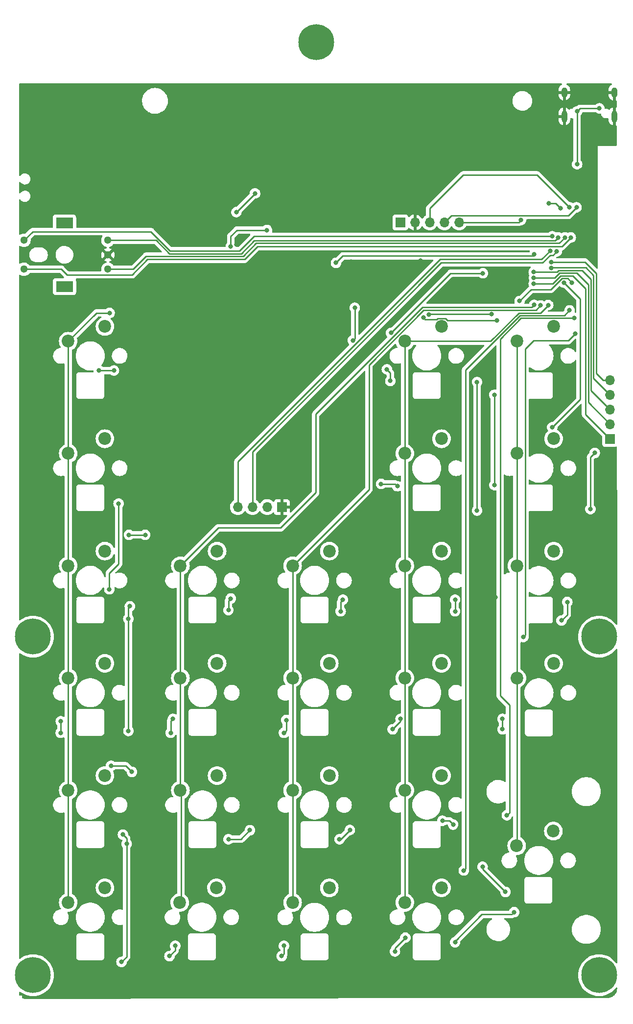
<source format=gbr>
%TF.GenerationSoftware,KiCad,Pcbnew,(5.99.0-9526-g5c17ff0595)*%
%TF.CreationDate,2021-07-05T19:36:53-05:00*%
%TF.ProjectId,Cafebabe,43616665-6261-4626-952e-6b696361645f,rev?*%
%TF.SameCoordinates,Original*%
%TF.FileFunction,Copper,L1,Top*%
%TF.FilePolarity,Positive*%
%FSLAX46Y46*%
G04 Gerber Fmt 4.6, Leading zero omitted, Abs format (unit mm)*
G04 Created by KiCad (PCBNEW (5.99.0-9526-g5c17ff0595)) date 2021-07-05 19:36:53*
%MOMM*%
%LPD*%
G01*
G04 APERTURE LIST*
%TA.AperFunction,ComponentPad*%
%ADD10C,2.200000*%
%TD*%
%TA.AperFunction,ComponentPad*%
%ADD11R,3.000000X1.900000*%
%TD*%
%TA.AperFunction,ComponentPad*%
%ADD12C,1.300000*%
%TD*%
%TA.AperFunction,ComponentPad*%
%ADD13C,6.200000*%
%TD*%
%TA.AperFunction,ComponentPad*%
%ADD14R,1.700000X1.700000*%
%TD*%
%TA.AperFunction,ComponentPad*%
%ADD15O,1.700000X1.700000*%
%TD*%
%TA.AperFunction,ComponentPad*%
%ADD16O,1.000000X1.800000*%
%TD*%
%TA.AperFunction,ComponentPad*%
%ADD17O,1.000000X2.100000*%
%TD*%
%TA.AperFunction,ViaPad*%
%ADD18C,0.800000*%
%TD*%
%TA.AperFunction,Conductor*%
%ADD19C,0.250000*%
%TD*%
G04 APERTURE END LIST*
D10*
%TO.P,SW23,1,1*%
%TO.N,Net-(D47-Pad2)*%
X132040000Y-168994000D03*
%TO.P,SW23,2,2*%
%TO.N,/Core/C4*%
X125690000Y-171534000D03*
%TD*%
%TO.P,SW3,1,1*%
%TO.N,Net-(D27-Pad2)*%
X73840000Y-71994000D03*
%TO.P,SW3,2,2*%
%TO.N,/Core/C1*%
X67490000Y-74534000D03*
%TD*%
D11*
%TO.P,SW2,*%
%TO.N,*%
X66850000Y-54100000D03*
X66850000Y-65100000D03*
D12*
%TO.P,SW2,A,A*%
%TO.N,/Core/RotaryB*%
X74350000Y-62100000D03*
%TO.P,SW2,B,B*%
%TO.N,/Core/RotaryA*%
X74350000Y-57100000D03*
%TO.P,SW2,C,C*%
%TO.N,VSS*%
X74350000Y-59600000D03*
%TO.P,SW2,S1,S1*%
%TO.N,/Core/RotaryS1*%
X59850000Y-62100000D03*
%TO.P,SW2,S2,S2*%
%TO.N,/Core/RotaryS2*%
X59850000Y-57100000D03*
%TD*%
D10*
%TO.P,SW22,1,1*%
%TO.N,Net-(D46-Pad2)*%
X132040000Y-149594000D03*
%TO.P,SW22,2,2*%
%TO.N,/Core/C4*%
X125690000Y-152134000D03*
%TD*%
D13*
%TO.P,REF\u002A\u002A,1*%
%TO.N,N/C*%
X159300000Y-125600000D03*
%TD*%
D10*
%TO.P,SW27,1,1*%
%TO.N,Net-(D51-Pad2)*%
X151400000Y-159194000D03*
%TO.P,SW27,2,2*%
%TO.N,/Core/C5*%
X145050000Y-161734000D03*
%TD*%
%TO.P,SW16,1,1*%
%TO.N,Net-(D40-Pad2)*%
X112640000Y-130194000D03*
%TO.P,SW16,2,2*%
%TO.N,/Core/C3*%
X106290000Y-132734000D03*
%TD*%
D13*
%TO.P,REF\u002A\u002A,1*%
%TO.N,N/C*%
X110378000Y-22900000D03*
%TD*%
D14*
%TO.P,J4,1,Pin_1*%
%TO.N,VSS*%
X104450000Y-103200000D03*
D15*
%TO.P,J4,2,Pin_2*%
%TO.N,VCC*%
X101910000Y-103200000D03*
%TO.P,J4,3,Pin_3*%
%TO.N,/Core/SCL*%
X99370000Y-103200000D03*
%TO.P,J4,4,Pin_4*%
%TO.N,/Core/SDA*%
X96830000Y-103200000D03*
%TD*%
D10*
%TO.P,SW21,1,1*%
%TO.N,Net-(D45-Pad2)*%
X132040000Y-130194000D03*
%TO.P,SW21,2,2*%
%TO.N,/Core/C4*%
X125690000Y-132734000D03*
%TD*%
%TO.P,SW12,1,1*%
%TO.N,Net-(D36-Pad2)*%
X93240000Y-149594000D03*
%TO.P,SW12,2,2*%
%TO.N,/Core/C2*%
X86890000Y-152134000D03*
%TD*%
%TO.P,SW18,1,1*%
%TO.N,Net-(D42-Pad2)*%
X132040000Y-71994000D03*
%TO.P,SW18,2,2*%
%TO.N,/Core/C4*%
X125690000Y-74534000D03*
%TD*%
%TO.P,SW25,1,1*%
%TO.N,Net-(D49-Pad2)*%
X151440000Y-91394000D03*
%TO.P,SW25,2,2*%
%TO.N,/Core/C5*%
X145090000Y-93934000D03*
%TD*%
%TO.P,SW11,1,1*%
%TO.N,Net-(D35-Pad2)*%
X93240000Y-130194000D03*
%TO.P,SW11,2,2*%
%TO.N,/Core/C2*%
X86890000Y-132734000D03*
%TD*%
%TO.P,SW14,1,1*%
%TO.N,Net-(D38-Pad2)*%
X151440000Y-130220000D03*
%TO.P,SW14,2,2*%
%TO.N,/Core/C5*%
X145090000Y-132760000D03*
%TD*%
%TO.P,SW26,1,1*%
%TO.N,Net-(D50-Pad2)*%
X151440000Y-110820000D03*
%TO.P,SW26,2,2*%
%TO.N,/Core/C5*%
X145090000Y-113360000D03*
%TD*%
%TO.P,SW13,1,1*%
%TO.N,Net-(D37-Pad2)*%
X93140000Y-169000000D03*
%TO.P,SW13,2,2*%
%TO.N,/Core/C2*%
X86790000Y-171540000D03*
%TD*%
D13*
%TO.P,REF\u002A\u002A,1*%
%TO.N,N/C*%
X61400000Y-184100000D03*
%TD*%
D10*
%TO.P,SW24,1,1*%
%TO.N,Net-(D48-Pad2)*%
X151440000Y-71994000D03*
%TO.P,SW24,2,2*%
%TO.N,/Core/C5*%
X145090000Y-74534000D03*
%TD*%
%TO.P,SW6,1,1*%
%TO.N,Net-(D30-Pad2)*%
X73840000Y-130194000D03*
%TO.P,SW6,2,2*%
%TO.N,/Core/C1*%
X67490000Y-132734000D03*
%TD*%
D13*
%TO.P,REF\u002A\u002A,1*%
%TO.N,N/C*%
X159300000Y-184100000D03*
%TD*%
D10*
%TO.P,SW4,1,1*%
%TO.N,Net-(D28-Pad2)*%
X73840000Y-91394000D03*
%TO.P,SW4,2,2*%
%TO.N,/Core/C1*%
X67490000Y-93934000D03*
%TD*%
%TO.P,SW17,1,1*%
%TO.N,Net-(D41-Pad2)*%
X112640000Y-149594000D03*
%TO.P,SW17,2,2*%
%TO.N,/Core/C3*%
X106290000Y-152134000D03*
%TD*%
%TO.P,SW19,1,1*%
%TO.N,Net-(D43-Pad2)*%
X132040000Y-91394000D03*
%TO.P,SW19,2,2*%
%TO.N,/Core/C4*%
X125690000Y-93934000D03*
%TD*%
%TO.P,SW20,1,1*%
%TO.N,Net-(D44-Pad2)*%
X132040000Y-110794000D03*
%TO.P,SW20,2,2*%
%TO.N,/Core/C4*%
X125690000Y-113334000D03*
%TD*%
%TO.P,SW8,1,1*%
%TO.N,Net-(D32-Pad2)*%
X73840000Y-168994000D03*
%TO.P,SW8,2,2*%
%TO.N,/Core/C1*%
X67490000Y-171534000D03*
%TD*%
%TO.P,SW7,1,1*%
%TO.N,Net-(D31-Pad2)*%
X73840000Y-149594000D03*
%TO.P,SW7,2,2*%
%TO.N,/Core/C1*%
X67490000Y-152134000D03*
%TD*%
%TO.P,SW10,1,1*%
%TO.N,Net-(D34-Pad2)*%
X93240000Y-110794000D03*
%TO.P,SW10,2,2*%
%TO.N,/Core/C2*%
X86890000Y-113334000D03*
%TD*%
%TO.P,SW9,1,1*%
%TO.N,Net-(D33-Pad2)*%
X112640000Y-169020000D03*
%TO.P,SW9,2,2*%
%TO.N,/Core/C3*%
X106290000Y-171560000D03*
%TD*%
%TO.P,SW5,1,1*%
%TO.N,Net-(D29-Pad2)*%
X73840000Y-110794000D03*
%TO.P,SW5,2,2*%
%TO.N,/Core/C1*%
X67490000Y-113334000D03*
%TD*%
%TO.P,SW15,1,1*%
%TO.N,Net-(D39-Pad2)*%
X112640000Y-110794000D03*
%TO.P,SW15,2,2*%
%TO.N,/Core/C3*%
X106290000Y-113334000D03*
%TD*%
D13*
%TO.P,REF\u002A\u002A,1*%
%TO.N,N/C*%
X61400000Y-125600000D03*
%TD*%
D14*
%TO.P,J1,1,Pin_1*%
%TO.N,VCC*%
X124925000Y-54000000D03*
D15*
%TO.P,J1,2,Pin_2*%
%TO.N,VSS*%
X127465000Y-54000000D03*
%TO.P,J1,3,Pin_3*%
%TO.N,SWDIO*%
X130005000Y-54000000D03*
%TO.P,J1,4,Pin_4*%
%TO.N,SWD*%
X132545000Y-54000000D03*
%TO.P,J1,5,Pin_5*%
%TO.N,RST*%
X135085000Y-54000000D03*
%TD*%
D16*
%TO.P,P1,S1,SHIELD*%
%TO.N,VSS*%
X161920000Y-31537500D03*
X153280000Y-31537500D03*
D17*
X153280000Y-35687500D03*
X161920000Y-35687500D03*
%TD*%
D14*
%TO.P,J3,1,Pin_1*%
%TO.N,Net-(J3-Pad1)*%
X161200000Y-91420000D03*
D15*
%TO.P,J3,2,Pin_2*%
%TO.N,Net-(J3-Pad2)*%
X161200000Y-88880000D03*
%TO.P,J3,3,Pin_3*%
%TO.N,Net-(J3-Pad3)*%
X161200000Y-86340000D03*
%TO.P,J3,4,Pin_4*%
%TO.N,Net-(J3-Pad4)*%
X161200000Y-83800000D03*
%TO.P,J3,5,Pin_5*%
%TO.N,Net-(J3-Pad5)*%
X161200000Y-81260000D03*
%TD*%
D18*
%TO.N,VSS*%
X128800000Y-55400000D03*
X128600000Y-52400000D03*
X116400000Y-60800000D03*
X114400000Y-62400000D03*
X116000000Y-48800000D03*
X115800000Y-52600000D03*
%TO.N,VCC*%
X134057653Y-158057653D03*
X132200000Y-157400000D03*
%TO.N,VSS*%
X96600000Y-57800000D03*
X153400000Y-168600000D03*
X90800000Y-45200000D03*
X124200000Y-100800000D03*
X149600000Y-124800000D03*
X104400000Y-118800000D03*
X103000000Y-159200000D03*
X79400000Y-180000000D03*
X96200000Y-61800000D03*
X82600000Y-159200000D03*
X141600000Y-170600000D03*
X70800000Y-151200000D03*
X76800000Y-82400000D03*
X77200000Y-59000000D03*
X79600000Y-140800000D03*
X142900000Y-33100000D03*
X153000000Y-68800000D03*
X68600000Y-105200000D03*
X140600000Y-123400000D03*
X137600000Y-140400000D03*
X64600000Y-42000000D03*
X134600000Y-140600000D03*
X128400000Y-60600000D03*
X157400000Y-121600000D03*
X96600000Y-141000000D03*
X68600000Y-119200000D03*
X118800000Y-179800000D03*
X126200000Y-63600000D03*
X152200000Y-76000000D03*
X66400000Y-101000000D03*
X161100000Y-38000000D03*
X141400000Y-118800000D03*
X98400000Y-180200000D03*
X111200000Y-76000000D03*
X118600000Y-150600000D03*
X79800000Y-152400000D03*
X72900000Y-35100000D03*
X79400000Y-77200000D03*
X126800000Y-118400000D03*
X136800000Y-169000000D03*
X143600000Y-106600000D03*
X120200000Y-67800000D03*
X100800000Y-149600000D03*
X98800000Y-144200000D03*
X73400000Y-145600000D03*
X123400000Y-123400000D03*
X121200000Y-140800000D03*
X110600000Y-60000000D03*
X142200000Y-55000000D03*
X103400000Y-123800000D03*
X143600000Y-100600000D03*
X122200000Y-158800000D03*
X101000000Y-61800000D03*
X81400000Y-118600000D03*
X117800000Y-144600000D03*
X76800000Y-100000000D03*
X121000000Y-118800000D03*
X134200000Y-82400000D03*
X111200000Y-68000000D03*
X83400000Y-123200000D03*
%TO.N,VDDA*%
X96568928Y-52231072D03*
X99800000Y-49000000D03*
%TO.N,VCC*%
X104800000Y-179000000D03*
X72800000Y-79600000D03*
X75400000Y-79600000D03*
X76950000Y-159800000D03*
X114600000Y-121200000D03*
X124965000Y-139800000D03*
X142600000Y-139800000D03*
X98904101Y-159040000D03*
X95600000Y-119000000D03*
X125800000Y-177600000D03*
X152800000Y-122800000D03*
X114400000Y-160600000D03*
X66200000Y-140200000D03*
X134400000Y-121200000D03*
X85000000Y-180800000D03*
X86000000Y-179000000D03*
X138200000Y-81600000D03*
X117050000Y-68750000D03*
X76700000Y-181800000D03*
X124000000Y-180000000D03*
X105200000Y-140000000D03*
X123200000Y-81400000D03*
X66200000Y-142200000D03*
X115000000Y-119200000D03*
X142600000Y-141600000D03*
X153800000Y-119600000D03*
X95200000Y-160600000D03*
X139150000Y-165350000D03*
X138200000Y-103800000D03*
X143100000Y-169700000D03*
X104800000Y-142200000D03*
X123600000Y-141600000D03*
X85200000Y-142200000D03*
X116200000Y-159000000D03*
X122600000Y-79400000D03*
X116700000Y-74400000D03*
X77900000Y-141885000D03*
X95200000Y-121000000D03*
X77900000Y-122500000D03*
X134400000Y-119200000D03*
X85600000Y-139800000D03*
X104400000Y-180800000D03*
X77600000Y-161400000D03*
X78150000Y-120350000D03*
%TO.N,/Core/RotaryA*%
X152200000Y-56600000D03*
%TO.N,/Core/RotaryB*%
X153400000Y-56600000D03*
%TO.N,VBat*%
X113800000Y-61000000D03*
X148087347Y-59512653D03*
%TO.N,Net-(D1-Pad1)*%
X95600000Y-58175011D03*
X101868903Y-55331097D03*
%TO.N,/Core/SK6812*%
X139200000Y-62800000D03*
X123337347Y-73087347D03*
%TO.N,/Core/R1*%
X141650000Y-70950000D03*
X154600000Y-64400000D03*
X128900000Y-70450000D03*
X145550000Y-67600000D03*
%TO.N,/Core/R2*%
X151200000Y-89400000D03*
X153200000Y-64400000D03*
%TO.N,/Core/R3*%
X157800000Y-103550000D03*
X78000000Y-108000000D03*
X158550000Y-93850000D03*
X80800000Y-108000000D03*
%TO.N,/Core/R4*%
X155200000Y-73200000D03*
X146200000Y-125650000D03*
%TO.N,/Core/R5*%
X155000000Y-70521578D03*
X74900000Y-147900000D03*
X143350000Y-156450000D03*
X78500000Y-148950000D03*
%TO.N,/Core/R6*%
X154200000Y-69200000D03*
X135900000Y-166000000D03*
%TO.N,RST*%
X145800000Y-53600000D03*
%TO.N,SWD*%
X155400000Y-51400000D03*
%TO.N,SWDIO*%
X154200000Y-51400000D03*
%TO.N,Net-(J3-Pad5)*%
X151029172Y-60845825D03*
%TO.N,Net-(J3-Pad4)*%
X151000000Y-61875000D03*
%TO.N,Net-(J3-Pad3)*%
X147996585Y-62587473D03*
%TO.N,Net-(J3-Pad2)*%
X148012653Y-63587347D03*
%TO.N,Net-(J3-Pad1)*%
X148000000Y-64600000D03*
%TO.N,/Core/SDA*%
X150832979Y-58925000D03*
%TO.N,/Core/SCL*%
X152000000Y-59000000D03*
%TO.N,VBUS*%
X155500000Y-34800000D03*
X155500000Y-43950000D03*
X159350000Y-34300000D03*
%TO.N,/Core/C1*%
X74650000Y-69650000D03*
X129900000Y-69950000D03*
X140700000Y-69875000D03*
%TO.N,/Core/C2*%
X148050000Y-68250000D03*
%TO.N,/Core/C3*%
X149200000Y-68350000D03*
%TO.N,/Core/C4*%
X150500000Y-68300000D03*
%TO.N,/Core/RotaryS1*%
X154403959Y-56602675D03*
%TO.N,/Core/RotaryS2*%
X151200000Y-56400000D03*
%TO.N,Net-(D4-Pad2)*%
X144600000Y-173200000D03*
X134400000Y-178400000D03*
%TO.N,Net-(D11-Pad4)*%
X141200000Y-83800000D03*
X141200000Y-99400000D03*
%TO.N,Net-(D14-Pad2)*%
X124400000Y-99600000D03*
X121600000Y-99200000D03*
%TO.N,Net-(D17-Pad2)*%
X74600000Y-117400000D03*
X76200000Y-102600000D03*
%TO.N,Net-(SW1-Pad2)*%
X150600000Y-50749998D03*
X152600000Y-51600000D03*
%TD*%
D19*
%TO.N,VDDA*%
X96568928Y-52231072D02*
X99800000Y-49000000D01*
%TO.N,VSS*%
X116000000Y-52400000D02*
X116000000Y-48800000D01*
X115800000Y-52600000D02*
X116000000Y-52400000D01*
X114400000Y-62400000D02*
X114800000Y-62400000D01*
X114800000Y-62400000D02*
X116400000Y-60800000D01*
%TO.N,VCC*%
X133400000Y-157400000D02*
X134057653Y-158057653D01*
X132200000Y-157400000D02*
X133400000Y-157400000D01*
%TO.N,VSS*%
X119400000Y-67000000D02*
X112200000Y-67000000D01*
X128400000Y-60600000D02*
X126200000Y-62800000D01*
X120200000Y-67800000D02*
X119400000Y-67000000D01*
X126200000Y-62800000D02*
X126200000Y-63600000D01*
X112200000Y-67000000D02*
X111200000Y-68000000D01*
%TO.N,VCC*%
X123200000Y-81400000D02*
X123200000Y-80000000D01*
X78150000Y-120350000D02*
X77900000Y-120600000D01*
X72800000Y-79600000D02*
X75400000Y-79600000D01*
X104800000Y-179000000D02*
X104800000Y-180400000D01*
X143100000Y-169700000D02*
X139150000Y-165750000D01*
X86000000Y-179800000D02*
X85000000Y-180800000D01*
X117050000Y-74050000D02*
X117050000Y-68750000D01*
X138200000Y-81600000D02*
X138200000Y-103800000D01*
X77600000Y-160450000D02*
X77600000Y-180900000D01*
X114600000Y-119600000D02*
X115000000Y-119200000D01*
X116700000Y-74400000D02*
X117050000Y-74050000D01*
X142600000Y-139800000D02*
X142600000Y-141600000D01*
X66200000Y-140200000D02*
X66200000Y-142200000D01*
X86000000Y-179000000D02*
X86000000Y-179800000D01*
X114600000Y-160600000D02*
X114400000Y-160600000D01*
X124965000Y-140235000D02*
X123600000Y-141600000D01*
X85600000Y-139800000D02*
X85200000Y-140200000D01*
X114600000Y-121200000D02*
X114600000Y-119600000D01*
X139150000Y-165750000D02*
X139150000Y-165350000D01*
X77900000Y-120600000D02*
X77900000Y-122500000D01*
X153800000Y-121800000D02*
X153800000Y-119600000D01*
X76950000Y-159800000D02*
X77600000Y-160450000D01*
X98904101Y-159040000D02*
X97344101Y-160600000D01*
X105200000Y-141800000D02*
X104800000Y-142200000D01*
X95200000Y-121000000D02*
X95200000Y-119400000D01*
X105200000Y-140000000D02*
X105200000Y-141800000D01*
X134400000Y-121200000D02*
X134400000Y-119200000D01*
X152800000Y-122800000D02*
X153800000Y-121800000D01*
X85200000Y-140200000D02*
X85200000Y-142200000D01*
X95200000Y-119400000D02*
X95600000Y-119000000D01*
X123200000Y-80000000D02*
X122600000Y-79400000D01*
X104800000Y-180400000D02*
X104400000Y-180800000D01*
X124965000Y-139800000D02*
X124965000Y-140235000D01*
X97344101Y-160600000D02*
X95200000Y-160600000D01*
X116200000Y-159000000D02*
X114600000Y-160600000D01*
X77600000Y-180900000D02*
X76700000Y-181800000D01*
X124000000Y-180000000D02*
X124000000Y-179400000D01*
X77900000Y-122500000D02*
X77900000Y-141885000D01*
X124000000Y-179400000D02*
X125800000Y-177600000D01*
%TO.N,/Core/RotaryA*%
X82663576Y-57100000D02*
X74350000Y-57100000D01*
X97400000Y-59400000D02*
X84963576Y-59400000D01*
X151674989Y-57125011D02*
X99674989Y-57125011D01*
X152200000Y-56600000D02*
X151674989Y-57125011D01*
X99674989Y-57125011D02*
X97400000Y-59400000D01*
X84963576Y-59400000D02*
X82663576Y-57100000D01*
%TO.N,/Core/RotaryB*%
X100000000Y-57600000D02*
X97749980Y-59850020D01*
X80949980Y-59850020D02*
X78700000Y-62100000D01*
X78700000Y-62100000D02*
X74350000Y-62100000D01*
X152400000Y-57600000D02*
X100000000Y-57600000D01*
X153400000Y-56600000D02*
X152400000Y-57600000D01*
X97749980Y-59850020D02*
X80949980Y-59850020D01*
%TO.N,VBat*%
X115000000Y-59800000D02*
X113800000Y-61000000D01*
X147800000Y-59800000D02*
X115000000Y-59800000D01*
X148087347Y-59512653D02*
X147800000Y-59800000D01*
%TO.N,Net-(D1-Pad1)*%
X96668903Y-55331097D02*
X101868903Y-55331097D01*
X95600000Y-58175011D02*
X95600000Y-56400000D01*
X95600000Y-56400000D02*
X96668903Y-55331097D01*
%TO.N,/Core/SK6812*%
X133624694Y-62800000D02*
X123337347Y-73087347D01*
X139200000Y-62800000D02*
X133624694Y-62800000D01*
%TO.N,/Core/R1*%
X131355994Y-70568989D02*
X131174983Y-70750000D01*
X141650000Y-70950000D02*
X133105017Y-70950000D01*
X133105017Y-70950000D02*
X132724006Y-70568989D01*
X129200000Y-70750000D02*
X128900000Y-70450000D01*
X132724006Y-70568989D02*
X131355994Y-70568989D01*
X153874989Y-63674989D02*
X152851994Y-63674989D01*
X147550000Y-65600000D02*
X145550000Y-67600000D01*
X152851994Y-63674989D02*
X150926983Y-65600000D01*
X150926983Y-65600000D02*
X147550000Y-65600000D01*
X154600000Y-64400000D02*
X153874989Y-63674989D01*
X131174983Y-70750000D02*
X129200000Y-70750000D01*
%TO.N,/Core/R2*%
X156000000Y-84600000D02*
X151200000Y-89400000D01*
X156000000Y-67200000D02*
X156000000Y-84600000D01*
X153200000Y-64400000D02*
X156000000Y-67200000D01*
%TO.N,/Core/R3*%
X78000000Y-108000000D02*
X80800000Y-108000000D01*
X157800000Y-94600000D02*
X157800000Y-103550000D01*
X158550000Y-93850000D02*
X157800000Y-94600000D01*
%TO.N,/Core/R4*%
X153950000Y-74450000D02*
X147950000Y-74450000D01*
X147950000Y-74450000D02*
X146515011Y-75884989D01*
X146515011Y-125334989D02*
X146200000Y-125650000D01*
X155200000Y-73200000D02*
X153950000Y-74450000D01*
X146515011Y-75884989D02*
X146515011Y-125334989D01*
%TO.N,/Core/R5*%
X78500000Y-148950000D02*
X77450000Y-147900000D01*
X154971578Y-70550000D02*
X145800000Y-70550000D01*
X142200000Y-135800000D02*
X143800000Y-137400000D01*
X77450000Y-147900000D02*
X74900000Y-147900000D01*
X145800000Y-70550000D02*
X142200000Y-74150000D01*
X143800000Y-156000000D02*
X143350000Y-156450000D01*
X155000000Y-70521578D02*
X154971578Y-70550000D01*
X142200000Y-74150000D02*
X142200000Y-135800000D01*
X143800000Y-137400000D02*
X143800000Y-156000000D01*
%TO.N,/Core/R6*%
X136200000Y-165700000D02*
X135900000Y-166000000D01*
X145613596Y-70099980D02*
X136200000Y-79513576D01*
X154200000Y-69200000D02*
X153300020Y-70099980D01*
X153300020Y-70099980D02*
X145613596Y-70099980D01*
X136200000Y-79513576D02*
X136200000Y-165700000D01*
%TO.N,RST*%
X145400000Y-54000000D02*
X145800000Y-53600000D01*
X135085000Y-54000000D02*
X145400000Y-54000000D01*
%TO.N,SWD*%
X153975011Y-52824989D02*
X133720011Y-52824989D01*
X133720011Y-52824989D02*
X132545000Y-54000000D01*
X155400000Y-51400000D02*
X153975011Y-52824989D01*
%TO.N,SWDIO*%
X154200000Y-51400000D02*
X148600000Y-45800000D01*
X148600000Y-45800000D02*
X135800000Y-45800000D01*
X135800000Y-45800000D02*
X130005000Y-51595000D01*
X130005000Y-51595000D02*
X130005000Y-54000000D01*
%TO.N,Net-(J3-Pad5)*%
X156845825Y-60845825D02*
X158800000Y-62800000D01*
X159960000Y-81260000D02*
X161200000Y-81260000D01*
X158800000Y-80100000D02*
X159960000Y-81260000D01*
X158800000Y-62800000D02*
X158800000Y-80100000D01*
X151029172Y-60845825D02*
X156845825Y-60845825D01*
%TO.N,Net-(J3-Pad4)*%
X151075000Y-61800000D02*
X157000000Y-61800000D01*
X157000000Y-61800000D02*
X158350000Y-63150000D01*
X158350000Y-63150000D02*
X158350000Y-80950000D01*
X158350000Y-80950000D02*
X161200000Y-83800000D01*
X151000000Y-61875000D02*
X151075000Y-61800000D01*
%TO.N,Net-(J3-Pad3)*%
X157899980Y-63849980D02*
X157899980Y-83039980D01*
X147996585Y-62587473D02*
X148009112Y-62600000D01*
X148009112Y-62600000D02*
X152017711Y-62600000D01*
X157899980Y-83039980D02*
X161200000Y-86340000D01*
X152292782Y-62324929D02*
X156374929Y-62324929D01*
X152017711Y-62600000D02*
X152292782Y-62324929D01*
X156374929Y-62324929D02*
X157899980Y-63849980D01*
%TO.N,Net-(J3-Pad2)*%
X157449960Y-64799960D02*
X157449960Y-85129960D01*
X148012653Y-63587347D02*
X148025306Y-63600000D01*
X148025306Y-63600000D02*
X151654135Y-63600000D01*
X155424949Y-62774949D02*
X157449960Y-64799960D01*
X151654135Y-63600000D02*
X152479186Y-62774949D01*
X157449960Y-85129960D02*
X161200000Y-88880000D01*
X152479186Y-62774949D02*
X155424949Y-62774949D01*
%TO.N,Net-(J3-Pad1)*%
X154724969Y-63224969D02*
X156950000Y-65450000D01*
X152665590Y-63224969D02*
X154724969Y-63224969D01*
X148000000Y-64600000D02*
X151290559Y-64600000D01*
X156950000Y-65450000D02*
X156950000Y-87170000D01*
X156950000Y-87170000D02*
X161200000Y-91420000D01*
X151290559Y-64600000D02*
X152665590Y-63224969D01*
%TO.N,/Core/SDA*%
X131773017Y-60400000D02*
X149357979Y-60400000D01*
X149357979Y-60400000D02*
X150832979Y-58925000D01*
X96830000Y-103200000D02*
X96830000Y-95343017D01*
X96830000Y-95343017D02*
X131773017Y-60400000D01*
%TO.N,/Core/SCL*%
X150847191Y-59650011D02*
X149497202Y-61000000D01*
X99370000Y-93630000D02*
X99370000Y-103200000D01*
X152000000Y-59000000D02*
X151349989Y-59650011D01*
X151349989Y-59650011D02*
X150847191Y-59650011D01*
X132000000Y-61000000D02*
X99370000Y-93630000D01*
X149497202Y-61000000D02*
X132000000Y-61000000D01*
%TO.N,VBUS*%
X159350000Y-34300000D02*
X156000000Y-34300000D01*
X156000000Y-34300000D02*
X155500000Y-34800000D01*
X155500000Y-34800000D02*
X155500000Y-43950000D01*
%TO.N,/Core/C1*%
X140700000Y-69875000D02*
X129975000Y-69875000D01*
X67490000Y-113334000D02*
X67490000Y-132734000D01*
X67490000Y-74534000D02*
X67490000Y-93934000D01*
X72374000Y-69650000D02*
X74650000Y-69650000D01*
X67490000Y-132734000D02*
X67490000Y-152134000D01*
X67490000Y-152134000D02*
X67490000Y-171534000D01*
X67490000Y-74534000D02*
X72374000Y-69650000D01*
X129975000Y-69875000D02*
X129900000Y-69950000D01*
X67490000Y-93934000D02*
X67490000Y-113334000D01*
%TO.N,/Core/C2*%
X86890000Y-132734000D02*
X86890000Y-113334000D01*
X86890000Y-113334000D02*
X93424000Y-106800000D01*
X110300000Y-87150000D02*
X128750000Y-68700000D01*
X104200000Y-106800000D02*
X93424000Y-106800000D01*
X86890000Y-152134000D02*
X86890000Y-132734000D01*
X87000000Y-152244000D02*
X86890000Y-152134000D01*
X110300000Y-87150000D02*
X110300000Y-100700000D01*
X147600000Y-68700000D02*
X148050000Y-68250000D01*
X87000000Y-171330000D02*
X87000000Y-152244000D01*
X86790000Y-171540000D02*
X87000000Y-171330000D01*
X128750000Y-68700000D02*
X147600000Y-68700000D01*
X110300000Y-100700000D02*
X104200000Y-106800000D01*
%TO.N,/Core/C3*%
X106290000Y-152134000D02*
X106290000Y-132734000D01*
X128964983Y-69150000D02*
X148400000Y-69150000D01*
X148400000Y-69150000D02*
X149200000Y-68350000D01*
X106290000Y-171560000D02*
X106290000Y-152134000D01*
X106290000Y-113334000D02*
X119500000Y-100124000D01*
X119500000Y-100124000D02*
X119500000Y-78614983D01*
X119500000Y-78614983D02*
X128964983Y-69150000D01*
X106290000Y-132734000D02*
X106290000Y-113334000D01*
%TO.N,/Core/C4*%
X125690000Y-74534000D02*
X140543152Y-74534000D01*
X140543152Y-74534000D02*
X145427192Y-69649960D01*
X125690000Y-152134000D02*
X125690000Y-132734000D01*
X125690000Y-171534000D02*
X125690000Y-152134000D01*
X149150040Y-69649960D02*
X150500000Y-68300000D01*
X125690000Y-93934000D02*
X125690000Y-74534000D01*
X125690000Y-132734000D02*
X125690000Y-113334000D01*
X125690000Y-113334000D02*
X125690000Y-93934000D01*
X145427192Y-69649960D02*
X149150040Y-69649960D01*
%TO.N,/Core/C5*%
X145090000Y-113360000D02*
X145090000Y-132760000D01*
X145090000Y-93934000D02*
X145090000Y-113360000D01*
X145090000Y-74534000D02*
X145090000Y-93934000D01*
X145090000Y-132760000D02*
X145090000Y-161694000D01*
X145090000Y-161694000D02*
X145050000Y-161734000D01*
%TO.N,/Core/RotaryS1*%
X154403959Y-56602675D02*
X154403959Y-56669058D01*
X154403959Y-56669058D02*
X152873017Y-58200000D01*
X78524989Y-63075011D02*
X67275011Y-63075011D01*
X100200000Y-58200000D02*
X98000000Y-60400000D01*
X67275011Y-63075011D02*
X66300000Y-62100000D01*
X98000000Y-60400000D02*
X81200000Y-60400000D01*
X66300000Y-62100000D02*
X59850000Y-62100000D01*
X81200000Y-60400000D02*
X78524989Y-63075011D01*
X152873017Y-58200000D02*
X100200000Y-58200000D01*
%TO.N,/Core/RotaryS2*%
X97118004Y-58900011D02*
X85100011Y-58900011D01*
X81800000Y-55600000D02*
X61350000Y-55600000D01*
X61350000Y-55600000D02*
X59850000Y-57100000D01*
X99618015Y-56400000D02*
X97118004Y-58900011D01*
X85100011Y-58900011D02*
X81800000Y-55600000D01*
X151200000Y-56400000D02*
X99618015Y-56400000D01*
%TO.N,Net-(D4-Pad2)*%
X134400000Y-178200000D02*
X134400000Y-178400000D01*
X144200000Y-173600000D02*
X139000000Y-173600000D01*
X139000000Y-173600000D02*
X134400000Y-178200000D01*
X144600000Y-173200000D02*
X144200000Y-173600000D01*
%TO.N,Net-(D11-Pad4)*%
X141200000Y-83800000D02*
X141200000Y-99400000D01*
%TO.N,Net-(D14-Pad2)*%
X121600000Y-99200000D02*
X124000000Y-99200000D01*
X124000000Y-99200000D02*
X124400000Y-99600000D01*
%TO.N,Net-(D17-Pad2)*%
X76200000Y-113000000D02*
X76200000Y-102600000D01*
X74600000Y-114600000D02*
X76200000Y-113000000D01*
X74600000Y-117400000D02*
X74600000Y-114600000D01*
%TO.N,Net-(SW1-Pad2)*%
X150600000Y-50749998D02*
X151749998Y-50749998D01*
X151749998Y-50749998D02*
X152600000Y-51600000D01*
%TD*%
%TA.AperFunction,Conductor*%
%TO.N,VSS*%
G36*
X147280298Y-58853502D02*
G01*
X147326791Y-58907158D01*
X147336895Y-58977432D01*
X147321296Y-59022500D01*
X147274531Y-59103500D01*
X147223149Y-59152493D01*
X147165412Y-59166500D01*
X115078383Y-59166500D01*
X115067479Y-59165986D01*
X115060088Y-59164334D01*
X115052162Y-59164583D01*
X115052161Y-59164583D01*
X114993134Y-59166438D01*
X114989176Y-59166500D01*
X114960422Y-59166500D01*
X114956155Y-59167039D01*
X114944313Y-59167972D01*
X114912665Y-59168967D01*
X114908040Y-59169112D01*
X114900117Y-59169361D01*
X114880667Y-59175012D01*
X114861305Y-59179022D01*
X114841212Y-59181560D01*
X114807349Y-59194967D01*
X114800108Y-59197834D01*
X114788878Y-59201679D01*
X114754034Y-59211802D01*
X114754032Y-59211803D01*
X114746421Y-59214014D01*
X114732278Y-59222378D01*
X114728989Y-59224323D01*
X114711236Y-59233020D01*
X114692400Y-59240478D01*
X114685985Y-59245139D01*
X114656626Y-59266469D01*
X114646707Y-59272984D01*
X114613758Y-59292471D01*
X114613755Y-59292473D01*
X114608659Y-59295487D01*
X114608241Y-59295855D01*
X114594158Y-59309938D01*
X114579133Y-59322772D01*
X114562917Y-59334554D01*
X114537507Y-59365269D01*
X114534971Y-59368335D01*
X114526981Y-59377115D01*
X113849497Y-60054599D01*
X113787185Y-60088625D01*
X113760402Y-60091504D01*
X113704513Y-60091504D01*
X113698061Y-60092876D01*
X113698056Y-60092876D01*
X113611842Y-60111202D01*
X113517713Y-60131210D01*
X113511683Y-60133895D01*
X113511682Y-60133895D01*
X113349280Y-60206201D01*
X113349278Y-60206202D01*
X113343250Y-60208886D01*
X113337909Y-60212766D01*
X113337908Y-60212767D01*
X113194093Y-60317254D01*
X113194091Y-60317256D01*
X113188749Y-60321137D01*
X113184328Y-60326047D01*
X113184327Y-60326048D01*
X113087663Y-60433405D01*
X113060963Y-60463058D01*
X113057662Y-60468776D01*
X112987753Y-60589862D01*
X112965476Y-60628446D01*
X112906462Y-60810073D01*
X112905772Y-60816636D01*
X112905772Y-60816637D01*
X112894750Y-60921510D01*
X112886500Y-61000000D01*
X112887190Y-61006565D01*
X112893155Y-61063314D01*
X112906462Y-61189927D01*
X112908502Y-61196205D01*
X112908502Y-61196206D01*
X112915382Y-61217379D01*
X112965476Y-61371554D01*
X113060963Y-61536942D01*
X113065381Y-61541849D01*
X113065382Y-61541850D01*
X113181133Y-61670405D01*
X113188749Y-61678863D01*
X113194091Y-61682744D01*
X113194093Y-61682746D01*
X113324418Y-61777432D01*
X113343250Y-61791114D01*
X113349278Y-61793798D01*
X113349280Y-61793799D01*
X113511682Y-61866105D01*
X113517713Y-61868790D01*
X113611113Y-61888643D01*
X113698056Y-61907124D01*
X113698061Y-61907124D01*
X113704513Y-61908496D01*
X113895487Y-61908496D01*
X113901939Y-61907124D01*
X113901944Y-61907124D01*
X113988887Y-61888643D01*
X114082287Y-61868790D01*
X114088318Y-61866105D01*
X114250720Y-61793799D01*
X114250722Y-61793798D01*
X114256750Y-61791114D01*
X114275582Y-61777432D01*
X114405907Y-61682746D01*
X114405909Y-61682744D01*
X114411251Y-61678863D01*
X114418867Y-61670405D01*
X114534618Y-61541850D01*
X114534619Y-61541849D01*
X114539037Y-61536942D01*
X114634524Y-61371554D01*
X114684618Y-61217379D01*
X114691498Y-61196206D01*
X114691498Y-61196205D01*
X114693538Y-61189927D01*
X114706522Y-61066395D01*
X114710903Y-61024710D01*
X114737916Y-60959054D01*
X114747118Y-60948786D01*
X115225499Y-60470405D01*
X115287811Y-60436379D01*
X115314594Y-60433500D01*
X130539422Y-60433500D01*
X130607543Y-60453502D01*
X130654036Y-60507158D01*
X130664140Y-60577432D01*
X130634646Y-60642012D01*
X130628517Y-60648595D01*
X117898595Y-73378517D01*
X117836283Y-73412543D01*
X117765468Y-73407478D01*
X117708632Y-73364931D01*
X117683821Y-73298411D01*
X117683500Y-73289422D01*
X117683500Y-69452519D01*
X117703502Y-69384398D01*
X117715864Y-69368209D01*
X117784618Y-69291850D01*
X117784619Y-69291849D01*
X117789037Y-69286942D01*
X117884524Y-69121554D01*
X117918497Y-69016996D01*
X117941498Y-68946206D01*
X117941498Y-68946205D01*
X117943538Y-68939927D01*
X117954595Y-68834731D01*
X117962810Y-68756565D01*
X117963500Y-68750000D01*
X117954963Y-68668776D01*
X117944228Y-68566637D01*
X117944228Y-68566636D01*
X117943538Y-68560073D01*
X117918614Y-68483363D01*
X117909043Y-68453907D01*
X117884524Y-68378446D01*
X117789037Y-68213058D01*
X117690656Y-68103794D01*
X117665673Y-68076048D01*
X117665672Y-68076047D01*
X117661251Y-68071137D01*
X117655909Y-68067256D01*
X117655907Y-68067254D01*
X117512092Y-67962767D01*
X117512091Y-67962766D01*
X117506750Y-67958886D01*
X117500722Y-67956202D01*
X117500720Y-67956201D01*
X117338318Y-67883895D01*
X117338317Y-67883895D01*
X117332287Y-67881210D01*
X117238887Y-67861357D01*
X117151944Y-67842876D01*
X117151939Y-67842876D01*
X117145487Y-67841504D01*
X116954513Y-67841504D01*
X116948061Y-67842876D01*
X116948056Y-67842876D01*
X116861113Y-67861357D01*
X116767713Y-67881210D01*
X116761683Y-67883895D01*
X116761682Y-67883895D01*
X116599280Y-67956201D01*
X116599278Y-67956202D01*
X116593250Y-67958886D01*
X116587909Y-67962766D01*
X116587908Y-67962767D01*
X116444093Y-68067254D01*
X116444091Y-68067256D01*
X116438749Y-68071137D01*
X116434328Y-68076047D01*
X116434327Y-68076048D01*
X116409345Y-68103794D01*
X116310963Y-68213058D01*
X116215476Y-68378446D01*
X116190957Y-68453907D01*
X116181387Y-68483363D01*
X116156462Y-68560073D01*
X116155772Y-68566636D01*
X116155772Y-68566637D01*
X116145037Y-68668776D01*
X116136500Y-68750000D01*
X116137190Y-68756565D01*
X116145406Y-68834731D01*
X116156462Y-68939927D01*
X116158502Y-68946205D01*
X116158502Y-68946206D01*
X116181503Y-69016996D01*
X116215476Y-69121554D01*
X116310963Y-69286942D01*
X116315381Y-69291849D01*
X116315382Y-69291850D01*
X116384136Y-69368209D01*
X116414854Y-69432216D01*
X116416500Y-69452519D01*
X116416500Y-73449924D01*
X116396498Y-73518045D01*
X116341749Y-73565031D01*
X116249280Y-73606201D01*
X116249278Y-73606202D01*
X116243250Y-73608886D01*
X116237909Y-73612766D01*
X116237908Y-73612767D01*
X116094093Y-73717254D01*
X116094091Y-73717256D01*
X116088749Y-73721137D01*
X116084328Y-73726047D01*
X116084327Y-73726048D01*
X115974673Y-73847832D01*
X115960963Y-73863058D01*
X115930127Y-73916467D01*
X115871314Y-74018335D01*
X115865476Y-74028446D01*
X115806462Y-74210073D01*
X115786500Y-74400000D01*
X115806462Y-74589927D01*
X115808502Y-74596205D01*
X115808502Y-74596206D01*
X115816853Y-74621908D01*
X115865476Y-74771554D01*
X115960963Y-74936942D01*
X115965381Y-74941849D01*
X115965382Y-74941850D01*
X116060623Y-75047626D01*
X116091341Y-75111633D01*
X116082576Y-75182087D01*
X116056082Y-75221031D01*
X96437487Y-94839626D01*
X96429399Y-94846986D01*
X96423005Y-94851044D01*
X96417580Y-94856821D01*
X96377131Y-94899895D01*
X96374376Y-94902737D01*
X96354062Y-94923051D01*
X96351417Y-94926462D01*
X96343713Y-94935482D01*
X96313443Y-94967716D01*
X96309626Y-94974660D01*
X96309624Y-94974662D01*
X96303682Y-94985470D01*
X96292828Y-95001994D01*
X96280417Y-95017994D01*
X96277270Y-95025265D01*
X96277270Y-95025266D01*
X96262859Y-95058568D01*
X96257638Y-95069224D01*
X96236338Y-95107969D01*
X96234366Y-95115652D01*
X96234365Y-95115653D01*
X96231301Y-95127585D01*
X96224897Y-95146289D01*
X96220001Y-95157602D01*
X96219999Y-95157609D01*
X96216852Y-95164881D01*
X96215613Y-95172705D01*
X96215612Y-95172708D01*
X96209935Y-95208552D01*
X96207528Y-95220173D01*
X96202605Y-95239349D01*
X96196535Y-95262992D01*
X96196500Y-95263548D01*
X96196500Y-95283469D01*
X96194949Y-95303179D01*
X96191816Y-95322961D01*
X96195777Y-95364859D01*
X96195941Y-95366599D01*
X96196500Y-95378457D01*
X96196500Y-101924302D01*
X96176498Y-101992423D01*
X96135867Y-102032020D01*
X96026631Y-102098306D01*
X96022601Y-102101803D01*
X95876657Y-102228446D01*
X95852492Y-102249415D01*
X95849109Y-102253541D01*
X95849105Y-102253545D01*
X95809440Y-102301921D01*
X95706304Y-102427705D01*
X95592245Y-102628077D01*
X95513578Y-102844802D01*
X95512629Y-102850051D01*
X95512628Y-102850054D01*
X95495798Y-102943124D01*
X95472551Y-103071683D01*
X95471581Y-103172723D01*
X95470800Y-103254153D01*
X95470338Y-103302233D01*
X95507002Y-103529861D01*
X95581494Y-103748056D01*
X95584044Y-103752743D01*
X95584045Y-103752745D01*
X95625409Y-103828769D01*
X95691685Y-103950580D01*
X95834424Y-104131644D01*
X95838389Y-104135220D01*
X96001659Y-104282489D01*
X96001665Y-104282494D01*
X96005629Y-104286069D01*
X96200406Y-104409439D01*
X96413184Y-104498228D01*
X96418387Y-104499425D01*
X96418392Y-104499426D01*
X96632678Y-104548701D01*
X96632683Y-104548702D01*
X96637881Y-104549897D01*
X96643209Y-104550200D01*
X96643212Y-104550200D01*
X96789826Y-104558525D01*
X96868071Y-104562968D01*
X96873378Y-104562368D01*
X96873380Y-104562368D01*
X96994272Y-104548701D01*
X97097173Y-104537068D01*
X97102288Y-104535587D01*
X97102292Y-104535586D01*
X97231298Y-104498228D01*
X97318635Y-104472937D01*
X97526125Y-104372409D01*
X97530463Y-104369309D01*
X97530468Y-104369306D01*
X97709370Y-104241459D01*
X97713711Y-104238357D01*
X97819498Y-104131644D01*
X97872277Y-104078403D01*
X97872278Y-104078402D01*
X97876030Y-104074617D01*
X97879090Y-104070255D01*
X97879095Y-104070249D01*
X97997634Y-103901271D01*
X98053130Y-103856990D01*
X98123755Y-103849743D01*
X98187088Y-103881829D01*
X98211461Y-103913410D01*
X98231685Y-103950580D01*
X98374424Y-104131644D01*
X98378389Y-104135220D01*
X98541659Y-104282489D01*
X98541665Y-104282494D01*
X98545629Y-104286069D01*
X98740406Y-104409439D01*
X98953184Y-104498228D01*
X98958387Y-104499425D01*
X98958392Y-104499426D01*
X99172678Y-104548701D01*
X99172683Y-104548702D01*
X99177881Y-104549897D01*
X99183209Y-104550200D01*
X99183212Y-104550200D01*
X99329826Y-104558525D01*
X99408071Y-104562968D01*
X99413378Y-104562368D01*
X99413380Y-104562368D01*
X99534272Y-104548701D01*
X99637173Y-104537068D01*
X99642288Y-104535587D01*
X99642292Y-104535586D01*
X99771298Y-104498228D01*
X99858635Y-104472937D01*
X100066125Y-104372409D01*
X100070463Y-104369309D01*
X100070468Y-104369306D01*
X100249370Y-104241459D01*
X100253711Y-104238357D01*
X100359498Y-104131644D01*
X100412277Y-104078403D01*
X100412278Y-104078402D01*
X100416030Y-104074617D01*
X100419090Y-104070255D01*
X100419095Y-104070249D01*
X100537634Y-103901271D01*
X100593130Y-103856990D01*
X100663755Y-103849743D01*
X100727088Y-103881829D01*
X100751461Y-103913410D01*
X100771685Y-103950580D01*
X100914424Y-104131644D01*
X100918389Y-104135220D01*
X101081659Y-104282489D01*
X101081665Y-104282494D01*
X101085629Y-104286069D01*
X101280406Y-104409439D01*
X101493184Y-104498228D01*
X101498387Y-104499425D01*
X101498392Y-104499426D01*
X101712678Y-104548701D01*
X101712683Y-104548702D01*
X101717881Y-104549897D01*
X101723209Y-104550200D01*
X101723212Y-104550200D01*
X101869826Y-104558525D01*
X101948071Y-104562968D01*
X101953378Y-104562368D01*
X101953380Y-104562368D01*
X102074272Y-104548701D01*
X102177173Y-104537068D01*
X102182288Y-104535587D01*
X102182292Y-104535586D01*
X102311298Y-104498228D01*
X102398635Y-104472937D01*
X102606125Y-104372409D01*
X102610463Y-104369309D01*
X102610468Y-104369306D01*
X102789370Y-104241459D01*
X102793711Y-104238357D01*
X102899888Y-104131250D01*
X102962051Y-104096955D01*
X103032888Y-104101712D01*
X103089908Y-104144010D01*
X103110266Y-104184460D01*
X103130819Y-104254458D01*
X103138233Y-104270692D01*
X103207426Y-104378360D01*
X103219112Y-104391847D01*
X103315840Y-104475662D01*
X103330848Y-104485307D01*
X103447275Y-104538477D01*
X103464388Y-104543502D01*
X103595554Y-104562361D01*
X103604495Y-104563000D01*
X104177885Y-104563000D01*
X104193124Y-104558525D01*
X104194329Y-104557135D01*
X104196000Y-104549452D01*
X104196000Y-101855115D01*
X104194659Y-101850548D01*
X104704000Y-101850548D01*
X104704000Y-102927885D01*
X104708475Y-102943124D01*
X104709865Y-102944329D01*
X104717548Y-102946000D01*
X105794885Y-102946000D01*
X105810124Y-102941525D01*
X105811329Y-102940135D01*
X105813000Y-102932452D01*
X105813000Y-102352257D01*
X105812839Y-102347750D01*
X105808260Y-102283731D01*
X105805874Y-102270509D01*
X105769181Y-102145542D01*
X105761767Y-102129308D01*
X105692574Y-102021640D01*
X105680888Y-102008153D01*
X105584160Y-101924338D01*
X105569152Y-101914693D01*
X105452725Y-101861523D01*
X105435612Y-101856498D01*
X105304446Y-101837639D01*
X105295505Y-101837000D01*
X104722115Y-101837000D01*
X104706876Y-101841475D01*
X104705671Y-101842865D01*
X104704000Y-101850548D01*
X104194659Y-101850548D01*
X104191525Y-101839876D01*
X104190135Y-101838671D01*
X104182452Y-101837000D01*
X103602257Y-101837000D01*
X103597750Y-101837161D01*
X103533731Y-101841740D01*
X103520509Y-101844126D01*
X103395542Y-101880819D01*
X103379308Y-101888233D01*
X103271640Y-101957426D01*
X103258153Y-101969112D01*
X103174338Y-102065840D01*
X103164693Y-102080848D01*
X103111523Y-102197275D01*
X103106993Y-102212702D01*
X103068609Y-102272428D01*
X103004028Y-102301921D01*
X102933754Y-102291816D01*
X102894927Y-102264175D01*
X102817161Y-102182656D01*
X102813482Y-102178799D01*
X102628504Y-102041171D01*
X102623753Y-102038755D01*
X102623749Y-102038753D01*
X102427740Y-101939097D01*
X102427739Y-101939097D01*
X102422982Y-101936678D01*
X102282033Y-101892912D01*
X102207895Y-101869891D01*
X102207889Y-101869890D01*
X102202792Y-101868307D01*
X102068800Y-101850548D01*
X101979515Y-101838714D01*
X101979510Y-101838714D01*
X101974230Y-101838014D01*
X101968900Y-101838214D01*
X101968899Y-101838214D01*
X101859030Y-101842339D01*
X101743831Y-101846663D01*
X101673010Y-101861523D01*
X101523411Y-101892912D01*
X101523408Y-101892913D01*
X101518184Y-101894009D01*
X101303740Y-101978697D01*
X101106631Y-102098306D01*
X101102601Y-102101803D01*
X100956657Y-102228446D01*
X100932492Y-102249415D01*
X100929109Y-102253541D01*
X100929105Y-102253545D01*
X100889440Y-102301921D01*
X100786304Y-102427705D01*
X100783667Y-102432338D01*
X100783666Y-102432339D01*
X100750116Y-102491278D01*
X100699033Y-102540584D01*
X100629402Y-102554445D01*
X100563332Y-102528461D01*
X100536094Y-102499312D01*
X100530686Y-102491278D01*
X100432627Y-102345626D01*
X100273482Y-102178799D01*
X100088504Y-102041171D01*
X100083747Y-102038752D01*
X100083743Y-102038750D01*
X100072394Y-102032980D01*
X100020737Y-101984276D01*
X100003500Y-101920664D01*
X100003500Y-93944594D01*
X100023502Y-93876473D01*
X100040405Y-93855499D01*
X132225499Y-61670405D01*
X132287811Y-61636379D01*
X132314594Y-61633500D01*
X147376203Y-61633500D01*
X147444324Y-61653502D01*
X147490817Y-61707158D01*
X147500921Y-61777432D01*
X147471427Y-61842012D01*
X147450265Y-61861435D01*
X147440142Y-61868790D01*
X147390678Y-61904727D01*
X147390676Y-61904729D01*
X147385334Y-61908610D01*
X147380916Y-61913517D01*
X147380912Y-61913521D01*
X147351220Y-61946498D01*
X147257548Y-62050531D01*
X147219025Y-62117254D01*
X147170284Y-62201677D01*
X147162061Y-62215919D01*
X147157690Y-62229371D01*
X147116733Y-62355426D01*
X147103047Y-62397546D01*
X147102357Y-62404109D01*
X147102357Y-62404110D01*
X147098426Y-62441511D01*
X147083085Y-62587473D01*
X147083775Y-62594038D01*
X147101115Y-62759014D01*
X147103047Y-62777400D01*
X147162061Y-62959027D01*
X147165364Y-62964749D01*
X147165365Y-62964750D01*
X147207844Y-63038325D01*
X147224582Y-63107320D01*
X147207844Y-63164325D01*
X147178129Y-63215793D01*
X147119115Y-63397420D01*
X147099153Y-63587347D01*
X147099843Y-63593912D01*
X147117502Y-63761923D01*
X147119115Y-63777274D01*
X147178129Y-63958901D01*
X147213242Y-64019717D01*
X147229979Y-64088711D01*
X147213242Y-64145714D01*
X147165476Y-64228446D01*
X147106462Y-64410073D01*
X147086500Y-64600000D01*
X147106462Y-64789927D01*
X147108502Y-64796205D01*
X147108502Y-64796206D01*
X147155824Y-64941847D01*
X147165476Y-64971554D01*
X147166737Y-64973739D01*
X147175969Y-65042605D01*
X147145861Y-65106901D01*
X147125490Y-65125419D01*
X147112917Y-65134554D01*
X147084971Y-65168335D01*
X147076981Y-65177115D01*
X145599497Y-66654599D01*
X145537185Y-66688625D01*
X145510402Y-66691504D01*
X145454513Y-66691504D01*
X145448061Y-66692876D01*
X145448056Y-66692876D01*
X145361113Y-66711357D01*
X145267713Y-66731210D01*
X145261683Y-66733895D01*
X145261682Y-66733895D01*
X145099280Y-66806201D01*
X145099278Y-66806202D01*
X145093250Y-66808886D01*
X145087909Y-66812766D01*
X145087908Y-66812767D01*
X144944093Y-66917254D01*
X144944091Y-66917256D01*
X144938749Y-66921137D01*
X144810963Y-67063058D01*
X144715476Y-67228446D01*
X144713434Y-67234731D01*
X144662050Y-67392876D01*
X144656462Y-67410073D01*
X144636500Y-67600000D01*
X144656462Y-67789927D01*
X144658502Y-67796205D01*
X144658502Y-67796206D01*
X144692735Y-67901564D01*
X144694762Y-67972532D01*
X144658100Y-68033329D01*
X144594388Y-68064655D01*
X144572902Y-68066500D01*
X129558288Y-68066500D01*
X129490167Y-68046498D01*
X129443674Y-67992842D01*
X129433570Y-67922568D01*
X129463064Y-67857988D01*
X129469193Y-67851405D01*
X133850193Y-63470405D01*
X133912505Y-63436379D01*
X133939288Y-63433500D01*
X138491806Y-63433500D01*
X138559927Y-63453502D01*
X138579151Y-63469842D01*
X138579425Y-63469538D01*
X138584327Y-63473952D01*
X138588749Y-63478863D01*
X138594091Y-63482744D01*
X138594093Y-63482746D01*
X138726791Y-63579156D01*
X138743250Y-63591114D01*
X138749278Y-63593798D01*
X138749280Y-63593799D01*
X138911682Y-63666105D01*
X138917713Y-63668790D01*
X139011113Y-63688643D01*
X139098056Y-63707124D01*
X139098061Y-63707124D01*
X139104513Y-63708496D01*
X139295487Y-63708496D01*
X139301939Y-63707124D01*
X139301944Y-63707124D01*
X139388887Y-63688643D01*
X139482287Y-63668790D01*
X139488318Y-63666105D01*
X139650720Y-63593799D01*
X139650722Y-63593798D01*
X139656750Y-63591114D01*
X139673209Y-63579156D01*
X139805907Y-63482746D01*
X139805909Y-63482744D01*
X139811251Y-63478863D01*
X139878672Y-63403984D01*
X139934618Y-63341850D01*
X139934619Y-63341849D01*
X139939037Y-63336942D01*
X140034524Y-63171554D01*
X140093538Y-62989927D01*
X140113500Y-62800000D01*
X140093538Y-62610073D01*
X140034524Y-62428446D01*
X139939037Y-62263058D01*
X139885948Y-62204096D01*
X139815673Y-62126048D01*
X139815672Y-62126047D01*
X139811251Y-62121137D01*
X139805909Y-62117256D01*
X139805907Y-62117254D01*
X139662092Y-62012767D01*
X139662091Y-62012766D01*
X139656750Y-62008886D01*
X139650722Y-62006202D01*
X139650720Y-62006201D01*
X139488318Y-61933895D01*
X139488317Y-61933895D01*
X139482287Y-61931210D01*
X139375964Y-61908610D01*
X139301944Y-61892876D01*
X139301939Y-61892876D01*
X139295487Y-61891504D01*
X139104513Y-61891504D01*
X139098061Y-61892876D01*
X139098056Y-61892876D01*
X139024036Y-61908610D01*
X138917713Y-61931210D01*
X138911683Y-61933895D01*
X138911682Y-61933895D01*
X138749280Y-62006201D01*
X138749278Y-62006202D01*
X138743250Y-62008886D01*
X138737909Y-62012766D01*
X138737908Y-62012767D01*
X138594093Y-62117254D01*
X138594091Y-62117256D01*
X138588749Y-62121137D01*
X138584328Y-62126047D01*
X138579425Y-62130462D01*
X138578299Y-62129211D01*
X138525000Y-62162049D01*
X138491806Y-62166500D01*
X133703095Y-62166500D01*
X133692175Y-62165985D01*
X133684783Y-62164333D01*
X133676860Y-62164582D01*
X133617810Y-62166438D01*
X133613852Y-62166500D01*
X133585116Y-62166500D01*
X133580845Y-62167039D01*
X133569016Y-62167971D01*
X133524811Y-62169361D01*
X133517195Y-62171574D01*
X133517193Y-62171574D01*
X133505355Y-62175013D01*
X133485996Y-62179022D01*
X133473773Y-62180566D01*
X133473772Y-62180566D01*
X133465906Y-62181560D01*
X133458530Y-62184480D01*
X133458531Y-62184480D01*
X133424805Y-62197832D01*
X133413576Y-62201677D01*
X133378729Y-62211801D01*
X133378728Y-62211802D01*
X133371116Y-62214013D01*
X133364293Y-62218048D01*
X133353677Y-62224326D01*
X133335925Y-62233022D01*
X133317094Y-62240478D01*
X133294675Y-62256766D01*
X133281323Y-62266467D01*
X133271405Y-62272982D01*
X133233353Y-62295486D01*
X133232935Y-62295855D01*
X133218852Y-62309938D01*
X133203827Y-62322772D01*
X133187611Y-62334554D01*
X133159665Y-62368335D01*
X133151675Y-62377115D01*
X123386844Y-72141946D01*
X123324532Y-72175972D01*
X123297749Y-72178851D01*
X123241860Y-72178851D01*
X123235408Y-72180223D01*
X123235403Y-72180223D01*
X123148460Y-72198704D01*
X123055060Y-72218557D01*
X123049030Y-72221242D01*
X123049029Y-72221242D01*
X122886627Y-72293548D01*
X122886625Y-72293549D01*
X122880597Y-72296233D01*
X122875256Y-72300113D01*
X122875255Y-72300114D01*
X122731440Y-72404601D01*
X122731438Y-72404603D01*
X122726096Y-72408484D01*
X122598310Y-72550405D01*
X122502823Y-72715793D01*
X122443809Y-72897420D01*
X122443119Y-72903983D01*
X122443119Y-72903984D01*
X122436688Y-72965168D01*
X122423847Y-73087347D01*
X122424537Y-73093912D01*
X122438699Y-73228651D01*
X122443809Y-73277274D01*
X122445849Y-73283552D01*
X122445849Y-73283553D01*
X122451821Y-73301933D01*
X122502823Y-73458901D01*
X122598310Y-73624289D01*
X122675366Y-73709869D01*
X122706082Y-73773874D01*
X122697318Y-73844328D01*
X122670824Y-73883272D01*
X109907487Y-86646609D01*
X109899399Y-86653969D01*
X109893005Y-86658027D01*
X109887580Y-86663804D01*
X109847131Y-86706878D01*
X109844376Y-86709720D01*
X109824062Y-86730034D01*
X109821417Y-86733445D01*
X109813713Y-86742465D01*
X109783443Y-86774699D01*
X109779626Y-86781643D01*
X109779624Y-86781645D01*
X109773682Y-86792453D01*
X109762828Y-86808977D01*
X109750417Y-86824977D01*
X109747270Y-86832248D01*
X109747270Y-86832249D01*
X109732859Y-86865551D01*
X109727638Y-86876207D01*
X109706338Y-86914952D01*
X109704366Y-86922635D01*
X109704365Y-86922636D01*
X109701301Y-86934568D01*
X109694897Y-86953272D01*
X109690001Y-86964585D01*
X109689999Y-86964592D01*
X109686852Y-86971864D01*
X109685613Y-86979688D01*
X109685612Y-86979691D01*
X109679935Y-87015535D01*
X109677528Y-87027156D01*
X109668013Y-87064218D01*
X109666535Y-87069975D01*
X109666500Y-87070531D01*
X109666500Y-87090452D01*
X109664949Y-87110162D01*
X109661816Y-87129944D01*
X109662562Y-87137836D01*
X109665941Y-87173582D01*
X109666500Y-87185440D01*
X109666500Y-100385406D01*
X109646498Y-100453527D01*
X109629595Y-100474501D01*
X106028095Y-104076001D01*
X105965783Y-104110027D01*
X105894968Y-104104962D01*
X105838132Y-104062415D01*
X105813321Y-103995895D01*
X105813000Y-103986906D01*
X105813000Y-103472115D01*
X105808525Y-103456876D01*
X105807135Y-103455671D01*
X105799452Y-103454000D01*
X104722115Y-103454000D01*
X104706876Y-103458475D01*
X104705671Y-103459865D01*
X104704000Y-103467548D01*
X104704000Y-104544885D01*
X104708475Y-104560124D01*
X104709865Y-104561329D01*
X104717548Y-104563000D01*
X105236906Y-104563000D01*
X105305027Y-104583002D01*
X105351520Y-104636658D01*
X105361624Y-104706932D01*
X105332130Y-104771512D01*
X105326001Y-104778095D01*
X103974501Y-106129595D01*
X103912189Y-106163621D01*
X103885406Y-106166500D01*
X93502383Y-106166500D01*
X93491479Y-106165986D01*
X93484088Y-106164334D01*
X93476162Y-106164583D01*
X93476161Y-106164583D01*
X93417134Y-106166438D01*
X93413176Y-106166500D01*
X93384422Y-106166500D01*
X93380155Y-106167039D01*
X93368313Y-106167972D01*
X93336665Y-106168967D01*
X93332040Y-106169112D01*
X93324117Y-106169361D01*
X93304667Y-106175012D01*
X93285305Y-106179022D01*
X93265212Y-106181560D01*
X93231349Y-106194967D01*
X93224108Y-106197834D01*
X93212878Y-106201679D01*
X93178034Y-106211802D01*
X93178032Y-106211803D01*
X93170421Y-106214014D01*
X93155067Y-106223094D01*
X93152989Y-106224323D01*
X93135236Y-106233020D01*
X93116400Y-106240478D01*
X93109985Y-106245139D01*
X93080626Y-106266469D01*
X93070707Y-106272984D01*
X93037758Y-106292471D01*
X93037755Y-106292473D01*
X93032659Y-106295487D01*
X93032241Y-106295855D01*
X93018158Y-106309938D01*
X93003133Y-106322772D01*
X92986917Y-106334554D01*
X92958971Y-106368335D01*
X92950981Y-106377115D01*
X87547145Y-111780951D01*
X87484833Y-111814977D01*
X87409832Y-111808265D01*
X87393172Y-111801364D01*
X87393170Y-111801363D01*
X87388599Y-111799470D01*
X87303894Y-111779134D01*
X87147220Y-111741520D01*
X87147214Y-111741519D01*
X87142407Y-111740365D01*
X86890000Y-111720500D01*
X86637593Y-111740365D01*
X86632786Y-111741519D01*
X86632780Y-111741520D01*
X86476106Y-111779134D01*
X86391401Y-111799470D01*
X86386830Y-111801363D01*
X86386828Y-111801364D01*
X86162060Y-111894466D01*
X86162056Y-111894468D01*
X86157486Y-111896361D01*
X85941608Y-112028651D01*
X85937848Y-112031862D01*
X85937843Y-112031866D01*
X85828389Y-112125349D01*
X85749083Y-112193083D01*
X85745870Y-112196845D01*
X85587866Y-112381843D01*
X85587862Y-112381848D01*
X85584651Y-112385608D01*
X85452361Y-112601486D01*
X85450468Y-112606056D01*
X85450466Y-112606060D01*
X85364265Y-112814168D01*
X85355470Y-112835401D01*
X85354315Y-112840213D01*
X85313034Y-113012163D01*
X85296365Y-113081593D01*
X85276500Y-113334000D01*
X85296365Y-113586407D01*
X85355470Y-113832599D01*
X85357363Y-113837170D01*
X85357364Y-113837172D01*
X85397881Y-113934987D01*
X85452361Y-114066514D01*
X85584651Y-114282392D01*
X85608682Y-114310529D01*
X85637713Y-114375316D01*
X85627109Y-114445516D01*
X85580234Y-114498839D01*
X85517598Y-114518269D01*
X85479022Y-114519717D01*
X85453831Y-114520663D01*
X85433929Y-114524839D01*
X85233411Y-114566912D01*
X85233408Y-114566913D01*
X85228184Y-114568009D01*
X85013740Y-114652697D01*
X84816631Y-114772306D01*
X84812601Y-114775803D01*
X84673114Y-114896843D01*
X84642492Y-114923415D01*
X84639109Y-114927541D01*
X84639105Y-114927545D01*
X84597332Y-114978492D01*
X84496304Y-115101705D01*
X84493665Y-115106341D01*
X84493663Y-115106344D01*
X84436799Y-115206240D01*
X84382245Y-115302077D01*
X84303578Y-115518802D01*
X84302629Y-115524051D01*
X84302628Y-115524054D01*
X84280890Y-115644265D01*
X84262551Y-115745683D01*
X84262250Y-115777023D01*
X84261097Y-115897210D01*
X84260338Y-115976233D01*
X84297002Y-116203861D01*
X84371494Y-116422056D01*
X84374044Y-116426743D01*
X84374045Y-116426745D01*
X84389700Y-116455517D01*
X84481685Y-116624580D01*
X84624424Y-116805644D01*
X84628389Y-116809220D01*
X84791659Y-116956489D01*
X84791665Y-116956494D01*
X84795629Y-116960069D01*
X84800142Y-116962928D01*
X84800144Y-116962929D01*
X84831026Y-116982489D01*
X84990406Y-117083439D01*
X85203184Y-117172228D01*
X85208387Y-117173425D01*
X85208392Y-117173426D01*
X85422678Y-117222701D01*
X85422683Y-117222702D01*
X85427881Y-117223897D01*
X85433209Y-117224200D01*
X85433212Y-117224200D01*
X85589293Y-117233063D01*
X85658071Y-117236968D01*
X85663378Y-117236368D01*
X85663380Y-117236368D01*
X85784272Y-117222701D01*
X85887173Y-117211068D01*
X85892288Y-117209587D01*
X85892292Y-117209586D01*
X86021298Y-117172228D01*
X86095454Y-117150754D01*
X86166449Y-117151019D01*
X86226031Y-117189625D01*
X86255283Y-117254315D01*
X86256500Y-117271782D01*
X86256500Y-131171157D01*
X86236498Y-131239278D01*
X86178720Y-131287565D01*
X86162063Y-131294465D01*
X86157486Y-131296361D01*
X85941608Y-131428651D01*
X85937848Y-131431862D01*
X85937843Y-131431866D01*
X85828389Y-131525349D01*
X85749083Y-131593083D01*
X85745870Y-131596845D01*
X85587866Y-131781843D01*
X85587862Y-131781848D01*
X85584651Y-131785608D01*
X85452361Y-132001486D01*
X85450468Y-132006056D01*
X85450466Y-132006060D01*
X85357364Y-132230828D01*
X85355470Y-132235401D01*
X85296365Y-132481593D01*
X85276500Y-132734000D01*
X85296365Y-132986407D01*
X85355470Y-133232599D01*
X85357363Y-133237170D01*
X85357364Y-133237172D01*
X85397881Y-133334987D01*
X85452361Y-133466514D01*
X85584651Y-133682392D01*
X85608682Y-133710529D01*
X85637713Y-133775316D01*
X85627109Y-133845516D01*
X85580234Y-133898839D01*
X85517598Y-133918269D01*
X85479022Y-133919717D01*
X85453831Y-133920663D01*
X85433929Y-133924839D01*
X85233411Y-133966912D01*
X85233408Y-133966913D01*
X85228184Y-133968009D01*
X85013740Y-134052697D01*
X84816631Y-134172306D01*
X84812601Y-134175803D01*
X84673114Y-134296843D01*
X84642492Y-134323415D01*
X84639109Y-134327541D01*
X84639105Y-134327545D01*
X84597332Y-134378492D01*
X84496304Y-134501705D01*
X84493665Y-134506341D01*
X84493663Y-134506344D01*
X84481504Y-134527705D01*
X84382245Y-134702077D01*
X84303578Y-134918802D01*
X84302629Y-134924051D01*
X84302628Y-134924054D01*
X84280890Y-135044265D01*
X84262551Y-135145683D01*
X84262250Y-135177023D01*
X84261097Y-135297210D01*
X84260338Y-135376233D01*
X84297002Y-135603861D01*
X84371494Y-135822056D01*
X84374044Y-135826743D01*
X84374045Y-135826745D01*
X84409528Y-135891960D01*
X84481685Y-136024580D01*
X84624424Y-136205644D01*
X84628389Y-136209220D01*
X84791659Y-136356489D01*
X84791665Y-136356494D01*
X84795629Y-136360069D01*
X84800142Y-136362928D01*
X84800144Y-136362929D01*
X84831026Y-136382489D01*
X84990406Y-136483439D01*
X85203184Y-136572228D01*
X85208387Y-136573425D01*
X85208392Y-136573426D01*
X85422678Y-136622701D01*
X85422683Y-136622702D01*
X85427881Y-136623897D01*
X85433209Y-136624200D01*
X85433212Y-136624200D01*
X85579985Y-136632534D01*
X85658071Y-136636968D01*
X85663378Y-136636368D01*
X85663380Y-136636368D01*
X85784272Y-136622701D01*
X85887173Y-136611068D01*
X85892288Y-136609587D01*
X85892292Y-136609586D01*
X86021298Y-136572228D01*
X86095454Y-136550754D01*
X86166449Y-136551019D01*
X86226031Y-136589625D01*
X86255283Y-136654315D01*
X86256500Y-136671782D01*
X86256500Y-138906770D01*
X86236498Y-138974891D01*
X86182842Y-139021384D01*
X86112568Y-139031488D01*
X86067500Y-139015889D01*
X86062088Y-139012764D01*
X86056750Y-139008886D01*
X86050722Y-139006202D01*
X85888318Y-138933895D01*
X85888317Y-138933895D01*
X85882287Y-138931210D01*
X85788887Y-138911357D01*
X85701944Y-138892876D01*
X85701939Y-138892876D01*
X85695487Y-138891504D01*
X85504513Y-138891504D01*
X85498061Y-138892876D01*
X85498056Y-138892876D01*
X85411113Y-138911357D01*
X85317713Y-138931210D01*
X85311683Y-138933895D01*
X85311682Y-138933895D01*
X85149280Y-139006201D01*
X85149278Y-139006202D01*
X85143250Y-139008886D01*
X85137909Y-139012766D01*
X85137908Y-139012767D01*
X84994093Y-139117254D01*
X84994091Y-139117256D01*
X84988749Y-139121137D01*
X84984328Y-139126047D01*
X84984327Y-139126048D01*
X84909740Y-139208886D01*
X84860963Y-139263058D01*
X84821615Y-139331210D01*
X84778319Y-139406202D01*
X84765476Y-139428446D01*
X84763434Y-139434731D01*
X84719031Y-139571391D01*
X84706462Y-139610073D01*
X84705772Y-139616637D01*
X84705772Y-139616638D01*
X84686792Y-139797224D01*
X84661040Y-139861282D01*
X84650417Y-139874977D01*
X84647270Y-139882248D01*
X84647270Y-139882249D01*
X84632859Y-139915551D01*
X84627638Y-139926207D01*
X84606338Y-139964952D01*
X84604366Y-139972635D01*
X84604365Y-139972636D01*
X84601301Y-139984568D01*
X84594897Y-140003272D01*
X84590001Y-140014585D01*
X84589999Y-140014592D01*
X84586852Y-140021864D01*
X84585613Y-140029688D01*
X84585612Y-140029691D01*
X84579935Y-140065535D01*
X84577528Y-140077156D01*
X84571746Y-140099679D01*
X84566535Y-140119975D01*
X84566500Y-140120531D01*
X84566500Y-140140452D01*
X84564949Y-140160162D01*
X84561816Y-140179944D01*
X84562562Y-140187836D01*
X84565941Y-140223582D01*
X84566500Y-140235440D01*
X84566500Y-141497481D01*
X84546498Y-141565602D01*
X84534136Y-141581791D01*
X84460963Y-141663058D01*
X84365476Y-141828446D01*
X84363434Y-141834731D01*
X84318978Y-141971554D01*
X84306462Y-142010073D01*
X84305772Y-142016636D01*
X84305772Y-142016637D01*
X84293729Y-142131224D01*
X84286500Y-142200000D01*
X84287190Y-142206565D01*
X84299914Y-142327622D01*
X84306462Y-142389927D01*
X84308502Y-142396205D01*
X84308502Y-142396206D01*
X84324025Y-142443982D01*
X84365476Y-142571554D01*
X84368779Y-142577276D01*
X84368780Y-142577277D01*
X84397095Y-142626320D01*
X84460963Y-142736942D01*
X84465381Y-142741849D01*
X84465382Y-142741850D01*
X84543500Y-142828609D01*
X84588749Y-142878863D01*
X84594091Y-142882744D01*
X84594093Y-142882746D01*
X84710573Y-142967373D01*
X84743250Y-142991114D01*
X84749278Y-142993798D01*
X84749280Y-142993799D01*
X84867424Y-143046400D01*
X84917713Y-143068790D01*
X85011113Y-143088643D01*
X85098056Y-143107124D01*
X85098061Y-143107124D01*
X85104513Y-143108496D01*
X85295487Y-143108496D01*
X85301939Y-143107124D01*
X85301944Y-143107124D01*
X85388887Y-143088643D01*
X85482287Y-143068790D01*
X85532576Y-143046400D01*
X85650720Y-142993799D01*
X85650722Y-142993798D01*
X85656750Y-142991114D01*
X85689427Y-142967373D01*
X85805907Y-142882746D01*
X85805909Y-142882744D01*
X85811251Y-142878863D01*
X85856500Y-142828609D01*
X85934618Y-142741850D01*
X85934619Y-142741849D01*
X85939037Y-142736942D01*
X86021381Y-142594318D01*
X86072763Y-142545325D01*
X86142477Y-142531889D01*
X86208388Y-142558275D01*
X86249570Y-142616107D01*
X86256500Y-142657318D01*
X86256500Y-150571157D01*
X86236498Y-150639278D01*
X86178720Y-150687565D01*
X86162063Y-150694465D01*
X86157486Y-150696361D01*
X85941608Y-150828651D01*
X85937848Y-150831862D01*
X85937843Y-150831866D01*
X85793670Y-150955002D01*
X85749083Y-150993083D01*
X85745870Y-150996845D01*
X85587866Y-151181843D01*
X85587862Y-151181848D01*
X85584651Y-151185608D01*
X85452361Y-151401486D01*
X85450468Y-151406056D01*
X85450466Y-151406060D01*
X85357364Y-151630828D01*
X85355470Y-151635401D01*
X85296365Y-151881593D01*
X85276500Y-152134000D01*
X85296365Y-152386407D01*
X85355470Y-152632599D01*
X85357363Y-152637170D01*
X85357364Y-152637172D01*
X85425658Y-152802047D01*
X85452361Y-152866514D01*
X85584651Y-153082392D01*
X85608682Y-153110529D01*
X85637713Y-153175316D01*
X85627109Y-153245516D01*
X85580234Y-153298839D01*
X85517598Y-153318269D01*
X85479022Y-153319717D01*
X85453831Y-153320663D01*
X85414088Y-153329002D01*
X85233411Y-153366912D01*
X85233408Y-153366913D01*
X85228184Y-153368009D01*
X85013740Y-153452697D01*
X84816631Y-153572306D01*
X84812601Y-153575803D01*
X84673114Y-153696843D01*
X84642492Y-153723415D01*
X84639109Y-153727541D01*
X84639105Y-153727545D01*
X84566768Y-153815767D01*
X84496304Y-153901705D01*
X84382245Y-154102077D01*
X84303578Y-154318802D01*
X84302629Y-154324051D01*
X84302628Y-154324054D01*
X84263501Y-154540429D01*
X84262551Y-154545683D01*
X84262500Y-154551023D01*
X84261097Y-154697210D01*
X84260338Y-154776233D01*
X84297002Y-155003861D01*
X84371494Y-155222056D01*
X84481685Y-155424580D01*
X84624424Y-155605644D01*
X84628389Y-155609220D01*
X84791659Y-155756489D01*
X84791665Y-155756494D01*
X84795629Y-155760069D01*
X84800142Y-155762928D01*
X84800144Y-155762929D01*
X84893017Y-155821754D01*
X84990406Y-155883439D01*
X85203184Y-155972228D01*
X85208387Y-155973425D01*
X85208392Y-155973426D01*
X85422678Y-156022701D01*
X85422683Y-156022702D01*
X85427881Y-156023897D01*
X85433209Y-156024200D01*
X85433212Y-156024200D01*
X85589293Y-156033063D01*
X85658071Y-156036968D01*
X85663378Y-156036368D01*
X85663380Y-156036368D01*
X85807668Y-156020056D01*
X85887173Y-156011068D01*
X85892288Y-156009587D01*
X85892292Y-156009586D01*
X86021298Y-155972228D01*
X86108635Y-155946937D01*
X86185563Y-155909666D01*
X86255587Y-155897965D01*
X86320823Y-155925980D01*
X86360557Y-155984816D01*
X86366500Y-156023058D01*
X86366500Y-169890172D01*
X86346498Y-169958293D01*
X86288718Y-170006581D01*
X86062060Y-170100466D01*
X86062056Y-170100468D01*
X86057486Y-170102361D01*
X85841608Y-170234651D01*
X85837848Y-170237862D01*
X85837843Y-170237866D01*
X85735414Y-170325349D01*
X85649083Y-170399083D01*
X85645870Y-170402845D01*
X85487866Y-170587843D01*
X85487862Y-170587848D01*
X85484651Y-170591608D01*
X85352361Y-170807486D01*
X85350468Y-170812056D01*
X85350466Y-170812060D01*
X85342182Y-170832060D01*
X85255470Y-171041401D01*
X85249513Y-171066213D01*
X85198608Y-171278251D01*
X85196365Y-171287593D01*
X85176500Y-171540000D01*
X85196365Y-171792407D01*
X85197519Y-171797214D01*
X85197520Y-171797220D01*
X85234169Y-171949873D01*
X85255470Y-172038599D01*
X85257363Y-172043170D01*
X85257364Y-172043172D01*
X85349876Y-172266514D01*
X85352361Y-172272514D01*
X85484651Y-172488392D01*
X85508682Y-172516529D01*
X85537713Y-172581316D01*
X85527109Y-172651516D01*
X85480234Y-172704839D01*
X85417598Y-172724269D01*
X85379022Y-172725717D01*
X85353831Y-172726663D01*
X85314088Y-172735002D01*
X85133411Y-172772912D01*
X85133408Y-172772913D01*
X85128184Y-172774009D01*
X84913740Y-172858697D01*
X84716631Y-172978306D01*
X84712601Y-172981803D01*
X84553440Y-173119915D01*
X84542492Y-173129415D01*
X84539109Y-173133541D01*
X84539105Y-173133545D01*
X84447205Y-173245626D01*
X84396304Y-173307705D01*
X84393665Y-173312341D01*
X84393663Y-173312344D01*
X84353237Y-173383363D01*
X84282245Y-173508077D01*
X84203578Y-173724802D01*
X84202629Y-173730051D01*
X84202628Y-173730054D01*
X84181015Y-173849576D01*
X84162551Y-173951683D01*
X84161590Y-174051782D01*
X84160396Y-174176233D01*
X84160338Y-174182233D01*
X84197002Y-174409861D01*
X84271494Y-174628056D01*
X84274044Y-174632743D01*
X84274045Y-174632745D01*
X84311280Y-174701181D01*
X84381685Y-174830580D01*
X84524424Y-175011644D01*
X84528389Y-175015220D01*
X84691659Y-175162489D01*
X84691665Y-175162494D01*
X84695629Y-175166069D01*
X84890406Y-175289439D01*
X85103184Y-175378228D01*
X85108387Y-175379425D01*
X85108392Y-175379426D01*
X85322678Y-175428701D01*
X85322683Y-175428702D01*
X85327881Y-175429897D01*
X85333209Y-175430200D01*
X85333212Y-175430200D01*
X85464716Y-175437667D01*
X85558071Y-175442968D01*
X85563378Y-175442368D01*
X85563380Y-175442368D01*
X85684272Y-175428701D01*
X85787173Y-175417068D01*
X85792288Y-175415587D01*
X85792292Y-175415586D01*
X85921298Y-175378228D01*
X86008635Y-175352937D01*
X86216125Y-175252409D01*
X86220463Y-175249309D01*
X86220468Y-175249306D01*
X86399370Y-175121459D01*
X86403711Y-175118357D01*
X86519546Y-175001508D01*
X86562277Y-174958403D01*
X86562278Y-174958402D01*
X86566030Y-174954617D01*
X86654312Y-174828771D01*
X86695375Y-174770236D01*
X86695376Y-174770234D01*
X86698439Y-174765868D01*
X86702196Y-174757939D01*
X86794868Y-174562331D01*
X86797153Y-174557508D01*
X86859349Y-174335494D01*
X86864723Y-174283936D01*
X86869921Y-174234059D01*
X86883249Y-174106176D01*
X86883500Y-174080000D01*
X88086500Y-174080000D01*
X88106320Y-174395025D01*
X88165466Y-174705082D01*
X88173191Y-174728858D01*
X88261764Y-175001454D01*
X88263007Y-175005281D01*
X88264694Y-175008867D01*
X88264696Y-175008871D01*
X88395715Y-175287302D01*
X88395719Y-175287309D01*
X88397403Y-175290888D01*
X88399526Y-175294234D01*
X88399527Y-175294235D01*
X88429192Y-175340980D01*
X88566536Y-175557398D01*
X88767737Y-175800609D01*
X88997835Y-176016685D01*
X89001037Y-176019012D01*
X89001039Y-176019013D01*
X89028567Y-176039013D01*
X89253199Y-176202218D01*
X89256668Y-176204125D01*
X89256671Y-176204127D01*
X89521535Y-176349737D01*
X89529804Y-176354283D01*
X89823286Y-176470481D01*
X90129017Y-176548979D01*
X90442176Y-176588540D01*
X90757824Y-176588540D01*
X91070983Y-176548979D01*
X91376714Y-176470481D01*
X91670196Y-176354283D01*
X91678466Y-176349737D01*
X91943329Y-176204127D01*
X91943332Y-176204125D01*
X91946801Y-176202218D01*
X92171433Y-176039013D01*
X92198961Y-176019013D01*
X92198963Y-176019012D01*
X92202165Y-176016685D01*
X92432263Y-175800609D01*
X92633464Y-175557398D01*
X92770808Y-175340980D01*
X92800473Y-175294235D01*
X92800474Y-175294234D01*
X92802597Y-175290888D01*
X92804281Y-175287309D01*
X92804285Y-175287302D01*
X92935304Y-175008871D01*
X92935306Y-175008867D01*
X92936993Y-175005281D01*
X92938237Y-175001454D01*
X93026809Y-174728858D01*
X93034534Y-174705082D01*
X93093680Y-174395025D01*
X93107068Y-174182233D01*
X94320338Y-174182233D01*
X94357002Y-174409861D01*
X94431494Y-174628056D01*
X94434044Y-174632743D01*
X94434045Y-174632745D01*
X94471280Y-174701181D01*
X94541685Y-174830580D01*
X94684424Y-175011644D01*
X94688389Y-175015220D01*
X94851659Y-175162489D01*
X94851665Y-175162494D01*
X94855629Y-175166069D01*
X95050406Y-175289439D01*
X95263184Y-175378228D01*
X95268387Y-175379425D01*
X95268392Y-175379426D01*
X95482678Y-175428701D01*
X95482683Y-175428702D01*
X95487881Y-175429897D01*
X95493209Y-175430200D01*
X95493212Y-175430200D01*
X95624716Y-175437667D01*
X95718071Y-175442968D01*
X95723378Y-175442368D01*
X95723380Y-175442368D01*
X95844272Y-175428701D01*
X95947173Y-175417068D01*
X95952288Y-175415587D01*
X95952292Y-175415586D01*
X96081298Y-175378228D01*
X96168635Y-175352937D01*
X96376125Y-175252409D01*
X96380463Y-175249309D01*
X96380468Y-175249306D01*
X96559370Y-175121459D01*
X96563711Y-175118357D01*
X96679546Y-175001508D01*
X96722277Y-174958403D01*
X96722278Y-174958402D01*
X96726030Y-174954617D01*
X96814312Y-174828771D01*
X96855375Y-174770236D01*
X96855376Y-174770234D01*
X96858439Y-174765868D01*
X96862196Y-174757939D01*
X96954868Y-174562331D01*
X96957153Y-174557508D01*
X97019349Y-174335494D01*
X97024723Y-174283936D01*
X97029921Y-174234059D01*
X97043249Y-174106176D01*
X97043500Y-174080000D01*
X97042321Y-174066105D01*
X97024458Y-173855576D01*
X97024457Y-173855572D01*
X97024007Y-173850265D01*
X97021111Y-173839105D01*
X96967426Y-173632269D01*
X96966084Y-173627098D01*
X96963382Y-173621098D01*
X96873578Y-173421743D01*
X96873577Y-173421741D01*
X96871388Y-173416882D01*
X96864370Y-173406457D01*
X96814474Y-173332344D01*
X96742627Y-173225626D01*
X96736904Y-173219626D01*
X96669261Y-173148719D01*
X96583482Y-173058799D01*
X96398504Y-172921171D01*
X96393753Y-172918755D01*
X96393749Y-172918753D01*
X96197740Y-172819097D01*
X96197739Y-172819097D01*
X96192982Y-172816678D01*
X96042304Y-172769891D01*
X95977895Y-172749891D01*
X95977889Y-172749890D01*
X95972792Y-172748307D01*
X95867798Y-172734391D01*
X95749515Y-172718714D01*
X95749510Y-172718714D01*
X95744230Y-172718014D01*
X95738900Y-172718214D01*
X95738899Y-172718214D01*
X95644494Y-172721758D01*
X95513831Y-172726663D01*
X95474088Y-172735002D01*
X95293411Y-172772912D01*
X95293408Y-172772913D01*
X95288184Y-172774009D01*
X95073740Y-172858697D01*
X94876631Y-172978306D01*
X94872601Y-172981803D01*
X94713440Y-173119915D01*
X94702492Y-173129415D01*
X94699109Y-173133541D01*
X94699105Y-173133545D01*
X94607205Y-173245626D01*
X94556304Y-173307705D01*
X94553665Y-173312341D01*
X94553663Y-173312344D01*
X94513237Y-173383363D01*
X94442245Y-173508077D01*
X94363578Y-173724802D01*
X94362629Y-173730051D01*
X94362628Y-173730054D01*
X94341015Y-173849576D01*
X94322551Y-173951683D01*
X94321590Y-174051782D01*
X94320396Y-174176233D01*
X94320338Y-174182233D01*
X93107068Y-174182233D01*
X93113500Y-174080000D01*
X93093680Y-173764975D01*
X93034534Y-173454918D01*
X92936993Y-173154719D01*
X92933596Y-173147500D01*
X92804285Y-172872698D01*
X92804281Y-172872691D01*
X92802597Y-172869112D01*
X92787517Y-172845349D01*
X92711038Y-172724839D01*
X92633464Y-172602602D01*
X92432263Y-172359391D01*
X92202165Y-172143315D01*
X91946801Y-171957782D01*
X91943329Y-171955873D01*
X91673658Y-171807620D01*
X91673655Y-171807619D01*
X91670196Y-171805717D01*
X91376714Y-171689519D01*
X91070983Y-171611021D01*
X90757824Y-171571460D01*
X90442176Y-171571460D01*
X90129017Y-171611021D01*
X89823286Y-171689519D01*
X89529804Y-171805717D01*
X89526345Y-171807619D01*
X89526342Y-171807620D01*
X89256671Y-171955873D01*
X89253199Y-171957782D01*
X88997835Y-172143315D01*
X88767737Y-172359391D01*
X88566536Y-172602602D01*
X88488962Y-172724839D01*
X88412484Y-172845349D01*
X88397403Y-172869112D01*
X88395719Y-172872691D01*
X88395715Y-172872698D01*
X88266404Y-173147500D01*
X88263007Y-173154719D01*
X88165466Y-173454918D01*
X88106320Y-173764975D01*
X88086500Y-174080000D01*
X86883500Y-174080000D01*
X86882321Y-174066105D01*
X86864458Y-173855576D01*
X86864457Y-173855572D01*
X86864007Y-173850265D01*
X86861111Y-173839105D01*
X86807426Y-173632269D01*
X86806084Y-173627098D01*
X86803382Y-173621098D01*
X86713578Y-173421743D01*
X86713577Y-173421741D01*
X86711388Y-173416882D01*
X86704370Y-173406457D01*
X86665473Y-173348682D01*
X86644022Y-173281004D01*
X86662566Y-173212472D01*
X86715217Y-173164844D01*
X86779885Y-173152704D01*
X86785066Y-173153112D01*
X86785070Y-173153112D01*
X86790000Y-173153500D01*
X87042407Y-173133635D01*
X87047214Y-173132481D01*
X87047220Y-173132480D01*
X87213869Y-173092471D01*
X87288599Y-173074530D01*
X87300296Y-173069685D01*
X87517940Y-172979534D01*
X87517944Y-172979532D01*
X87522514Y-172977639D01*
X87536023Y-172969361D01*
X87609462Y-172924357D01*
X87738392Y-172845349D01*
X87742152Y-172842138D01*
X87742157Y-172842134D01*
X87927155Y-172684130D01*
X87930917Y-172680917D01*
X87983327Y-172619553D01*
X88092134Y-172492157D01*
X88092138Y-172492152D01*
X88095349Y-172488392D01*
X88227639Y-172272514D01*
X88230125Y-172266514D01*
X88322636Y-172043172D01*
X88322637Y-172043170D01*
X88324530Y-172038599D01*
X88345831Y-171949873D01*
X88382480Y-171797220D01*
X88382481Y-171797214D01*
X88383635Y-171792407D01*
X88403500Y-171540000D01*
X88383635Y-171287593D01*
X88381393Y-171278251D01*
X88330487Y-171066213D01*
X88324530Y-171041401D01*
X88237818Y-170832060D01*
X88229534Y-170812060D01*
X88229532Y-170812056D01*
X88227639Y-170807486D01*
X88095349Y-170591608D01*
X88092138Y-170587848D01*
X88092134Y-170587843D01*
X87934130Y-170402845D01*
X87930917Y-170399083D01*
X87844586Y-170325349D01*
X87742157Y-170237866D01*
X87742152Y-170237862D01*
X87738392Y-170234651D01*
X87734177Y-170232068D01*
X87734166Y-170232060D01*
X87693665Y-170207241D01*
X87646034Y-170154594D01*
X87633500Y-170099809D01*
X87633500Y-169000000D01*
X91526500Y-169000000D01*
X91546365Y-169252407D01*
X91547519Y-169257214D01*
X91547520Y-169257220D01*
X91552322Y-169277220D01*
X91605470Y-169498599D01*
X91607363Y-169503170D01*
X91607364Y-169503172D01*
X91699876Y-169726514D01*
X91702361Y-169732514D01*
X91834651Y-169948392D01*
X91837862Y-169952152D01*
X91837866Y-169952157D01*
X91966153Y-170102361D01*
X91999083Y-170140917D01*
X92002845Y-170144130D01*
X92187843Y-170302134D01*
X92187848Y-170302138D01*
X92191608Y-170305349D01*
X92407486Y-170437639D01*
X92412056Y-170439532D01*
X92412060Y-170439534D01*
X92629704Y-170529685D01*
X92641401Y-170534530D01*
X92716819Y-170552636D01*
X92882780Y-170592480D01*
X92882786Y-170592481D01*
X92887593Y-170593635D01*
X93140000Y-170613500D01*
X93392407Y-170593635D01*
X93397214Y-170592481D01*
X93397220Y-170592480D01*
X93563181Y-170552636D01*
X93638599Y-170534530D01*
X93650296Y-170529685D01*
X93867940Y-170439534D01*
X93867944Y-170439532D01*
X93872514Y-170437639D01*
X94088392Y-170305349D01*
X94092152Y-170302138D01*
X94092157Y-170302134D01*
X94277155Y-170144130D01*
X94280917Y-170140917D01*
X94313847Y-170102361D01*
X94442134Y-169952157D01*
X94442138Y-169952152D01*
X94445349Y-169948392D01*
X94577639Y-169732514D01*
X94580125Y-169726514D01*
X94672636Y-169503172D01*
X94672637Y-169503170D01*
X94674530Y-169498599D01*
X94727678Y-169277220D01*
X94732480Y-169257220D01*
X94732481Y-169257214D01*
X94733635Y-169252407D01*
X94753500Y-169000000D01*
X94733635Y-168747593D01*
X94731040Y-168736780D01*
X94680487Y-168526213D01*
X94674530Y-168501401D01*
X94587818Y-168292060D01*
X94579534Y-168272060D01*
X94579532Y-168272056D01*
X94577639Y-168267486D01*
X94445349Y-168051608D01*
X94442138Y-168047848D01*
X94442134Y-168047843D01*
X94284130Y-167862845D01*
X94280917Y-167859083D01*
X94262295Y-167843178D01*
X94092157Y-167697866D01*
X94092152Y-167697862D01*
X94088392Y-167694651D01*
X93872514Y-167562361D01*
X93867944Y-167560468D01*
X93867940Y-167560466D01*
X93643172Y-167467364D01*
X93643170Y-167467363D01*
X93638599Y-167465470D01*
X93540368Y-167441887D01*
X93397220Y-167407520D01*
X93397214Y-167407519D01*
X93392407Y-167406365D01*
X93140000Y-167386500D01*
X92887593Y-167406365D01*
X92882786Y-167407519D01*
X92882780Y-167407520D01*
X92739632Y-167441887D01*
X92641401Y-167465470D01*
X92636830Y-167467363D01*
X92636828Y-167467364D01*
X92412060Y-167560466D01*
X92412056Y-167560468D01*
X92407486Y-167562361D01*
X92191608Y-167694651D01*
X92187848Y-167697862D01*
X92187843Y-167697866D01*
X92017705Y-167843178D01*
X91999083Y-167859083D01*
X91995870Y-167862845D01*
X91837866Y-168047843D01*
X91837862Y-168047848D01*
X91834651Y-168051608D01*
X91702361Y-168267486D01*
X91700468Y-168272056D01*
X91700466Y-168272060D01*
X91692182Y-168292060D01*
X91605470Y-168501401D01*
X91599513Y-168526213D01*
X91548961Y-168736780D01*
X91546365Y-168747593D01*
X91526500Y-169000000D01*
X87633500Y-169000000D01*
X87633500Y-158069622D01*
X88291746Y-158069622D01*
X88291984Y-158070454D01*
X88292000Y-158070692D01*
X88292000Y-161627622D01*
X88291998Y-161628392D01*
X88291746Y-161669622D01*
X88294212Y-161678250D01*
X88294212Y-161678251D01*
X88299859Y-161698013D01*
X88303436Y-161714770D01*
X88304303Y-161720820D01*
X88307620Y-161743982D01*
X88311335Y-161752152D01*
X88311336Y-161752156D01*
X88318224Y-161767305D01*
X88324673Y-161784833D01*
X88329248Y-161800842D01*
X88329251Y-161800849D01*
X88331716Y-161809474D01*
X88347472Y-161834445D01*
X88355605Y-161849519D01*
X88367822Y-161876389D01*
X88384550Y-161895803D01*
X88395654Y-161910810D01*
X88409331Y-161932486D01*
X88421344Y-161943095D01*
X88431453Y-161952023D01*
X88443500Y-161964219D01*
X88456905Y-161979777D01*
X88456909Y-161979780D01*
X88462766Y-161986578D01*
X88470295Y-161991458D01*
X88470296Y-161991459D01*
X88484271Y-162000517D01*
X88499145Y-162011807D01*
X88518351Y-162028769D01*
X88545077Y-162041317D01*
X88560048Y-162049633D01*
X88584821Y-162065690D01*
X88593425Y-162068263D01*
X88593427Y-162068264D01*
X88609377Y-162073034D01*
X88626822Y-162079696D01*
X88641887Y-162086769D01*
X88641889Y-162086769D01*
X88650013Y-162090584D01*
X88658877Y-162091964D01*
X88658886Y-162091967D01*
X88679180Y-162095127D01*
X88695891Y-162098908D01*
X88715572Y-162104793D01*
X88715575Y-162104793D01*
X88724174Y-162107365D01*
X88733146Y-162107420D01*
X88733147Y-162107420D01*
X88756998Y-162107566D01*
X88759838Y-162107684D01*
X88761865Y-162108000D01*
X88827622Y-162108000D01*
X88828392Y-162108002D01*
X88869622Y-162108254D01*
X88870454Y-162108016D01*
X88870692Y-162108000D01*
X92627622Y-162108000D01*
X92628392Y-162108002D01*
X92669622Y-162108254D01*
X92678251Y-162105788D01*
X92698013Y-162100141D01*
X92714770Y-162096564D01*
X92735097Y-162093653D01*
X92735100Y-162093652D01*
X92743982Y-162092380D01*
X92752152Y-162088665D01*
X92752156Y-162088664D01*
X92767305Y-162081776D01*
X92784833Y-162075327D01*
X92800842Y-162070752D01*
X92800849Y-162070749D01*
X92809474Y-162068284D01*
X92834445Y-162052528D01*
X92849519Y-162044395D01*
X92876389Y-162032178D01*
X92895803Y-162015450D01*
X92910810Y-162004346D01*
X92932486Y-161990669D01*
X92952026Y-161968544D01*
X92964219Y-161956500D01*
X92979777Y-161943095D01*
X92979780Y-161943091D01*
X92986578Y-161937234D01*
X93000517Y-161915729D01*
X93011807Y-161900855D01*
X93022826Y-161888378D01*
X93028769Y-161881649D01*
X93041317Y-161854923D01*
X93049633Y-161839952D01*
X93065690Y-161815179D01*
X93068264Y-161806573D01*
X93073034Y-161790623D01*
X93079696Y-161773178D01*
X93086769Y-161758113D01*
X93086769Y-161758111D01*
X93090584Y-161749987D01*
X93091964Y-161741123D01*
X93091967Y-161741114D01*
X93095127Y-161720820D01*
X93098908Y-161704109D01*
X93104793Y-161684428D01*
X93104793Y-161684425D01*
X93107365Y-161675826D01*
X93107566Y-161643002D01*
X93107684Y-161640162D01*
X93108000Y-161638135D01*
X93108000Y-161572378D01*
X93108002Y-161571608D01*
X93108239Y-161532817D01*
X93108254Y-161530378D01*
X93108016Y-161529546D01*
X93108000Y-161529308D01*
X93108000Y-160600000D01*
X94286500Y-160600000D01*
X94287190Y-160606565D01*
X94298880Y-160717784D01*
X94306462Y-160789927D01*
X94308502Y-160796205D01*
X94308502Y-160796206D01*
X94334689Y-160876802D01*
X94365476Y-160971554D01*
X94460963Y-161136942D01*
X94465381Y-161141849D01*
X94465382Y-161141850D01*
X94534344Y-161218440D01*
X94588749Y-161278863D01*
X94594091Y-161282744D01*
X94594093Y-161282746D01*
X94737908Y-161387233D01*
X94743250Y-161391114D01*
X94749278Y-161393798D01*
X94749280Y-161393799D01*
X94763208Y-161400000D01*
X94917713Y-161468790D01*
X95001158Y-161486527D01*
X95098056Y-161507124D01*
X95098061Y-161507124D01*
X95104513Y-161508496D01*
X95295487Y-161508496D01*
X95301939Y-161507124D01*
X95301944Y-161507124D01*
X95398842Y-161486527D01*
X95482287Y-161468790D01*
X95636792Y-161400000D01*
X95650720Y-161393799D01*
X95650722Y-161393798D01*
X95656750Y-161391114D01*
X95662092Y-161387233D01*
X95805907Y-161282746D01*
X95805909Y-161282744D01*
X95811251Y-161278863D01*
X95815673Y-161273952D01*
X95820575Y-161269538D01*
X95821701Y-161270789D01*
X95875000Y-161237951D01*
X95908194Y-161233500D01*
X97265717Y-161233500D01*
X97276621Y-161234014D01*
X97284012Y-161235666D01*
X97291938Y-161235417D01*
X97291939Y-161235417D01*
X97350967Y-161233562D01*
X97354924Y-161233500D01*
X97383679Y-161233500D01*
X97387946Y-161232961D01*
X97399788Y-161232028D01*
X97431436Y-161231033D01*
X97436061Y-161230888D01*
X97443984Y-161230639D01*
X97463435Y-161224988D01*
X97482796Y-161220978D01*
X97485521Y-161220634D01*
X97495031Y-161219433D01*
X97495034Y-161219432D01*
X97502889Y-161218440D01*
X97510254Y-161215524D01*
X97510258Y-161215523D01*
X97544002Y-161202163D01*
X97555231Y-161198318D01*
X97597679Y-161185986D01*
X97604507Y-161181948D01*
X97615112Y-161175677D01*
X97632863Y-161166981D01*
X97644327Y-161162442D01*
X97644330Y-161162440D01*
X97651701Y-161159522D01*
X97687469Y-161133535D01*
X97697392Y-161127016D01*
X97735442Y-161104514D01*
X97735860Y-161104145D01*
X97749943Y-161090062D01*
X97764968Y-161077228D01*
X97781184Y-161065446D01*
X97809131Y-161031664D01*
X97817120Y-161022885D01*
X98854604Y-159985401D01*
X98916916Y-159951375D01*
X98943699Y-159948496D01*
X98999588Y-159948496D01*
X99006040Y-159947124D01*
X99006045Y-159947124D01*
X99105196Y-159926048D01*
X99186388Y-159908790D01*
X99273148Y-159870162D01*
X99354821Y-159833799D01*
X99354823Y-159833798D01*
X99360851Y-159831114D01*
X99386104Y-159812767D01*
X99510008Y-159722746D01*
X99510010Y-159722744D01*
X99515352Y-159718863D01*
X99613307Y-159610073D01*
X99638719Y-159581850D01*
X99638720Y-159581849D01*
X99643138Y-159576942D01*
X99725244Y-159434731D01*
X99735321Y-159417277D01*
X99735322Y-159417276D01*
X99738625Y-159411554D01*
X99797639Y-159229927D01*
X99817601Y-159040000D01*
X99797639Y-158850073D01*
X99738625Y-158668446D01*
X99643138Y-158503058D01*
X99612271Y-158468776D01*
X99519774Y-158366048D01*
X99519773Y-158366047D01*
X99515352Y-158361137D01*
X99510010Y-158357256D01*
X99510008Y-158357254D01*
X99366193Y-158252767D01*
X99366192Y-158252766D01*
X99360851Y-158248886D01*
X99354823Y-158246202D01*
X99354821Y-158246201D01*
X99192419Y-158173895D01*
X99192418Y-158173895D01*
X99186388Y-158171210D01*
X99092988Y-158151357D01*
X99006045Y-158132876D01*
X99006040Y-158132876D01*
X98999588Y-158131504D01*
X98808614Y-158131504D01*
X98802162Y-158132876D01*
X98802157Y-158132876D01*
X98715214Y-158151357D01*
X98621814Y-158171210D01*
X98615784Y-158173895D01*
X98615783Y-158173895D01*
X98453381Y-158246201D01*
X98453379Y-158246202D01*
X98447351Y-158248886D01*
X98442010Y-158252766D01*
X98442009Y-158252767D01*
X98298194Y-158357254D01*
X98298192Y-158357256D01*
X98292850Y-158361137D01*
X98288429Y-158366047D01*
X98288428Y-158366048D01*
X98195932Y-158468776D01*
X98165064Y-158503058D01*
X98069577Y-158668446D01*
X98010563Y-158850073D01*
X98009873Y-158856636D01*
X98009873Y-158856637D01*
X97993198Y-159015290D01*
X97966185Y-159080946D01*
X97956983Y-159091214D01*
X97118602Y-159929595D01*
X97056290Y-159963621D01*
X97029507Y-159966500D01*
X95908194Y-159966500D01*
X95840073Y-159946498D01*
X95820849Y-159930158D01*
X95820575Y-159930462D01*
X95815672Y-159926047D01*
X95811251Y-159921137D01*
X95805909Y-159917256D01*
X95805907Y-159917254D01*
X95662092Y-159812767D01*
X95662091Y-159812766D01*
X95656750Y-159808886D01*
X95650722Y-159806202D01*
X95650720Y-159806201D01*
X95488318Y-159733895D01*
X95488317Y-159733895D01*
X95482287Y-159731210D01*
X95388887Y-159711357D01*
X95301944Y-159692876D01*
X95301939Y-159692876D01*
X95295487Y-159691504D01*
X95104513Y-159691504D01*
X95098061Y-159692876D01*
X95098056Y-159692876D01*
X95011113Y-159711357D01*
X94917713Y-159731210D01*
X94911683Y-159733895D01*
X94911682Y-159733895D01*
X94749280Y-159806201D01*
X94749278Y-159806202D01*
X94743250Y-159808886D01*
X94737909Y-159812766D01*
X94737908Y-159812767D01*
X94594093Y-159917254D01*
X94594091Y-159917256D01*
X94588749Y-159921137D01*
X94584328Y-159926047D01*
X94584327Y-159926048D01*
X94477981Y-160044158D01*
X94460963Y-160063058D01*
X94457662Y-160068776D01*
X94394034Y-160178983D01*
X94365476Y-160228446D01*
X94347478Y-160283837D01*
X94309656Y-160400244D01*
X94306462Y-160410073D01*
X94305772Y-160416636D01*
X94305772Y-160416637D01*
X94294027Y-160528384D01*
X94286500Y-160600000D01*
X93108000Y-160600000D01*
X93108000Y-157972378D01*
X93108002Y-157971608D01*
X93108037Y-157965939D01*
X93108254Y-157930378D01*
X93104023Y-157915572D01*
X93100141Y-157901987D01*
X93096564Y-157885230D01*
X93093653Y-157864903D01*
X93093652Y-157864900D01*
X93092380Y-157856018D01*
X93088665Y-157847848D01*
X93088664Y-157847844D01*
X93081776Y-157832695D01*
X93075327Y-157815167D01*
X93070752Y-157799158D01*
X93070749Y-157799151D01*
X93068284Y-157790526D01*
X93052528Y-157765555D01*
X93044395Y-157750481D01*
X93032178Y-157723611D01*
X93015450Y-157704197D01*
X93004346Y-157689190D01*
X92990669Y-157667514D01*
X92968544Y-157647974D01*
X92956500Y-157635781D01*
X92943095Y-157620223D01*
X92943091Y-157620220D01*
X92937234Y-157613422D01*
X92915729Y-157599483D01*
X92900855Y-157588193D01*
X92896730Y-157584550D01*
X92881649Y-157571231D01*
X92854923Y-157558683D01*
X92839952Y-157550367D01*
X92815179Y-157534310D01*
X92806575Y-157531737D01*
X92806573Y-157531736D01*
X92790623Y-157526966D01*
X92773178Y-157520304D01*
X92758113Y-157513231D01*
X92758111Y-157513231D01*
X92749987Y-157509416D01*
X92741123Y-157508036D01*
X92741114Y-157508033D01*
X92720820Y-157504873D01*
X92704109Y-157501092D01*
X92684428Y-157495207D01*
X92684425Y-157495207D01*
X92675826Y-157492635D01*
X92666854Y-157492580D01*
X92666853Y-157492580D01*
X92643002Y-157492434D01*
X92640162Y-157492316D01*
X92638135Y-157492000D01*
X92572378Y-157492000D01*
X92571608Y-157491998D01*
X92571052Y-157491995D01*
X92530378Y-157491746D01*
X92529546Y-157491984D01*
X92529308Y-157492000D01*
X88772378Y-157492000D01*
X88771608Y-157491998D01*
X88771352Y-157491996D01*
X88730378Y-157491746D01*
X88721750Y-157494212D01*
X88721749Y-157494212D01*
X88701987Y-157499859D01*
X88685230Y-157503436D01*
X88664903Y-157506347D01*
X88664900Y-157506348D01*
X88656018Y-157507620D01*
X88647848Y-157511335D01*
X88647844Y-157511336D01*
X88632695Y-157518224D01*
X88615167Y-157524673D01*
X88599158Y-157529248D01*
X88599151Y-157529251D01*
X88590526Y-157531716D01*
X88565555Y-157547472D01*
X88550481Y-157555605D01*
X88523611Y-157567822D01*
X88508447Y-157580888D01*
X88504197Y-157584550D01*
X88489190Y-157595654D01*
X88467514Y-157609331D01*
X88461572Y-157616059D01*
X88447977Y-157631453D01*
X88435781Y-157643500D01*
X88420223Y-157656905D01*
X88420220Y-157656909D01*
X88413422Y-157662766D01*
X88408542Y-157670295D01*
X88408541Y-157670296D01*
X88399483Y-157684271D01*
X88388193Y-157699145D01*
X88371231Y-157718351D01*
X88358683Y-157745077D01*
X88350367Y-157760048D01*
X88334310Y-157784821D01*
X88331737Y-157793425D01*
X88331736Y-157793427D01*
X88326966Y-157809377D01*
X88320304Y-157826822D01*
X88309416Y-157850013D01*
X88308036Y-157858877D01*
X88308033Y-157858886D01*
X88304873Y-157879180D01*
X88301092Y-157895891D01*
X88295207Y-157915572D01*
X88292635Y-157924174D01*
X88292580Y-157933146D01*
X88292580Y-157933147D01*
X88292434Y-157956998D01*
X88292316Y-157959838D01*
X88292000Y-157961865D01*
X88292000Y-158027622D01*
X88291998Y-158028392D01*
X88291746Y-158069622D01*
X87633500Y-158069622D01*
X87633500Y-154674000D01*
X88186500Y-154674000D01*
X88206320Y-154989025D01*
X88265466Y-155299082D01*
X88266693Y-155302858D01*
X88354438Y-155572907D01*
X88363007Y-155599281D01*
X88364694Y-155602867D01*
X88364696Y-155602871D01*
X88495715Y-155881302D01*
X88495719Y-155881309D01*
X88497403Y-155884888D01*
X88666536Y-156151398D01*
X88867737Y-156394609D01*
X89097835Y-156610685D01*
X89101037Y-156613012D01*
X89101039Y-156613013D01*
X89138083Y-156639927D01*
X89353199Y-156796218D01*
X89356668Y-156798125D01*
X89356671Y-156798127D01*
X89590847Y-156926866D01*
X89629804Y-156948283D01*
X89923286Y-157064481D01*
X90229017Y-157142979D01*
X90542176Y-157182540D01*
X90857824Y-157182540D01*
X91170983Y-157142979D01*
X91476714Y-157064481D01*
X91770196Y-156948283D01*
X91809154Y-156926866D01*
X92043329Y-156798127D01*
X92043332Y-156798125D01*
X92046801Y-156796218D01*
X92261917Y-156639927D01*
X92298961Y-156613013D01*
X92298963Y-156613012D01*
X92302165Y-156610685D01*
X92532263Y-156394609D01*
X92733464Y-156151398D01*
X92902597Y-155884888D01*
X92904281Y-155881309D01*
X92904285Y-155881302D01*
X93035304Y-155602871D01*
X93035306Y-155602867D01*
X93036993Y-155599281D01*
X93045563Y-155572907D01*
X93133307Y-155302858D01*
X93134534Y-155299082D01*
X93193680Y-154989025D01*
X93207068Y-154776233D01*
X94420338Y-154776233D01*
X94457002Y-155003861D01*
X94531494Y-155222056D01*
X94641685Y-155424580D01*
X94784424Y-155605644D01*
X94788389Y-155609220D01*
X94951659Y-155756489D01*
X94951665Y-155756494D01*
X94955629Y-155760069D01*
X94960142Y-155762928D01*
X94960144Y-155762929D01*
X95053017Y-155821754D01*
X95150406Y-155883439D01*
X95363184Y-155972228D01*
X95368387Y-155973425D01*
X95368392Y-155973426D01*
X95582678Y-156022701D01*
X95582683Y-156022702D01*
X95587881Y-156023897D01*
X95593209Y-156024200D01*
X95593212Y-156024200D01*
X95749293Y-156033063D01*
X95818071Y-156036968D01*
X95823378Y-156036368D01*
X95823380Y-156036368D01*
X95967668Y-156020056D01*
X96047173Y-156011068D01*
X96052288Y-156009587D01*
X96052292Y-156009586D01*
X96181298Y-155972228D01*
X96268635Y-155946937D01*
X96476125Y-155846409D01*
X96480463Y-155843309D01*
X96480468Y-155843306D01*
X96659370Y-155715459D01*
X96663711Y-155712357D01*
X96826030Y-155548617D01*
X96913043Y-155424580D01*
X96955375Y-155364236D01*
X96955376Y-155364234D01*
X96958439Y-155359868D01*
X97057153Y-155151508D01*
X97119349Y-154929494D01*
X97143249Y-154700176D01*
X97143500Y-154674000D01*
X97141318Y-154648283D01*
X97124458Y-154449576D01*
X97124457Y-154449572D01*
X97124007Y-154444265D01*
X97115401Y-154411105D01*
X97067426Y-154226269D01*
X97066084Y-154221098D01*
X97059370Y-154206192D01*
X96973578Y-154015743D01*
X96973577Y-154015741D01*
X96971388Y-154010882D01*
X96842627Y-153819626D01*
X96814424Y-153790061D01*
X96687161Y-153656656D01*
X96683482Y-153652799D01*
X96651122Y-153628722D01*
X96502786Y-153518357D01*
X96502787Y-153518357D01*
X96498504Y-153515171D01*
X96493753Y-153512755D01*
X96493749Y-153512753D01*
X96297740Y-153413097D01*
X96297739Y-153413097D01*
X96292982Y-153410678D01*
X96152033Y-153366912D01*
X96077895Y-153343891D01*
X96077889Y-153343890D01*
X96072792Y-153342307D01*
X95967798Y-153328391D01*
X95849515Y-153312714D01*
X95849510Y-153312714D01*
X95844230Y-153312014D01*
X95838900Y-153312214D01*
X95838899Y-153312214D01*
X95729030Y-153316339D01*
X95613831Y-153320663D01*
X95574088Y-153329002D01*
X95393411Y-153366912D01*
X95393408Y-153366913D01*
X95388184Y-153368009D01*
X95173740Y-153452697D01*
X94976631Y-153572306D01*
X94972601Y-153575803D01*
X94833114Y-153696843D01*
X94802492Y-153723415D01*
X94799109Y-153727541D01*
X94799105Y-153727545D01*
X94726768Y-153815767D01*
X94656304Y-153901705D01*
X94542245Y-154102077D01*
X94463578Y-154318802D01*
X94462629Y-154324051D01*
X94462628Y-154324054D01*
X94423501Y-154540429D01*
X94422551Y-154545683D01*
X94422500Y-154551023D01*
X94421097Y-154697210D01*
X94420338Y-154776233D01*
X93207068Y-154776233D01*
X93213500Y-154674000D01*
X93193680Y-154358975D01*
X93134534Y-154048918D01*
X93036993Y-153748719D01*
X93035304Y-153745129D01*
X92904285Y-153466698D01*
X92904281Y-153466691D01*
X92902597Y-153463112D01*
X92887517Y-153439349D01*
X92812069Y-153320463D01*
X92733464Y-153196602D01*
X92532263Y-152953391D01*
X92302165Y-152737315D01*
X92241068Y-152692925D01*
X92050009Y-152554113D01*
X92046801Y-152551782D01*
X92043329Y-152549873D01*
X91773658Y-152401620D01*
X91773655Y-152401619D01*
X91770196Y-152399717D01*
X91476714Y-152283519D01*
X91170983Y-152205021D01*
X90857824Y-152165460D01*
X90542176Y-152165460D01*
X90229017Y-152205021D01*
X89923286Y-152283519D01*
X89629804Y-152399717D01*
X89626345Y-152401619D01*
X89626342Y-152401620D01*
X89356671Y-152549873D01*
X89353199Y-152551782D01*
X89349991Y-152554113D01*
X89158933Y-152692925D01*
X89097835Y-152737315D01*
X88867737Y-152953391D01*
X88666536Y-153196602D01*
X88587931Y-153320463D01*
X88512484Y-153439349D01*
X88497403Y-153463112D01*
X88495719Y-153466691D01*
X88495715Y-153466698D01*
X88364696Y-153745129D01*
X88363007Y-153748719D01*
X88265466Y-154048918D01*
X88206320Y-154358975D01*
X88186500Y-154674000D01*
X87633500Y-154674000D01*
X87633500Y-153635471D01*
X87653502Y-153567350D01*
X87693665Y-153528038D01*
X87793762Y-153466698D01*
X87838392Y-153439349D01*
X87842152Y-153436138D01*
X87842157Y-153436134D01*
X88027155Y-153278130D01*
X88030917Y-153274917D01*
X88056028Y-153245516D01*
X88192134Y-153086157D01*
X88192138Y-153086152D01*
X88195349Y-153082392D01*
X88327639Y-152866514D01*
X88354343Y-152802047D01*
X88422636Y-152637172D01*
X88422637Y-152637170D01*
X88424530Y-152632599D01*
X88483635Y-152386407D01*
X88503500Y-152134000D01*
X88483635Y-151881593D01*
X88424530Y-151635401D01*
X88422636Y-151630828D01*
X88329534Y-151406060D01*
X88329532Y-151406056D01*
X88327639Y-151401486D01*
X88195349Y-151185608D01*
X88192138Y-151181848D01*
X88192134Y-151181843D01*
X88034130Y-150996845D01*
X88030917Y-150993083D01*
X87986330Y-150955002D01*
X87842157Y-150831866D01*
X87842152Y-150831862D01*
X87838392Y-150828651D01*
X87622514Y-150696361D01*
X87617937Y-150694465D01*
X87601280Y-150687565D01*
X87546000Y-150643016D01*
X87523500Y-150571157D01*
X87523500Y-149594000D01*
X91626500Y-149594000D01*
X91646365Y-149846407D01*
X91647519Y-149851214D01*
X91647520Y-149851220D01*
X91660437Y-149905021D01*
X91705470Y-150092599D01*
X91707363Y-150097170D01*
X91707364Y-150097172D01*
X91709207Y-150101620D01*
X91802361Y-150326514D01*
X91934651Y-150542392D01*
X91937862Y-150546152D01*
X91937866Y-150546157D01*
X92064534Y-150694465D01*
X92099083Y-150734917D01*
X92102845Y-150738130D01*
X92287843Y-150896134D01*
X92287848Y-150896138D01*
X92291608Y-150899349D01*
X92507486Y-151031639D01*
X92512056Y-151033532D01*
X92512060Y-151033534D01*
X92736828Y-151126636D01*
X92741401Y-151128530D01*
X92826106Y-151148866D01*
X92982780Y-151186480D01*
X92982786Y-151186481D01*
X92987593Y-151187635D01*
X93240000Y-151207500D01*
X93492407Y-151187635D01*
X93497214Y-151186481D01*
X93497220Y-151186480D01*
X93653894Y-151148866D01*
X93738599Y-151128530D01*
X93743172Y-151126636D01*
X93967940Y-151033534D01*
X93967944Y-151033532D01*
X93972514Y-151031639D01*
X94188392Y-150899349D01*
X94192152Y-150896138D01*
X94192157Y-150896134D01*
X94377155Y-150738130D01*
X94380917Y-150734917D01*
X94415466Y-150694465D01*
X94542134Y-150546157D01*
X94542138Y-150546152D01*
X94545349Y-150542392D01*
X94677639Y-150326514D01*
X94770794Y-150101620D01*
X94772636Y-150097172D01*
X94772637Y-150097170D01*
X94774530Y-150092599D01*
X94819563Y-149905021D01*
X94832480Y-149851220D01*
X94832481Y-149851214D01*
X94833635Y-149846407D01*
X94853500Y-149594000D01*
X94833635Y-149341593D01*
X94830199Y-149327277D01*
X94775685Y-149100213D01*
X94774530Y-149095401D01*
X94714303Y-148950000D01*
X94679534Y-148866060D01*
X94679532Y-148866056D01*
X94677639Y-148861486D01*
X94545349Y-148645608D01*
X94542138Y-148641848D01*
X94542134Y-148641843D01*
X94384130Y-148456845D01*
X94380917Y-148453083D01*
X94328307Y-148408150D01*
X94192157Y-148291866D01*
X94192152Y-148291862D01*
X94188392Y-148288651D01*
X93972514Y-148156361D01*
X93967944Y-148154468D01*
X93967940Y-148154466D01*
X93743172Y-148061364D01*
X93743170Y-148061363D01*
X93738599Y-148059470D01*
X93653894Y-148039134D01*
X93497220Y-148001520D01*
X93497214Y-148001519D01*
X93492407Y-148000365D01*
X93240000Y-147980500D01*
X92987593Y-148000365D01*
X92982786Y-148001519D01*
X92982780Y-148001520D01*
X92826106Y-148039134D01*
X92741401Y-148059470D01*
X92736830Y-148061363D01*
X92736828Y-148061364D01*
X92512060Y-148154466D01*
X92512056Y-148154468D01*
X92507486Y-148156361D01*
X92291608Y-148288651D01*
X92287848Y-148291862D01*
X92287843Y-148291866D01*
X92151693Y-148408150D01*
X92099083Y-148453083D01*
X92095870Y-148456845D01*
X91937866Y-148641843D01*
X91937862Y-148641848D01*
X91934651Y-148645608D01*
X91802361Y-148861486D01*
X91800468Y-148866056D01*
X91800466Y-148866060D01*
X91765697Y-148950000D01*
X91705470Y-149095401D01*
X91704315Y-149100213D01*
X91649802Y-149327277D01*
X91646365Y-149341593D01*
X91626500Y-149594000D01*
X87523500Y-149594000D01*
X87523500Y-138669622D01*
X88291746Y-138669622D01*
X88291984Y-138670454D01*
X88292000Y-138670692D01*
X88292000Y-142227622D01*
X88291998Y-142228392D01*
X88291746Y-142269622D01*
X88294212Y-142278250D01*
X88294212Y-142278251D01*
X88299859Y-142298013D01*
X88303436Y-142314770D01*
X88307620Y-142343982D01*
X88318019Y-142366853D01*
X88318223Y-142367301D01*
X88324670Y-142384825D01*
X88329247Y-142400839D01*
X88329250Y-142400845D01*
X88331716Y-142409474D01*
X88347472Y-142434445D01*
X88355605Y-142449519D01*
X88367822Y-142476389D01*
X88380087Y-142490623D01*
X88384550Y-142495803D01*
X88395654Y-142510810D01*
X88409331Y-142532486D01*
X88428626Y-142549526D01*
X88431453Y-142552023D01*
X88443500Y-142564219D01*
X88456905Y-142579777D01*
X88456909Y-142579780D01*
X88462766Y-142586578D01*
X88470295Y-142591458D01*
X88470296Y-142591459D01*
X88484271Y-142600517D01*
X88499145Y-142611807D01*
X88518351Y-142628769D01*
X88545077Y-142641317D01*
X88560048Y-142649633D01*
X88584821Y-142665690D01*
X88593425Y-142668263D01*
X88593427Y-142668264D01*
X88609377Y-142673034D01*
X88626822Y-142679696D01*
X88641887Y-142686769D01*
X88641889Y-142686769D01*
X88650013Y-142690584D01*
X88658877Y-142691964D01*
X88658886Y-142691967D01*
X88679180Y-142695127D01*
X88695891Y-142698908D01*
X88715572Y-142704793D01*
X88715575Y-142704793D01*
X88724174Y-142707365D01*
X88733146Y-142707420D01*
X88733147Y-142707420D01*
X88756998Y-142707566D01*
X88759838Y-142707684D01*
X88761865Y-142708000D01*
X88827622Y-142708000D01*
X88828392Y-142708002D01*
X88869622Y-142708254D01*
X88870454Y-142708016D01*
X88870692Y-142708000D01*
X92627622Y-142708000D01*
X92628392Y-142708002D01*
X92669622Y-142708254D01*
X92678877Y-142705609D01*
X92698013Y-142700141D01*
X92714770Y-142696564D01*
X92735097Y-142693653D01*
X92735100Y-142693652D01*
X92743982Y-142692380D01*
X92752152Y-142688665D01*
X92752156Y-142688664D01*
X92767305Y-142681776D01*
X92784833Y-142675327D01*
X92800842Y-142670752D01*
X92800849Y-142670749D01*
X92809474Y-142668284D01*
X92834445Y-142652528D01*
X92849519Y-142644395D01*
X92876389Y-142632178D01*
X92895803Y-142615450D01*
X92910810Y-142604346D01*
X92932486Y-142590669D01*
X92952026Y-142568544D01*
X92964219Y-142556500D01*
X92979777Y-142543095D01*
X92979780Y-142543091D01*
X92986578Y-142537234D01*
X92995990Y-142522714D01*
X93000517Y-142515729D01*
X93011807Y-142500855D01*
X93028769Y-142481649D01*
X93041317Y-142454923D01*
X93049633Y-142439952D01*
X93065690Y-142415179D01*
X93068356Y-142406264D01*
X93073034Y-142390623D01*
X93079696Y-142373178D01*
X93086769Y-142358113D01*
X93086769Y-142358111D01*
X93090584Y-142349987D01*
X93091964Y-142341123D01*
X93091967Y-142341114D01*
X93095127Y-142320820D01*
X93098908Y-142304109D01*
X93104793Y-142284428D01*
X93104793Y-142284425D01*
X93107365Y-142275826D01*
X93107483Y-142256554D01*
X93107566Y-142243002D01*
X93107684Y-142240162D01*
X93108000Y-142238135D01*
X93108000Y-142172378D01*
X93108002Y-142171608D01*
X93108239Y-142132817D01*
X93108254Y-142130378D01*
X93108016Y-142129546D01*
X93108000Y-142129308D01*
X93108000Y-138572378D01*
X93108002Y-138571608D01*
X93108043Y-138564903D01*
X93108254Y-138530378D01*
X93103907Y-138515167D01*
X93100141Y-138501987D01*
X93096564Y-138485230D01*
X93093653Y-138464903D01*
X93093652Y-138464900D01*
X93092380Y-138456018D01*
X93088665Y-138447848D01*
X93088664Y-138447844D01*
X93081776Y-138432695D01*
X93075327Y-138415167D01*
X93070752Y-138399158D01*
X93070749Y-138399151D01*
X93068284Y-138390526D01*
X93052528Y-138365555D01*
X93044395Y-138350481D01*
X93032178Y-138323611D01*
X93015450Y-138304197D01*
X93004346Y-138289190D01*
X92990669Y-138267514D01*
X92968544Y-138247974D01*
X92956500Y-138235781D01*
X92943095Y-138220223D01*
X92943091Y-138220220D01*
X92937234Y-138213422D01*
X92919949Y-138202218D01*
X92915729Y-138199483D01*
X92900855Y-138188193D01*
X92888378Y-138177174D01*
X92881649Y-138171231D01*
X92854923Y-138158683D01*
X92839952Y-138150367D01*
X92815179Y-138134310D01*
X92806575Y-138131737D01*
X92806573Y-138131736D01*
X92790623Y-138126966D01*
X92773178Y-138120304D01*
X92758113Y-138113231D01*
X92758111Y-138113231D01*
X92749987Y-138109416D01*
X92741123Y-138108036D01*
X92741114Y-138108033D01*
X92720820Y-138104873D01*
X92704109Y-138101092D01*
X92684428Y-138095207D01*
X92684425Y-138095207D01*
X92675826Y-138092635D01*
X92666854Y-138092580D01*
X92666853Y-138092580D01*
X92643002Y-138092434D01*
X92640162Y-138092316D01*
X92638135Y-138092000D01*
X92572378Y-138092000D01*
X92571608Y-138091998D01*
X92571052Y-138091995D01*
X92530378Y-138091746D01*
X92529546Y-138091984D01*
X92529308Y-138092000D01*
X88772378Y-138092000D01*
X88771608Y-138091998D01*
X88771352Y-138091996D01*
X88730378Y-138091746D01*
X88721750Y-138094212D01*
X88721749Y-138094212D01*
X88701987Y-138099859D01*
X88685230Y-138103436D01*
X88664903Y-138106347D01*
X88664900Y-138106348D01*
X88656018Y-138107620D01*
X88647848Y-138111335D01*
X88647844Y-138111336D01*
X88632695Y-138118224D01*
X88615167Y-138124673D01*
X88599158Y-138129248D01*
X88599151Y-138129251D01*
X88590526Y-138131716D01*
X88565555Y-138147472D01*
X88550481Y-138155605D01*
X88523611Y-138167822D01*
X88504197Y-138184550D01*
X88489190Y-138195654D01*
X88467514Y-138209331D01*
X88451940Y-138226966D01*
X88447977Y-138231453D01*
X88435781Y-138243500D01*
X88420223Y-138256905D01*
X88420220Y-138256909D01*
X88413422Y-138262766D01*
X88408542Y-138270295D01*
X88408541Y-138270296D01*
X88399483Y-138284271D01*
X88388193Y-138299145D01*
X88371231Y-138318351D01*
X88358683Y-138345077D01*
X88350367Y-138360048D01*
X88334310Y-138384821D01*
X88331737Y-138393425D01*
X88331736Y-138393427D01*
X88326966Y-138409377D01*
X88320304Y-138426822D01*
X88317547Y-138432695D01*
X88309416Y-138450013D01*
X88308036Y-138458877D01*
X88308033Y-138458886D01*
X88304873Y-138479180D01*
X88301092Y-138495891D01*
X88295207Y-138515572D01*
X88292635Y-138524174D01*
X88292580Y-138533146D01*
X88292580Y-138533147D01*
X88292434Y-138556998D01*
X88292316Y-138559838D01*
X88292000Y-138561865D01*
X88292000Y-138627622D01*
X88291998Y-138628392D01*
X88291746Y-138669622D01*
X87523500Y-138669622D01*
X87523500Y-135274000D01*
X88186500Y-135274000D01*
X88206320Y-135589025D01*
X88265466Y-135899082D01*
X88301873Y-136011130D01*
X88361314Y-136194069D01*
X88363007Y-136199281D01*
X88364694Y-136202867D01*
X88364696Y-136202871D01*
X88495715Y-136481302D01*
X88495719Y-136481309D01*
X88497403Y-136484888D01*
X88499526Y-136488234D01*
X88499527Y-136488235D01*
X88510767Y-136505946D01*
X88666536Y-136751398D01*
X88867737Y-136994609D01*
X89097835Y-137210685D01*
X89101037Y-137213012D01*
X89101039Y-137213013D01*
X89133621Y-137236685D01*
X89353199Y-137396218D01*
X89356668Y-137398125D01*
X89356671Y-137398127D01*
X89469380Y-137460089D01*
X89629804Y-137548283D01*
X89923286Y-137664481D01*
X90229017Y-137742979D01*
X90542176Y-137782540D01*
X90857824Y-137782540D01*
X91170983Y-137742979D01*
X91476714Y-137664481D01*
X91770196Y-137548283D01*
X91930621Y-137460089D01*
X92043329Y-137398127D01*
X92043332Y-137398125D01*
X92046801Y-137396218D01*
X92266379Y-137236685D01*
X92298961Y-137213013D01*
X92298963Y-137213012D01*
X92302165Y-137210685D01*
X92532263Y-136994609D01*
X92733464Y-136751398D01*
X92889233Y-136505946D01*
X92900473Y-136488235D01*
X92900474Y-136488234D01*
X92902597Y-136484888D01*
X92904281Y-136481309D01*
X92904285Y-136481302D01*
X93035304Y-136202871D01*
X93035306Y-136202867D01*
X93036993Y-136199281D01*
X93038687Y-136194069D01*
X93098127Y-136011130D01*
X93134534Y-135899082D01*
X93193680Y-135589025D01*
X93207068Y-135376233D01*
X94420338Y-135376233D01*
X94457002Y-135603861D01*
X94531494Y-135822056D01*
X94534044Y-135826743D01*
X94534045Y-135826745D01*
X94569528Y-135891960D01*
X94641685Y-136024580D01*
X94784424Y-136205644D01*
X94788389Y-136209220D01*
X94951659Y-136356489D01*
X94951665Y-136356494D01*
X94955629Y-136360069D01*
X94960142Y-136362928D01*
X94960144Y-136362929D01*
X94991026Y-136382489D01*
X95150406Y-136483439D01*
X95363184Y-136572228D01*
X95368387Y-136573425D01*
X95368392Y-136573426D01*
X95582678Y-136622701D01*
X95582683Y-136622702D01*
X95587881Y-136623897D01*
X95593209Y-136624200D01*
X95593212Y-136624200D01*
X95739985Y-136632534D01*
X95818071Y-136636968D01*
X95823378Y-136636368D01*
X95823380Y-136636368D01*
X95944272Y-136622701D01*
X96047173Y-136611068D01*
X96052288Y-136609587D01*
X96052292Y-136609586D01*
X96138900Y-136584506D01*
X96268635Y-136546937D01*
X96476125Y-136446409D01*
X96480463Y-136443309D01*
X96480468Y-136443306D01*
X96659370Y-136315459D01*
X96663711Y-136312357D01*
X96754399Y-136220875D01*
X96822277Y-136152403D01*
X96822278Y-136152402D01*
X96826030Y-136148617D01*
X96913043Y-136024580D01*
X96955375Y-135964236D01*
X96955376Y-135964234D01*
X96958439Y-135959868D01*
X97057153Y-135751508D01*
X97119349Y-135529494D01*
X97143249Y-135300176D01*
X97143500Y-135274000D01*
X97135272Y-135177023D01*
X97124458Y-135049576D01*
X97124457Y-135049572D01*
X97124007Y-135044265D01*
X97096890Y-134939786D01*
X97072832Y-134847098D01*
X97066084Y-134821098D01*
X97022090Y-134723434D01*
X96973578Y-134615743D01*
X96973577Y-134615741D01*
X96971388Y-134610882D01*
X96842627Y-134419626D01*
X96683482Y-134252799D01*
X96651122Y-134228722D01*
X96520976Y-134131891D01*
X96498504Y-134115171D01*
X96493753Y-134112755D01*
X96493749Y-134112753D01*
X96297740Y-134013097D01*
X96297739Y-134013097D01*
X96292982Y-134010678D01*
X96161627Y-133969891D01*
X96077895Y-133943891D01*
X96077889Y-133943890D01*
X96072792Y-133942307D01*
X95967798Y-133928391D01*
X95849515Y-133912714D01*
X95849510Y-133912714D01*
X95844230Y-133912014D01*
X95838900Y-133912214D01*
X95838899Y-133912214D01*
X95729030Y-133916339D01*
X95613831Y-133920663D01*
X95593929Y-133924839D01*
X95393411Y-133966912D01*
X95393408Y-133966913D01*
X95388184Y-133968009D01*
X95173740Y-134052697D01*
X94976631Y-134172306D01*
X94972601Y-134175803D01*
X94833114Y-134296843D01*
X94802492Y-134323415D01*
X94799109Y-134327541D01*
X94799105Y-134327545D01*
X94757332Y-134378492D01*
X94656304Y-134501705D01*
X94653665Y-134506341D01*
X94653663Y-134506344D01*
X94641504Y-134527705D01*
X94542245Y-134702077D01*
X94463578Y-134918802D01*
X94462629Y-134924051D01*
X94462628Y-134924054D01*
X94440890Y-135044265D01*
X94422551Y-135145683D01*
X94422250Y-135177023D01*
X94421097Y-135297210D01*
X94420338Y-135376233D01*
X93207068Y-135376233D01*
X93213500Y-135274000D01*
X93193680Y-134958975D01*
X93134534Y-134648918D01*
X93045441Y-134374719D01*
X93038219Y-134352492D01*
X93038219Y-134352491D01*
X93036993Y-134348719D01*
X93035304Y-134345129D01*
X92904285Y-134066698D01*
X92904281Y-134066691D01*
X92902597Y-134063112D01*
X92887517Y-134039349D01*
X92812069Y-133920463D01*
X92733464Y-133796602D01*
X92532263Y-133553391D01*
X92302165Y-133337315D01*
X92046801Y-133151782D01*
X92043329Y-133149873D01*
X91773658Y-133001620D01*
X91773655Y-133001619D01*
X91770196Y-132999717D01*
X91476714Y-132883519D01*
X91170983Y-132805021D01*
X90857824Y-132765460D01*
X90542176Y-132765460D01*
X90229017Y-132805021D01*
X89923286Y-132883519D01*
X89629804Y-132999717D01*
X89626345Y-133001619D01*
X89626342Y-133001620D01*
X89356671Y-133149873D01*
X89353199Y-133151782D01*
X89097835Y-133337315D01*
X88867737Y-133553391D01*
X88666536Y-133796602D01*
X88587931Y-133920463D01*
X88512484Y-134039349D01*
X88497403Y-134063112D01*
X88495719Y-134066691D01*
X88495715Y-134066698D01*
X88364696Y-134345129D01*
X88363007Y-134348719D01*
X88361781Y-134352491D01*
X88361781Y-134352492D01*
X88354559Y-134374719D01*
X88265466Y-134648918D01*
X88206320Y-134958975D01*
X88186500Y-135274000D01*
X87523500Y-135274000D01*
X87523500Y-134296843D01*
X87543502Y-134228722D01*
X87601280Y-134180435D01*
X87617937Y-134173535D01*
X87617938Y-134173534D01*
X87622514Y-134171639D01*
X87838392Y-134039349D01*
X87842152Y-134036138D01*
X87842157Y-134036134D01*
X88027155Y-133878130D01*
X88030917Y-133874917D01*
X88093778Y-133801316D01*
X88192134Y-133686157D01*
X88192138Y-133686152D01*
X88195349Y-133682392D01*
X88327639Y-133466514D01*
X88382120Y-133334987D01*
X88422636Y-133237172D01*
X88422637Y-133237170D01*
X88424530Y-133232599D01*
X88483635Y-132986407D01*
X88503500Y-132734000D01*
X88483635Y-132481593D01*
X88424530Y-132235401D01*
X88422636Y-132230828D01*
X88329534Y-132006060D01*
X88329532Y-132006056D01*
X88327639Y-132001486D01*
X88195349Y-131785608D01*
X88192138Y-131781848D01*
X88192134Y-131781843D01*
X88034130Y-131596845D01*
X88030917Y-131593083D01*
X87951611Y-131525349D01*
X87842157Y-131431866D01*
X87842152Y-131431862D01*
X87838392Y-131428651D01*
X87622514Y-131296361D01*
X87617937Y-131294465D01*
X87601280Y-131287565D01*
X87546000Y-131243016D01*
X87523500Y-131171157D01*
X87523500Y-130194000D01*
X91626500Y-130194000D01*
X91646365Y-130446407D01*
X91705470Y-130692599D01*
X91707363Y-130697170D01*
X91707364Y-130697172D01*
X91716240Y-130718599D01*
X91802361Y-130926514D01*
X91934651Y-131142392D01*
X91937862Y-131146152D01*
X91937866Y-131146157D01*
X92064534Y-131294465D01*
X92099083Y-131334917D01*
X92102845Y-131338130D01*
X92287843Y-131496134D01*
X92287848Y-131496138D01*
X92291608Y-131499349D01*
X92507486Y-131631639D01*
X92512056Y-131633532D01*
X92512060Y-131633534D01*
X92570255Y-131657639D01*
X92741401Y-131728530D01*
X92826106Y-131748866D01*
X92982780Y-131786480D01*
X92982786Y-131786481D01*
X92987593Y-131787635D01*
X93240000Y-131807500D01*
X93492407Y-131787635D01*
X93497214Y-131786481D01*
X93497220Y-131786480D01*
X93653894Y-131748866D01*
X93738599Y-131728530D01*
X93909745Y-131657639D01*
X93967940Y-131633534D01*
X93967944Y-131633532D01*
X93972514Y-131631639D01*
X94188392Y-131499349D01*
X94192152Y-131496138D01*
X94192157Y-131496134D01*
X94377155Y-131338130D01*
X94380917Y-131334917D01*
X94415466Y-131294465D01*
X94542134Y-131146157D01*
X94542138Y-131146152D01*
X94545349Y-131142392D01*
X94677639Y-130926514D01*
X94763761Y-130718599D01*
X94772636Y-130697172D01*
X94772637Y-130697170D01*
X94774530Y-130692599D01*
X94833635Y-130446407D01*
X94853500Y-130194000D01*
X94833635Y-129941593D01*
X94774530Y-129695401D01*
X94772636Y-129690828D01*
X94679534Y-129466060D01*
X94679532Y-129466056D01*
X94677639Y-129461486D01*
X94545349Y-129245608D01*
X94542138Y-129241848D01*
X94542134Y-129241843D01*
X94384130Y-129056845D01*
X94380917Y-129053083D01*
X94360280Y-129035457D01*
X94192157Y-128891866D01*
X94192152Y-128891862D01*
X94188392Y-128888651D01*
X93972514Y-128756361D01*
X93967944Y-128754468D01*
X93967940Y-128754466D01*
X93743172Y-128661364D01*
X93743170Y-128661363D01*
X93738599Y-128659470D01*
X93599090Y-128625977D01*
X93497220Y-128601520D01*
X93497214Y-128601519D01*
X93492407Y-128600365D01*
X93240000Y-128580500D01*
X92987593Y-128600365D01*
X92982786Y-128601519D01*
X92982780Y-128601520D01*
X92880910Y-128625977D01*
X92741401Y-128659470D01*
X92736830Y-128661363D01*
X92736828Y-128661364D01*
X92512060Y-128754466D01*
X92512056Y-128754468D01*
X92507486Y-128756361D01*
X92291608Y-128888651D01*
X92287848Y-128891862D01*
X92287843Y-128891866D01*
X92119720Y-129035457D01*
X92099083Y-129053083D01*
X92095870Y-129056845D01*
X91937866Y-129241843D01*
X91937862Y-129241848D01*
X91934651Y-129245608D01*
X91802361Y-129461486D01*
X91800468Y-129466056D01*
X91800466Y-129466060D01*
X91707364Y-129690828D01*
X91705470Y-129695401D01*
X91646365Y-129941593D01*
X91626500Y-130194000D01*
X87523500Y-130194000D01*
X87523500Y-119269622D01*
X88291746Y-119269622D01*
X88291984Y-119270454D01*
X88292000Y-119270692D01*
X88292000Y-122827622D01*
X88291998Y-122828392D01*
X88291746Y-122869622D01*
X88294212Y-122878250D01*
X88294212Y-122878251D01*
X88299859Y-122898013D01*
X88303436Y-122914770D01*
X88304303Y-122920820D01*
X88307620Y-122943982D01*
X88311335Y-122952152D01*
X88311336Y-122952156D01*
X88318224Y-122967305D01*
X88324673Y-122984833D01*
X88329248Y-123000842D01*
X88329251Y-123000849D01*
X88331716Y-123009474D01*
X88347472Y-123034445D01*
X88355605Y-123049519D01*
X88367822Y-123076389D01*
X88384550Y-123095803D01*
X88395654Y-123110810D01*
X88409331Y-123132486D01*
X88421344Y-123143095D01*
X88431453Y-123152023D01*
X88443500Y-123164219D01*
X88456905Y-123179777D01*
X88456909Y-123179780D01*
X88462766Y-123186578D01*
X88470295Y-123191458D01*
X88470296Y-123191459D01*
X88484271Y-123200517D01*
X88499145Y-123211807D01*
X88518351Y-123228769D01*
X88545077Y-123241317D01*
X88560048Y-123249633D01*
X88584821Y-123265690D01*
X88593425Y-123268263D01*
X88593427Y-123268264D01*
X88609377Y-123273034D01*
X88626822Y-123279696D01*
X88641887Y-123286769D01*
X88641889Y-123286769D01*
X88650013Y-123290584D01*
X88658877Y-123291964D01*
X88658886Y-123291967D01*
X88679180Y-123295127D01*
X88695891Y-123298908D01*
X88715572Y-123304793D01*
X88715575Y-123304793D01*
X88724174Y-123307365D01*
X88733146Y-123307420D01*
X88733147Y-123307420D01*
X88756998Y-123307566D01*
X88759838Y-123307684D01*
X88761865Y-123308000D01*
X88827622Y-123308000D01*
X88828392Y-123308002D01*
X88869622Y-123308254D01*
X88870454Y-123308016D01*
X88870692Y-123308000D01*
X92627622Y-123308000D01*
X92628392Y-123308002D01*
X92669622Y-123308254D01*
X92678251Y-123305788D01*
X92698013Y-123300141D01*
X92714770Y-123296564D01*
X92735097Y-123293653D01*
X92735100Y-123293652D01*
X92743982Y-123292380D01*
X92752152Y-123288665D01*
X92752156Y-123288664D01*
X92767305Y-123281776D01*
X92784833Y-123275327D01*
X92800842Y-123270752D01*
X92800849Y-123270749D01*
X92809474Y-123268284D01*
X92834445Y-123252528D01*
X92849519Y-123244395D01*
X92876389Y-123232178D01*
X92895803Y-123215450D01*
X92910810Y-123204346D01*
X92932486Y-123190669D01*
X92952026Y-123168544D01*
X92964219Y-123156500D01*
X92979777Y-123143095D01*
X92979780Y-123143091D01*
X92986578Y-123137234D01*
X92998910Y-123118209D01*
X93000517Y-123115729D01*
X93011807Y-123100855D01*
X93022826Y-123088378D01*
X93028769Y-123081649D01*
X93041317Y-123054923D01*
X93049633Y-123039952D01*
X93065690Y-123015179D01*
X93068264Y-123006573D01*
X93073034Y-122990623D01*
X93079696Y-122973178D01*
X93086769Y-122958113D01*
X93086769Y-122958111D01*
X93090584Y-122949987D01*
X93091964Y-122941123D01*
X93091967Y-122941114D01*
X93095127Y-122920820D01*
X93098908Y-122904109D01*
X93104793Y-122884428D01*
X93104793Y-122884425D01*
X93107365Y-122875826D01*
X93107566Y-122843002D01*
X93107684Y-122840162D01*
X93108000Y-122838135D01*
X93108000Y-122772378D01*
X93108002Y-122771608D01*
X93108239Y-122732817D01*
X93108254Y-122730378D01*
X93108016Y-122729546D01*
X93108000Y-122729308D01*
X93108000Y-121000000D01*
X94286500Y-121000000D01*
X94306462Y-121189927D01*
X94365476Y-121371554D01*
X94460963Y-121536942D01*
X94588749Y-121678863D01*
X94594091Y-121682744D01*
X94594093Y-121682746D01*
X94706686Y-121764549D01*
X94743250Y-121791114D01*
X94749278Y-121793798D01*
X94749280Y-121793799D01*
X94911682Y-121866105D01*
X94917713Y-121868790D01*
X94997630Y-121885777D01*
X95098056Y-121907124D01*
X95098061Y-121907124D01*
X95104513Y-121908496D01*
X95295487Y-121908496D01*
X95301939Y-121907124D01*
X95301944Y-121907124D01*
X95402370Y-121885777D01*
X95482287Y-121868790D01*
X95488318Y-121866105D01*
X95650720Y-121793799D01*
X95650722Y-121793798D01*
X95656750Y-121791114D01*
X95693314Y-121764549D01*
X95805907Y-121682746D01*
X95805909Y-121682744D01*
X95811251Y-121678863D01*
X95939037Y-121536942D01*
X96034524Y-121371554D01*
X96093538Y-121189927D01*
X96113500Y-121000000D01*
X96093538Y-120810073D01*
X96034524Y-120628446D01*
X95939037Y-120463058D01*
X95865864Y-120381791D01*
X95835146Y-120317784D01*
X95833500Y-120297481D01*
X95833500Y-119972337D01*
X95853502Y-119904216D01*
X95908251Y-119857230D01*
X96050720Y-119793799D01*
X96050722Y-119793798D01*
X96056750Y-119791114D01*
X96062092Y-119787233D01*
X96205907Y-119682746D01*
X96205909Y-119682744D01*
X96211251Y-119678863D01*
X96276348Y-119606565D01*
X96334618Y-119541850D01*
X96334619Y-119541849D01*
X96339037Y-119536942D01*
X96420291Y-119396206D01*
X96431220Y-119377277D01*
X96431221Y-119377276D01*
X96434524Y-119371554D01*
X96480618Y-119229691D01*
X96491498Y-119196206D01*
X96491498Y-119196205D01*
X96493538Y-119189927D01*
X96495383Y-119172378D01*
X96512810Y-119006565D01*
X96513500Y-119000000D01*
X96501853Y-118889185D01*
X96494228Y-118816637D01*
X96494228Y-118816636D01*
X96493538Y-118810073D01*
X96434524Y-118628446D01*
X96428691Y-118618342D01*
X96342338Y-118468776D01*
X96339037Y-118463058D01*
X96290261Y-118408886D01*
X96215673Y-118326048D01*
X96215672Y-118326047D01*
X96211251Y-118321137D01*
X96205909Y-118317256D01*
X96205907Y-118317254D01*
X96062092Y-118212767D01*
X96062091Y-118212766D01*
X96056750Y-118208886D01*
X96050722Y-118206202D01*
X96050720Y-118206201D01*
X95888318Y-118133895D01*
X95888317Y-118133895D01*
X95882287Y-118131210D01*
X95788887Y-118111357D01*
X95701944Y-118092876D01*
X95701939Y-118092876D01*
X95695487Y-118091504D01*
X95504513Y-118091504D01*
X95498061Y-118092876D01*
X95498056Y-118092876D01*
X95411113Y-118111357D01*
X95317713Y-118131210D01*
X95311683Y-118133895D01*
X95311682Y-118133895D01*
X95149280Y-118206201D01*
X95149278Y-118206202D01*
X95143250Y-118208886D01*
X95137909Y-118212766D01*
X95137908Y-118212767D01*
X94994093Y-118317254D01*
X94994091Y-118317256D01*
X94988749Y-118321137D01*
X94984328Y-118326047D01*
X94984327Y-118326048D01*
X94909740Y-118408886D01*
X94860963Y-118463058D01*
X94857662Y-118468776D01*
X94771310Y-118618342D01*
X94765476Y-118628446D01*
X94706462Y-118810073D01*
X94688096Y-118984821D01*
X94686792Y-118997224D01*
X94661040Y-119061282D01*
X94650417Y-119074977D01*
X94647270Y-119082248D01*
X94647270Y-119082249D01*
X94632859Y-119115551D01*
X94627638Y-119126207D01*
X94606338Y-119164952D01*
X94604366Y-119172635D01*
X94604365Y-119172636D01*
X94601301Y-119184568D01*
X94594897Y-119203272D01*
X94590001Y-119214585D01*
X94589999Y-119214592D01*
X94586852Y-119221864D01*
X94585613Y-119229688D01*
X94585612Y-119229691D01*
X94579935Y-119265535D01*
X94577528Y-119277156D01*
X94568013Y-119314218D01*
X94566535Y-119319975D01*
X94566500Y-119320531D01*
X94566500Y-119340452D01*
X94564949Y-119360162D01*
X94561816Y-119379944D01*
X94565285Y-119416637D01*
X94565941Y-119423582D01*
X94566500Y-119435440D01*
X94566500Y-120297481D01*
X94546498Y-120365602D01*
X94534136Y-120381791D01*
X94460963Y-120463058D01*
X94365476Y-120628446D01*
X94306462Y-120810073D01*
X94286500Y-121000000D01*
X93108000Y-121000000D01*
X93108000Y-119172378D01*
X93108002Y-119171608D01*
X93108043Y-119164952D01*
X93108254Y-119130378D01*
X93105788Y-119121749D01*
X93100141Y-119101987D01*
X93096564Y-119085230D01*
X93093653Y-119064903D01*
X93093652Y-119064900D01*
X93092380Y-119056018D01*
X93088665Y-119047848D01*
X93088664Y-119047844D01*
X93081776Y-119032695D01*
X93075327Y-119015167D01*
X93070752Y-118999158D01*
X93070749Y-118999151D01*
X93068284Y-118990526D01*
X93052528Y-118965555D01*
X93044395Y-118950481D01*
X93032178Y-118923611D01*
X93015450Y-118904197D01*
X93004346Y-118889190D01*
X92990669Y-118867514D01*
X92968544Y-118847974D01*
X92956500Y-118835781D01*
X92943095Y-118820223D01*
X92943091Y-118820220D01*
X92937234Y-118813422D01*
X92926094Y-118806201D01*
X92915729Y-118799483D01*
X92900855Y-118788193D01*
X92888378Y-118777174D01*
X92881649Y-118771231D01*
X92854923Y-118758683D01*
X92839952Y-118750367D01*
X92815179Y-118734310D01*
X92806575Y-118731737D01*
X92806573Y-118731736D01*
X92790623Y-118726966D01*
X92773178Y-118720304D01*
X92758113Y-118713231D01*
X92758111Y-118713231D01*
X92749987Y-118709416D01*
X92741123Y-118708036D01*
X92741114Y-118708033D01*
X92720820Y-118704873D01*
X92704109Y-118701092D01*
X92684428Y-118695207D01*
X92684425Y-118695207D01*
X92675826Y-118692635D01*
X92666854Y-118692580D01*
X92666853Y-118692580D01*
X92643002Y-118692434D01*
X92640162Y-118692316D01*
X92638135Y-118692000D01*
X92572378Y-118692000D01*
X92571608Y-118691998D01*
X92571052Y-118691995D01*
X92530378Y-118691746D01*
X92529546Y-118691984D01*
X92529308Y-118692000D01*
X88772378Y-118692000D01*
X88771608Y-118691998D01*
X88771352Y-118691996D01*
X88730378Y-118691746D01*
X88721750Y-118694212D01*
X88721749Y-118694212D01*
X88701987Y-118699859D01*
X88685230Y-118703436D01*
X88664903Y-118706347D01*
X88664900Y-118706348D01*
X88656018Y-118707620D01*
X88647848Y-118711335D01*
X88647844Y-118711336D01*
X88632695Y-118718224D01*
X88615167Y-118724673D01*
X88599158Y-118729248D01*
X88599151Y-118729251D01*
X88590526Y-118731716D01*
X88565555Y-118747472D01*
X88550481Y-118755605D01*
X88523611Y-118767822D01*
X88504197Y-118784550D01*
X88489190Y-118795654D01*
X88467514Y-118809331D01*
X88450633Y-118828446D01*
X88447977Y-118831453D01*
X88435781Y-118843500D01*
X88420223Y-118856905D01*
X88420220Y-118856909D01*
X88413422Y-118862766D01*
X88408542Y-118870295D01*
X88408541Y-118870296D01*
X88399483Y-118884271D01*
X88388193Y-118899145D01*
X88371231Y-118918351D01*
X88358683Y-118945077D01*
X88350367Y-118960048D01*
X88334310Y-118984821D01*
X88331737Y-118993425D01*
X88331736Y-118993427D01*
X88326966Y-119009377D01*
X88320304Y-119026822D01*
X88309416Y-119050013D01*
X88308036Y-119058877D01*
X88308033Y-119058886D01*
X88304873Y-119079180D01*
X88301092Y-119095891D01*
X88295207Y-119115572D01*
X88292635Y-119124174D01*
X88292580Y-119133146D01*
X88292580Y-119133147D01*
X88292434Y-119156998D01*
X88292316Y-119159838D01*
X88292000Y-119161865D01*
X88292000Y-119227622D01*
X88291998Y-119228392D01*
X88291746Y-119269622D01*
X87523500Y-119269622D01*
X87523500Y-115874000D01*
X88186500Y-115874000D01*
X88206320Y-116189025D01*
X88265466Y-116499082D01*
X88363007Y-116799281D01*
X88364694Y-116802867D01*
X88364696Y-116802871D01*
X88495715Y-117081302D01*
X88495719Y-117081309D01*
X88497403Y-117084888D01*
X88499526Y-117088234D01*
X88499527Y-117088235D01*
X88511169Y-117106579D01*
X88666536Y-117351398D01*
X88867737Y-117594609D01*
X89097835Y-117810685D01*
X89101037Y-117813012D01*
X89101039Y-117813013D01*
X89133621Y-117836685D01*
X89353199Y-117996218D01*
X89356668Y-117998125D01*
X89356671Y-117998127D01*
X89596253Y-118129838D01*
X89629804Y-118148283D01*
X89923286Y-118264481D01*
X90229017Y-118342979D01*
X90542176Y-118382540D01*
X90857824Y-118382540D01*
X91170983Y-118342979D01*
X91476714Y-118264481D01*
X91770196Y-118148283D01*
X91803748Y-118129838D01*
X92043329Y-117998127D01*
X92043332Y-117998125D01*
X92046801Y-117996218D01*
X92266379Y-117836685D01*
X92298961Y-117813013D01*
X92298963Y-117813012D01*
X92302165Y-117810685D01*
X92532263Y-117594609D01*
X92733464Y-117351398D01*
X92888831Y-117106579D01*
X92900473Y-117088235D01*
X92900474Y-117088234D01*
X92902597Y-117084888D01*
X92904281Y-117081309D01*
X92904285Y-117081302D01*
X93035304Y-116802871D01*
X93035306Y-116802867D01*
X93036993Y-116799281D01*
X93134534Y-116499082D01*
X93193680Y-116189025D01*
X93207068Y-115976233D01*
X94420338Y-115976233D01*
X94457002Y-116203861D01*
X94531494Y-116422056D01*
X94534044Y-116426743D01*
X94534045Y-116426745D01*
X94549700Y-116455517D01*
X94641685Y-116624580D01*
X94784424Y-116805644D01*
X94788389Y-116809220D01*
X94951659Y-116956489D01*
X94951665Y-116956494D01*
X94955629Y-116960069D01*
X94960142Y-116962928D01*
X94960144Y-116962929D01*
X94991026Y-116982489D01*
X95150406Y-117083439D01*
X95363184Y-117172228D01*
X95368387Y-117173425D01*
X95368392Y-117173426D01*
X95582678Y-117222701D01*
X95582683Y-117222702D01*
X95587881Y-117223897D01*
X95593209Y-117224200D01*
X95593212Y-117224200D01*
X95749293Y-117233063D01*
X95818071Y-117236968D01*
X95823378Y-117236368D01*
X95823380Y-117236368D01*
X95944272Y-117222701D01*
X96047173Y-117211068D01*
X96052288Y-117209587D01*
X96052292Y-117209586D01*
X96160817Y-117178159D01*
X96268635Y-117146937D01*
X96476125Y-117046409D01*
X96480463Y-117043309D01*
X96480468Y-117043306D01*
X96659370Y-116915459D01*
X96663711Y-116912357D01*
X96793144Y-116781791D01*
X96822277Y-116752403D01*
X96822278Y-116752402D01*
X96826030Y-116748617D01*
X96913043Y-116624580D01*
X96955375Y-116564236D01*
X96955376Y-116564234D01*
X96958439Y-116559868D01*
X97057153Y-116351508D01*
X97119349Y-116129494D01*
X97143249Y-115900176D01*
X97143500Y-115874000D01*
X97135272Y-115777023D01*
X97124458Y-115649576D01*
X97124457Y-115649572D01*
X97124007Y-115644265D01*
X97096890Y-115539786D01*
X97072832Y-115447098D01*
X97066084Y-115421098D01*
X97022090Y-115323434D01*
X96973578Y-115215743D01*
X96973577Y-115215741D01*
X96971388Y-115210882D01*
X96842627Y-115019626D01*
X96683482Y-114852799D01*
X96651122Y-114828722D01*
X96502786Y-114718357D01*
X96502787Y-114718357D01*
X96498504Y-114715171D01*
X96493753Y-114712755D01*
X96493749Y-114712753D01*
X96297740Y-114613097D01*
X96297739Y-114613097D01*
X96292982Y-114610678D01*
X96161888Y-114569972D01*
X96077895Y-114543891D01*
X96077889Y-114543890D01*
X96072792Y-114542307D01*
X95967798Y-114528391D01*
X95849515Y-114512714D01*
X95849510Y-114512714D01*
X95844230Y-114512014D01*
X95838900Y-114512214D01*
X95838899Y-114512214D01*
X95729031Y-114516338D01*
X95613831Y-114520663D01*
X95593929Y-114524839D01*
X95393411Y-114566912D01*
X95393408Y-114566913D01*
X95388184Y-114568009D01*
X95173740Y-114652697D01*
X94976631Y-114772306D01*
X94972601Y-114775803D01*
X94833114Y-114896843D01*
X94802492Y-114923415D01*
X94799109Y-114927541D01*
X94799105Y-114927545D01*
X94757332Y-114978492D01*
X94656304Y-115101705D01*
X94653665Y-115106341D01*
X94653663Y-115106344D01*
X94596799Y-115206240D01*
X94542245Y-115302077D01*
X94463578Y-115518802D01*
X94462629Y-115524051D01*
X94462628Y-115524054D01*
X94440890Y-115644265D01*
X94422551Y-115745683D01*
X94422250Y-115777023D01*
X94421097Y-115897210D01*
X94420338Y-115976233D01*
X93207068Y-115976233D01*
X93213500Y-115874000D01*
X93193680Y-115558975D01*
X93134534Y-115248918D01*
X93045441Y-114974719D01*
X93038219Y-114952492D01*
X93038219Y-114952491D01*
X93036993Y-114948719D01*
X93035304Y-114945129D01*
X92904285Y-114666698D01*
X92904281Y-114666691D01*
X92902597Y-114663112D01*
X92887517Y-114639349D01*
X92811759Y-114519975D01*
X92733464Y-114396602D01*
X92532263Y-114153391D01*
X92302165Y-113937315D01*
X92287214Y-113926452D01*
X92050009Y-113754113D01*
X92046801Y-113751782D01*
X92043329Y-113749873D01*
X91773658Y-113601620D01*
X91773655Y-113601619D01*
X91770196Y-113599717D01*
X91476714Y-113483519D01*
X91170983Y-113405021D01*
X90857824Y-113365460D01*
X90542176Y-113365460D01*
X90229017Y-113405021D01*
X89923286Y-113483519D01*
X89629804Y-113599717D01*
X89626345Y-113601619D01*
X89626342Y-113601620D01*
X89356671Y-113749873D01*
X89353199Y-113751782D01*
X89349991Y-113754113D01*
X89112787Y-113926452D01*
X89097835Y-113937315D01*
X88867737Y-114153391D01*
X88666536Y-114396602D01*
X88588241Y-114519975D01*
X88512484Y-114639349D01*
X88497403Y-114663112D01*
X88495719Y-114666691D01*
X88495715Y-114666698D01*
X88364696Y-114945129D01*
X88363007Y-114948719D01*
X88361781Y-114952491D01*
X88361781Y-114952492D01*
X88354559Y-114974719D01*
X88265466Y-115248918D01*
X88206320Y-115558975D01*
X88186500Y-115874000D01*
X87523500Y-115874000D01*
X87523500Y-114896843D01*
X87543502Y-114828722D01*
X87601280Y-114780435D01*
X87617937Y-114773535D01*
X87617938Y-114773534D01*
X87622514Y-114771639D01*
X87838392Y-114639349D01*
X87842152Y-114636138D01*
X87842157Y-114636134D01*
X88012295Y-114490822D01*
X88030917Y-114474917D01*
X88078202Y-114419553D01*
X88192134Y-114286157D01*
X88192138Y-114286152D01*
X88195349Y-114282392D01*
X88327639Y-114066514D01*
X88382120Y-113934987D01*
X88422636Y-113837172D01*
X88422637Y-113837170D01*
X88424530Y-113832599D01*
X88483635Y-113586407D01*
X88503500Y-113334000D01*
X88483635Y-113081593D01*
X88466967Y-113012163D01*
X88425685Y-112840213D01*
X88424530Y-112835401D01*
X88415735Y-112814168D01*
X88408146Y-112743578D01*
X88443049Y-112676855D01*
X90325905Y-110794000D01*
X91626500Y-110794000D01*
X91646365Y-111046407D01*
X91705470Y-111292599D01*
X91707363Y-111297170D01*
X91707364Y-111297172D01*
X91775882Y-111462587D01*
X91802361Y-111526514D01*
X91934651Y-111742392D01*
X91937862Y-111746152D01*
X91937866Y-111746157D01*
X92066153Y-111896361D01*
X92099083Y-111934917D01*
X92102845Y-111938130D01*
X92287843Y-112096134D01*
X92287848Y-112096138D01*
X92291608Y-112099349D01*
X92507486Y-112231639D01*
X92512056Y-112233532D01*
X92512060Y-112233534D01*
X92570255Y-112257639D01*
X92741401Y-112328530D01*
X92826106Y-112348866D01*
X92982780Y-112386480D01*
X92982786Y-112386481D01*
X92987593Y-112387635D01*
X93240000Y-112407500D01*
X93492407Y-112387635D01*
X93497214Y-112386481D01*
X93497220Y-112386480D01*
X93653894Y-112348866D01*
X93738599Y-112328530D01*
X93909745Y-112257639D01*
X93967940Y-112233534D01*
X93967944Y-112233532D01*
X93972514Y-112231639D01*
X94188392Y-112099349D01*
X94192152Y-112096138D01*
X94192157Y-112096134D01*
X94377155Y-111938130D01*
X94380917Y-111934917D01*
X94413847Y-111896361D01*
X94542134Y-111746157D01*
X94542138Y-111746152D01*
X94545349Y-111742392D01*
X94677639Y-111526514D01*
X94704119Y-111462587D01*
X94772636Y-111297172D01*
X94772637Y-111297170D01*
X94774530Y-111292599D01*
X94833635Y-111046407D01*
X94853500Y-110794000D01*
X94833635Y-110541593D01*
X94774530Y-110295401D01*
X94755779Y-110250131D01*
X94679534Y-110066060D01*
X94679532Y-110066056D01*
X94677639Y-110061486D01*
X94545349Y-109845608D01*
X94542138Y-109841848D01*
X94542134Y-109841843D01*
X94384130Y-109656845D01*
X94380917Y-109653083D01*
X94362295Y-109637178D01*
X94192157Y-109491866D01*
X94192152Y-109491862D01*
X94188392Y-109488651D01*
X93972514Y-109356361D01*
X93967944Y-109354468D01*
X93967940Y-109354466D01*
X93743172Y-109261364D01*
X93743170Y-109261363D01*
X93738599Y-109259470D01*
X93599090Y-109225977D01*
X93497220Y-109201520D01*
X93497214Y-109201519D01*
X93492407Y-109200365D01*
X93240000Y-109180500D01*
X92987593Y-109200365D01*
X92982786Y-109201519D01*
X92982780Y-109201520D01*
X92880910Y-109225977D01*
X92741401Y-109259470D01*
X92736830Y-109261363D01*
X92736828Y-109261364D01*
X92512060Y-109354466D01*
X92512056Y-109354468D01*
X92507486Y-109356361D01*
X92291608Y-109488651D01*
X92287848Y-109491862D01*
X92287843Y-109491866D01*
X92117705Y-109637178D01*
X92099083Y-109653083D01*
X92095870Y-109656845D01*
X91937866Y-109841843D01*
X91937862Y-109841848D01*
X91934651Y-109845608D01*
X91802361Y-110061486D01*
X91800468Y-110066056D01*
X91800466Y-110066060D01*
X91724221Y-110250131D01*
X91705470Y-110295401D01*
X91646365Y-110541593D01*
X91626500Y-110794000D01*
X90325905Y-110794000D01*
X91036639Y-110083266D01*
X93649500Y-107470405D01*
X93711812Y-107436379D01*
X93738595Y-107433500D01*
X104121616Y-107433500D01*
X104132520Y-107434014D01*
X104139911Y-107435666D01*
X104147837Y-107435417D01*
X104147838Y-107435417D01*
X104206866Y-107433562D01*
X104210823Y-107433500D01*
X104239578Y-107433500D01*
X104243845Y-107432961D01*
X104255687Y-107432028D01*
X104287335Y-107431033D01*
X104291960Y-107430888D01*
X104299883Y-107430639D01*
X104319334Y-107424988D01*
X104338695Y-107420978D01*
X104341420Y-107420634D01*
X104350930Y-107419433D01*
X104350933Y-107419432D01*
X104358788Y-107418440D01*
X104366153Y-107415524D01*
X104366157Y-107415523D01*
X104399901Y-107402163D01*
X104411130Y-107398318D01*
X104453578Y-107385986D01*
X104460406Y-107381948D01*
X104471011Y-107375677D01*
X104488762Y-107366981D01*
X104500226Y-107362442D01*
X104500229Y-107362440D01*
X104507600Y-107359522D01*
X104543368Y-107333535D01*
X104553291Y-107327016D01*
X104569798Y-107317254D01*
X104591341Y-107304514D01*
X104591759Y-107304145D01*
X104605842Y-107290062D01*
X104620867Y-107277228D01*
X104637083Y-107265446D01*
X104665030Y-107231664D01*
X104673019Y-107222885D01*
X110692513Y-101203391D01*
X110700601Y-101196031D01*
X110706995Y-101191973D01*
X110752870Y-101143121D01*
X110755624Y-101140280D01*
X110775938Y-101119966D01*
X110778583Y-101116555D01*
X110786289Y-101107533D01*
X110811133Y-101081077D01*
X110816557Y-101075301D01*
X110820376Y-101068355D01*
X110826318Y-101057547D01*
X110837172Y-101041023D01*
X110844725Y-101031286D01*
X110844725Y-101031285D01*
X110849583Y-101025023D01*
X110867142Y-100984447D01*
X110872363Y-100973790D01*
X110893662Y-100935048D01*
X110895635Y-100927364D01*
X110898699Y-100915432D01*
X110905103Y-100896728D01*
X110909998Y-100885417D01*
X110910000Y-100885410D01*
X110913148Y-100878136D01*
X110920065Y-100834462D01*
X110922473Y-100822837D01*
X110931987Y-100785782D01*
X110931987Y-100785780D01*
X110933465Y-100780025D01*
X110933500Y-100779469D01*
X110933500Y-100759553D01*
X110935051Y-100739843D01*
X110936945Y-100727884D01*
X110938185Y-100720055D01*
X110934059Y-100676409D01*
X110933500Y-100664551D01*
X110933500Y-87464594D01*
X110953502Y-87396473D01*
X110970405Y-87375499D01*
X118651405Y-79694499D01*
X118713717Y-79660473D01*
X118784532Y-79665538D01*
X118841368Y-79708085D01*
X118866179Y-79774605D01*
X118866500Y-79783594D01*
X118866500Y-99809406D01*
X118846498Y-99877527D01*
X118829595Y-99898501D01*
X106947145Y-111780951D01*
X106884833Y-111814977D01*
X106809832Y-111808265D01*
X106793172Y-111801364D01*
X106793170Y-111801363D01*
X106788599Y-111799470D01*
X106703894Y-111779134D01*
X106547220Y-111741520D01*
X106547214Y-111741519D01*
X106542407Y-111740365D01*
X106290000Y-111720500D01*
X106037593Y-111740365D01*
X106032786Y-111741519D01*
X106032780Y-111741520D01*
X105876106Y-111779134D01*
X105791401Y-111799470D01*
X105786830Y-111801363D01*
X105786828Y-111801364D01*
X105562060Y-111894466D01*
X105562056Y-111894468D01*
X105557486Y-111896361D01*
X105341608Y-112028651D01*
X105337848Y-112031862D01*
X105337843Y-112031866D01*
X105228389Y-112125349D01*
X105149083Y-112193083D01*
X105145870Y-112196845D01*
X104987866Y-112381843D01*
X104987862Y-112381848D01*
X104984651Y-112385608D01*
X104852361Y-112601486D01*
X104850468Y-112606056D01*
X104850466Y-112606060D01*
X104764265Y-112814168D01*
X104755470Y-112835401D01*
X104754315Y-112840213D01*
X104713034Y-113012163D01*
X104696365Y-113081593D01*
X104676500Y-113334000D01*
X104696365Y-113586407D01*
X104755470Y-113832599D01*
X104757363Y-113837170D01*
X104757364Y-113837172D01*
X104797881Y-113934987D01*
X104852361Y-114066514D01*
X104984651Y-114282392D01*
X105008682Y-114310529D01*
X105037713Y-114375316D01*
X105027109Y-114445516D01*
X104980234Y-114498839D01*
X104917598Y-114518269D01*
X104879022Y-114519717D01*
X104853831Y-114520663D01*
X104833929Y-114524839D01*
X104633411Y-114566912D01*
X104633408Y-114566913D01*
X104628184Y-114568009D01*
X104413740Y-114652697D01*
X104216631Y-114772306D01*
X104212601Y-114775803D01*
X104073114Y-114896843D01*
X104042492Y-114923415D01*
X104039109Y-114927541D01*
X104039105Y-114927545D01*
X103997332Y-114978492D01*
X103896304Y-115101705D01*
X103893665Y-115106341D01*
X103893663Y-115106344D01*
X103836799Y-115206240D01*
X103782245Y-115302077D01*
X103703578Y-115518802D01*
X103702629Y-115524051D01*
X103702628Y-115524054D01*
X103680890Y-115644265D01*
X103662551Y-115745683D01*
X103662250Y-115777023D01*
X103661097Y-115897210D01*
X103660338Y-115976233D01*
X103697002Y-116203861D01*
X103771494Y-116422056D01*
X103774044Y-116426743D01*
X103774045Y-116426745D01*
X103789700Y-116455517D01*
X103881685Y-116624580D01*
X104024424Y-116805644D01*
X104028389Y-116809220D01*
X104191659Y-116956489D01*
X104191665Y-116956494D01*
X104195629Y-116960069D01*
X104200142Y-116962928D01*
X104200144Y-116962929D01*
X104231026Y-116982489D01*
X104390406Y-117083439D01*
X104603184Y-117172228D01*
X104608387Y-117173425D01*
X104608392Y-117173426D01*
X104822678Y-117222701D01*
X104822683Y-117222702D01*
X104827881Y-117223897D01*
X104833209Y-117224200D01*
X104833212Y-117224200D01*
X104989293Y-117233063D01*
X105058071Y-117236968D01*
X105063378Y-117236368D01*
X105063380Y-117236368D01*
X105184272Y-117222701D01*
X105287173Y-117211068D01*
X105292288Y-117209587D01*
X105292292Y-117209586D01*
X105421298Y-117172228D01*
X105495454Y-117150754D01*
X105566449Y-117151019D01*
X105626031Y-117189625D01*
X105655283Y-117254315D01*
X105656500Y-117271782D01*
X105656500Y-131171157D01*
X105636498Y-131239278D01*
X105578720Y-131287565D01*
X105562063Y-131294465D01*
X105557486Y-131296361D01*
X105341608Y-131428651D01*
X105337848Y-131431862D01*
X105337843Y-131431866D01*
X105228389Y-131525349D01*
X105149083Y-131593083D01*
X105145870Y-131596845D01*
X104987866Y-131781843D01*
X104987862Y-131781848D01*
X104984651Y-131785608D01*
X104852361Y-132001486D01*
X104850468Y-132006056D01*
X104850466Y-132006060D01*
X104757364Y-132230828D01*
X104755470Y-132235401D01*
X104696365Y-132481593D01*
X104676500Y-132734000D01*
X104696365Y-132986407D01*
X104755470Y-133232599D01*
X104757363Y-133237170D01*
X104757364Y-133237172D01*
X104797881Y-133334987D01*
X104852361Y-133466514D01*
X104984651Y-133682392D01*
X105008682Y-133710529D01*
X105037713Y-133775316D01*
X105027109Y-133845516D01*
X104980234Y-133898839D01*
X104917598Y-133918269D01*
X104879022Y-133919717D01*
X104853831Y-133920663D01*
X104833929Y-133924839D01*
X104633411Y-133966912D01*
X104633408Y-133966913D01*
X104628184Y-133968009D01*
X104413740Y-134052697D01*
X104216631Y-134172306D01*
X104212601Y-134175803D01*
X104073114Y-134296843D01*
X104042492Y-134323415D01*
X104039109Y-134327541D01*
X104039105Y-134327545D01*
X103997332Y-134378492D01*
X103896304Y-134501705D01*
X103893665Y-134506341D01*
X103893663Y-134506344D01*
X103881504Y-134527705D01*
X103782245Y-134702077D01*
X103703578Y-134918802D01*
X103702629Y-134924051D01*
X103702628Y-134924054D01*
X103680890Y-135044265D01*
X103662551Y-135145683D01*
X103662250Y-135177023D01*
X103661097Y-135297210D01*
X103660338Y-135376233D01*
X103697002Y-135603861D01*
X103771494Y-135822056D01*
X103774044Y-135826743D01*
X103774045Y-135826745D01*
X103809528Y-135891960D01*
X103881685Y-136024580D01*
X104024424Y-136205644D01*
X104028389Y-136209220D01*
X104191659Y-136356489D01*
X104191665Y-136356494D01*
X104195629Y-136360069D01*
X104200142Y-136362928D01*
X104200144Y-136362929D01*
X104231026Y-136382489D01*
X104390406Y-136483439D01*
X104603184Y-136572228D01*
X104608387Y-136573425D01*
X104608392Y-136573426D01*
X104822678Y-136622701D01*
X104822683Y-136622702D01*
X104827881Y-136623897D01*
X104833209Y-136624200D01*
X104833212Y-136624200D01*
X104979985Y-136632534D01*
X105058071Y-136636968D01*
X105063378Y-136636368D01*
X105063380Y-136636368D01*
X105184272Y-136622701D01*
X105287173Y-136611068D01*
X105292288Y-136609587D01*
X105292292Y-136609586D01*
X105421298Y-136572228D01*
X105495454Y-136550754D01*
X105566449Y-136551019D01*
X105626031Y-136589625D01*
X105655283Y-136654315D01*
X105656500Y-136671782D01*
X105656500Y-139015117D01*
X105636498Y-139083238D01*
X105582842Y-139129731D01*
X105512568Y-139139835D01*
X105491561Y-139134949D01*
X105488318Y-139133895D01*
X105482287Y-139131210D01*
X105416630Y-139117254D01*
X105301944Y-139092876D01*
X105301939Y-139092876D01*
X105295487Y-139091504D01*
X105104513Y-139091504D01*
X105098061Y-139092876D01*
X105098056Y-139092876D01*
X105026906Y-139108000D01*
X104917713Y-139131210D01*
X104911683Y-139133895D01*
X104911682Y-139133895D01*
X104749280Y-139206201D01*
X104749278Y-139206202D01*
X104743250Y-139208886D01*
X104737909Y-139212766D01*
X104737908Y-139212767D01*
X104594093Y-139317254D01*
X104594091Y-139317256D01*
X104588749Y-139321137D01*
X104584328Y-139326047D01*
X104584327Y-139326048D01*
X104509740Y-139408886D01*
X104460963Y-139463058D01*
X104365476Y-139628446D01*
X104306462Y-139810073D01*
X104286500Y-140000000D01*
X104287190Y-140006565D01*
X104304669Y-140172863D01*
X104306462Y-140189927D01*
X104365476Y-140371554D01*
X104460963Y-140536942D01*
X104465381Y-140541849D01*
X104465382Y-140541850D01*
X104534136Y-140618209D01*
X104564854Y-140682216D01*
X104566500Y-140702519D01*
X104566500Y-141227663D01*
X104546498Y-141295784D01*
X104491749Y-141342770D01*
X104489898Y-141343594D01*
X104349280Y-141406201D01*
X104349278Y-141406202D01*
X104343250Y-141408886D01*
X104337909Y-141412766D01*
X104337908Y-141412767D01*
X104194093Y-141517254D01*
X104194091Y-141517256D01*
X104188749Y-141521137D01*
X104184328Y-141526047D01*
X104184327Y-141526048D01*
X104095492Y-141624710D01*
X104060963Y-141663058D01*
X103965476Y-141828446D01*
X103963434Y-141834731D01*
X103918978Y-141971554D01*
X103906462Y-142010073D01*
X103905772Y-142016636D01*
X103905772Y-142016637D01*
X103893729Y-142131224D01*
X103886500Y-142200000D01*
X103887190Y-142206565D01*
X103899914Y-142327622D01*
X103906462Y-142389927D01*
X103908502Y-142396205D01*
X103908502Y-142396206D01*
X103924025Y-142443982D01*
X103965476Y-142571554D01*
X103968779Y-142577276D01*
X103968780Y-142577277D01*
X103997095Y-142626320D01*
X104060963Y-142736942D01*
X104065381Y-142741849D01*
X104065382Y-142741850D01*
X104143500Y-142828609D01*
X104188749Y-142878863D01*
X104194091Y-142882744D01*
X104194093Y-142882746D01*
X104310573Y-142967373D01*
X104343250Y-142991114D01*
X104349278Y-142993798D01*
X104349280Y-142993799D01*
X104467424Y-143046400D01*
X104517713Y-143068790D01*
X104611113Y-143088643D01*
X104698056Y-143107124D01*
X104698061Y-143107124D01*
X104704513Y-143108496D01*
X104895487Y-143108496D01*
X104901939Y-143107124D01*
X104901944Y-143107124D01*
X104988887Y-143088643D01*
X105082287Y-143068790D01*
X105132576Y-143046400D01*
X105250720Y-142993799D01*
X105250722Y-142993798D01*
X105256750Y-142991114D01*
X105289427Y-142967373D01*
X105405907Y-142882746D01*
X105405909Y-142882744D01*
X105411251Y-142878863D01*
X105436866Y-142850415D01*
X105497310Y-142813177D01*
X105568294Y-142814529D01*
X105627278Y-142854043D01*
X105655536Y-142919173D01*
X105656500Y-142934727D01*
X105656500Y-150571157D01*
X105636498Y-150639278D01*
X105578720Y-150687565D01*
X105562063Y-150694465D01*
X105557486Y-150696361D01*
X105341608Y-150828651D01*
X105337848Y-150831862D01*
X105337843Y-150831866D01*
X105193670Y-150955002D01*
X105149083Y-150993083D01*
X105145870Y-150996845D01*
X104987866Y-151181843D01*
X104987862Y-151181848D01*
X104984651Y-151185608D01*
X104852361Y-151401486D01*
X104850468Y-151406056D01*
X104850466Y-151406060D01*
X104757364Y-151630828D01*
X104755470Y-151635401D01*
X104696365Y-151881593D01*
X104676500Y-152134000D01*
X104696365Y-152386407D01*
X104755470Y-152632599D01*
X104757363Y-152637170D01*
X104757364Y-152637172D01*
X104825658Y-152802047D01*
X104852361Y-152866514D01*
X104984651Y-153082392D01*
X105008682Y-153110529D01*
X105037713Y-153175316D01*
X105027109Y-153245516D01*
X104980234Y-153298839D01*
X104917598Y-153318269D01*
X104879022Y-153319717D01*
X104853831Y-153320663D01*
X104814088Y-153329002D01*
X104633411Y-153366912D01*
X104633408Y-153366913D01*
X104628184Y-153368009D01*
X104413740Y-153452697D01*
X104216631Y-153572306D01*
X104212601Y-153575803D01*
X104073114Y-153696843D01*
X104042492Y-153723415D01*
X104039109Y-153727541D01*
X104039105Y-153727545D01*
X103966768Y-153815767D01*
X103896304Y-153901705D01*
X103782245Y-154102077D01*
X103703578Y-154318802D01*
X103702629Y-154324051D01*
X103702628Y-154324054D01*
X103663501Y-154540429D01*
X103662551Y-154545683D01*
X103662500Y-154551023D01*
X103661097Y-154697210D01*
X103660338Y-154776233D01*
X103697002Y-155003861D01*
X103771494Y-155222056D01*
X103881685Y-155424580D01*
X104024424Y-155605644D01*
X104028389Y-155609220D01*
X104191659Y-155756489D01*
X104191665Y-155756494D01*
X104195629Y-155760069D01*
X104200142Y-155762928D01*
X104200144Y-155762929D01*
X104293017Y-155821754D01*
X104390406Y-155883439D01*
X104603184Y-155972228D01*
X104608387Y-155973425D01*
X104608392Y-155973426D01*
X104822678Y-156022701D01*
X104822683Y-156022702D01*
X104827881Y-156023897D01*
X104833209Y-156024200D01*
X104833212Y-156024200D01*
X104989293Y-156033063D01*
X105058071Y-156036968D01*
X105063378Y-156036368D01*
X105063380Y-156036368D01*
X105207668Y-156020056D01*
X105287173Y-156011068D01*
X105292288Y-156009587D01*
X105292292Y-156009586D01*
X105428405Y-155970170D01*
X105495454Y-155950754D01*
X105566449Y-155951019D01*
X105626031Y-155989625D01*
X105655283Y-156054315D01*
X105656500Y-156071782D01*
X105656500Y-169997157D01*
X105636498Y-170065278D01*
X105578720Y-170113565D01*
X105562063Y-170120465D01*
X105557486Y-170122361D01*
X105341608Y-170254651D01*
X105337848Y-170257862D01*
X105337843Y-170257866D01*
X105191628Y-170382746D01*
X105149083Y-170419083D01*
X105145870Y-170422845D01*
X104987866Y-170607843D01*
X104987862Y-170607848D01*
X104984651Y-170611608D01*
X104852361Y-170827486D01*
X104850468Y-170832056D01*
X104850466Y-170832060D01*
X104765648Y-171036828D01*
X104755470Y-171061401D01*
X104754315Y-171066213D01*
X104698665Y-171298013D01*
X104696365Y-171307593D01*
X104676500Y-171560000D01*
X104696365Y-171812407D01*
X104755470Y-172058599D01*
X104757363Y-172063170D01*
X104757364Y-172063172D01*
X104845825Y-172276734D01*
X104852361Y-172292514D01*
X104984651Y-172508392D01*
X105008682Y-172536529D01*
X105037713Y-172601316D01*
X105027109Y-172671516D01*
X104980234Y-172724839D01*
X104917598Y-172744269D01*
X104879022Y-172745717D01*
X104853831Y-172746663D01*
X104845996Y-172748307D01*
X104633411Y-172792912D01*
X104633408Y-172792913D01*
X104628184Y-172794009D01*
X104413740Y-172878697D01*
X104216631Y-172998306D01*
X104212601Y-173001803D01*
X104052578Y-173140663D01*
X104042492Y-173149415D01*
X104039109Y-173153541D01*
X104039105Y-173153545D01*
X103988087Y-173215767D01*
X103896304Y-173327705D01*
X103893665Y-173332341D01*
X103893663Y-173332344D01*
X103823890Y-173454918D01*
X103782245Y-173528077D01*
X103703578Y-173744802D01*
X103702629Y-173750051D01*
X103702628Y-173750054D01*
X103667118Y-173946429D01*
X103662551Y-173971683D01*
X103661782Y-174051782D01*
X103660473Y-174188197D01*
X103660338Y-174202233D01*
X103697002Y-174429861D01*
X103771494Y-174648056D01*
X103881685Y-174850580D01*
X104024424Y-175031644D01*
X104028389Y-175035220D01*
X104191659Y-175182489D01*
X104191665Y-175182494D01*
X104195629Y-175186069D01*
X104200142Y-175188928D01*
X104200144Y-175188929D01*
X104250780Y-175221001D01*
X104390406Y-175309439D01*
X104603184Y-175398228D01*
X104608387Y-175399425D01*
X104608392Y-175399426D01*
X104822678Y-175448701D01*
X104822683Y-175448702D01*
X104827881Y-175449897D01*
X104833209Y-175450200D01*
X104833212Y-175450200D01*
X104989293Y-175459063D01*
X105058071Y-175462968D01*
X105063378Y-175462368D01*
X105063380Y-175462368D01*
X105184272Y-175448701D01*
X105287173Y-175437068D01*
X105292288Y-175435587D01*
X105292292Y-175435586D01*
X105382076Y-175409586D01*
X105508635Y-175372937D01*
X105716125Y-175272409D01*
X105720463Y-175269309D01*
X105720468Y-175269306D01*
X105899370Y-175141459D01*
X105903711Y-175138357D01*
X106066030Y-174974617D01*
X106153043Y-174850580D01*
X106195375Y-174790236D01*
X106195376Y-174790234D01*
X106198439Y-174785868D01*
X106297153Y-174577508D01*
X106359349Y-174355494D01*
X106360776Y-174341808D01*
X106372115Y-174233004D01*
X106383249Y-174126176D01*
X106383378Y-174112745D01*
X106383472Y-174102963D01*
X106383472Y-174102954D01*
X106383500Y-174100000D01*
X107586500Y-174100000D01*
X107606320Y-174415025D01*
X107665466Y-174725082D01*
X107683650Y-174781045D01*
X107756627Y-175005644D01*
X107763007Y-175025281D01*
X107764694Y-175028867D01*
X107764696Y-175028871D01*
X107895715Y-175307302D01*
X107895719Y-175307309D01*
X107897403Y-175310888D01*
X107899526Y-175314234D01*
X107899527Y-175314235D01*
X107932060Y-175365498D01*
X108066536Y-175577398D01*
X108267737Y-175820609D01*
X108497835Y-176036685D01*
X108753199Y-176222218D01*
X108756668Y-176224125D01*
X108756671Y-176224127D01*
X108989963Y-176352380D01*
X109029804Y-176374283D01*
X109229426Y-176453319D01*
X109319609Y-176489025D01*
X109323286Y-176490481D01*
X109629017Y-176568979D01*
X109942176Y-176608540D01*
X110257824Y-176608540D01*
X110570983Y-176568979D01*
X110876714Y-176490481D01*
X110880392Y-176489025D01*
X110970574Y-176453319D01*
X111170196Y-176374283D01*
X111210038Y-176352380D01*
X111443329Y-176224127D01*
X111443332Y-176224125D01*
X111446801Y-176222218D01*
X111702165Y-176036685D01*
X111932263Y-175820609D01*
X112133464Y-175577398D01*
X112267940Y-175365498D01*
X112300473Y-175314235D01*
X112300474Y-175314234D01*
X112302597Y-175310888D01*
X112304281Y-175307309D01*
X112304285Y-175307302D01*
X112435304Y-175028871D01*
X112435306Y-175028867D01*
X112436993Y-175025281D01*
X112443374Y-175005644D01*
X112516350Y-174781045D01*
X112534534Y-174725082D01*
X112593680Y-174415025D01*
X112607068Y-174202233D01*
X113820338Y-174202233D01*
X113857002Y-174429861D01*
X113931494Y-174648056D01*
X114041685Y-174850580D01*
X114184424Y-175031644D01*
X114188389Y-175035220D01*
X114351659Y-175182489D01*
X114351665Y-175182494D01*
X114355629Y-175186069D01*
X114360142Y-175188928D01*
X114360144Y-175188929D01*
X114410780Y-175221001D01*
X114550406Y-175309439D01*
X114763184Y-175398228D01*
X114768387Y-175399425D01*
X114768392Y-175399426D01*
X114982678Y-175448701D01*
X114982683Y-175448702D01*
X114987881Y-175449897D01*
X114993209Y-175450200D01*
X114993212Y-175450200D01*
X115149293Y-175459063D01*
X115218071Y-175462968D01*
X115223378Y-175462368D01*
X115223380Y-175462368D01*
X115344272Y-175448701D01*
X115447173Y-175437068D01*
X115452288Y-175435587D01*
X115452292Y-175435586D01*
X115542076Y-175409586D01*
X115668635Y-175372937D01*
X115876125Y-175272409D01*
X115880463Y-175269309D01*
X115880468Y-175269306D01*
X116059370Y-175141459D01*
X116063711Y-175138357D01*
X116226030Y-174974617D01*
X116313043Y-174850580D01*
X116355375Y-174790236D01*
X116355376Y-174790234D01*
X116358439Y-174785868D01*
X116457153Y-174577508D01*
X116519349Y-174355494D01*
X116520776Y-174341808D01*
X116532115Y-174233004D01*
X116543249Y-174126176D01*
X116543378Y-174112745D01*
X116543472Y-174102963D01*
X116543472Y-174102954D01*
X116543500Y-174100000D01*
X116542139Y-174083958D01*
X116524458Y-173875576D01*
X116524457Y-173875572D01*
X116524007Y-173870265D01*
X116520195Y-173855576D01*
X116467426Y-173652269D01*
X116466084Y-173647098D01*
X116454882Y-173622229D01*
X116373578Y-173441743D01*
X116373577Y-173441741D01*
X116371388Y-173436882D01*
X116242627Y-173245626D01*
X116222048Y-173224053D01*
X116142497Y-173140663D01*
X116083482Y-173078799D01*
X115898504Y-172941171D01*
X115893753Y-172938755D01*
X115893749Y-172938753D01*
X115697740Y-172839097D01*
X115697739Y-172839097D01*
X115692982Y-172836678D01*
X115552033Y-172792912D01*
X115477895Y-172769891D01*
X115477889Y-172769890D01*
X115472792Y-172768307D01*
X115367798Y-172754391D01*
X115249515Y-172738714D01*
X115249510Y-172738714D01*
X115244230Y-172738014D01*
X115238900Y-172738214D01*
X115238899Y-172738214D01*
X115148543Y-172741606D01*
X115013831Y-172746663D01*
X115005996Y-172748307D01*
X114793411Y-172792912D01*
X114793408Y-172792913D01*
X114788184Y-172794009D01*
X114573740Y-172878697D01*
X114376631Y-172998306D01*
X114372601Y-173001803D01*
X114212578Y-173140663D01*
X114202492Y-173149415D01*
X114199109Y-173153541D01*
X114199105Y-173153545D01*
X114148087Y-173215767D01*
X114056304Y-173327705D01*
X114053665Y-173332341D01*
X114053663Y-173332344D01*
X113983890Y-173454918D01*
X113942245Y-173528077D01*
X113863578Y-173744802D01*
X113862629Y-173750051D01*
X113862628Y-173750054D01*
X113827118Y-173946429D01*
X113822551Y-173971683D01*
X113821782Y-174051782D01*
X113820473Y-174188197D01*
X113820338Y-174202233D01*
X112607068Y-174202233D01*
X112613500Y-174100000D01*
X112593680Y-173784975D01*
X112534534Y-173474918D01*
X112436993Y-173174719D01*
X112433989Y-173168335D01*
X112304285Y-172892698D01*
X112304281Y-172892691D01*
X112302597Y-172889112D01*
X112287781Y-172865765D01*
X112212069Y-172746463D01*
X112133464Y-172622602D01*
X111932263Y-172379391D01*
X111702165Y-172163315D01*
X111674638Y-172143315D01*
X111551413Y-172053787D01*
X111446801Y-171977782D01*
X111443329Y-171975873D01*
X111173658Y-171827620D01*
X111173655Y-171827619D01*
X111170196Y-171825717D01*
X110876714Y-171709519D01*
X110570983Y-171631021D01*
X110257824Y-171591460D01*
X109942176Y-171591460D01*
X109629017Y-171631021D01*
X109323286Y-171709519D01*
X109029804Y-171825717D01*
X109026345Y-171827619D01*
X109026342Y-171827620D01*
X108756671Y-171975873D01*
X108753199Y-171977782D01*
X108648587Y-172053787D01*
X108525363Y-172143315D01*
X108497835Y-172163315D01*
X108267737Y-172379391D01*
X108066536Y-172622602D01*
X107987931Y-172746463D01*
X107912220Y-172865765D01*
X107897403Y-172889112D01*
X107895719Y-172892691D01*
X107895715Y-172892698D01*
X107766011Y-173168335D01*
X107763007Y-173174719D01*
X107665466Y-173474918D01*
X107606320Y-173784975D01*
X107586500Y-174100000D01*
X106383500Y-174100000D01*
X106382139Y-174083958D01*
X106364458Y-173875576D01*
X106364457Y-173875572D01*
X106364007Y-173870265D01*
X106360195Y-173855576D01*
X106307426Y-173652269D01*
X106306084Y-173647098D01*
X106294882Y-173622229D01*
X106213578Y-173441743D01*
X106213577Y-173441741D01*
X106211388Y-173436882D01*
X106165473Y-173368682D01*
X106144022Y-173301004D01*
X106162566Y-173232472D01*
X106215217Y-173184844D01*
X106279885Y-173172704D01*
X106285066Y-173173112D01*
X106285070Y-173173112D01*
X106290000Y-173173500D01*
X106542407Y-173153635D01*
X106547214Y-173152481D01*
X106547220Y-173152480D01*
X106706117Y-173114332D01*
X106788599Y-173094530D01*
X106793570Y-173092471D01*
X107017940Y-172999534D01*
X107017944Y-172999532D01*
X107022514Y-172997639D01*
X107238392Y-172865349D01*
X107242152Y-172862138D01*
X107242157Y-172862134D01*
X107427155Y-172704130D01*
X107430917Y-172700917D01*
X107463773Y-172662448D01*
X107592134Y-172512157D01*
X107592138Y-172512152D01*
X107595349Y-172508392D01*
X107727639Y-172292514D01*
X107734176Y-172276734D01*
X107822636Y-172063172D01*
X107822637Y-172063170D01*
X107824530Y-172058599D01*
X107883635Y-171812407D01*
X107903500Y-171560000D01*
X107883635Y-171307593D01*
X107881336Y-171298013D01*
X107825685Y-171066213D01*
X107824530Y-171061401D01*
X107814352Y-171036828D01*
X107729534Y-170832060D01*
X107729532Y-170832056D01*
X107727639Y-170827486D01*
X107595349Y-170611608D01*
X107592138Y-170607848D01*
X107592134Y-170607843D01*
X107434130Y-170422845D01*
X107430917Y-170419083D01*
X107388372Y-170382746D01*
X107242157Y-170257866D01*
X107242152Y-170257862D01*
X107238392Y-170254651D01*
X107022514Y-170122361D01*
X107017937Y-170120465D01*
X107001280Y-170113565D01*
X106946000Y-170069016D01*
X106923500Y-169997157D01*
X106923500Y-169020000D01*
X111026500Y-169020000D01*
X111046365Y-169272407D01*
X111047519Y-169277214D01*
X111047520Y-169277220D01*
X111085134Y-169433894D01*
X111105470Y-169518599D01*
X111107363Y-169523170D01*
X111107364Y-169523172D01*
X111195825Y-169736734D01*
X111202361Y-169752514D01*
X111334651Y-169968392D01*
X111337862Y-169972152D01*
X111337866Y-169972157D01*
X111464534Y-170120465D01*
X111499083Y-170160917D01*
X111502845Y-170164130D01*
X111687843Y-170322134D01*
X111687848Y-170322138D01*
X111691608Y-170325349D01*
X111907486Y-170457639D01*
X111912056Y-170459532D01*
X111912060Y-170459534D01*
X112095905Y-170535685D01*
X112141401Y-170554530D01*
X112226106Y-170574866D01*
X112382780Y-170612480D01*
X112382786Y-170612481D01*
X112387593Y-170613635D01*
X112640000Y-170633500D01*
X112892407Y-170613635D01*
X112897214Y-170612481D01*
X112897220Y-170612480D01*
X113053894Y-170574866D01*
X113138599Y-170554530D01*
X113184095Y-170535685D01*
X113367940Y-170459534D01*
X113367944Y-170459532D01*
X113372514Y-170457639D01*
X113588392Y-170325349D01*
X113592152Y-170322138D01*
X113592157Y-170322134D01*
X113777155Y-170164130D01*
X113780917Y-170160917D01*
X113815466Y-170120465D01*
X113942134Y-169972157D01*
X113942138Y-169972152D01*
X113945349Y-169968392D01*
X114077639Y-169752514D01*
X114084176Y-169736734D01*
X114172636Y-169523172D01*
X114172637Y-169523170D01*
X114174530Y-169518599D01*
X114194866Y-169433894D01*
X114232480Y-169277220D01*
X114232481Y-169277214D01*
X114233635Y-169272407D01*
X114253500Y-169020000D01*
X114233635Y-168767593D01*
X114230516Y-168754599D01*
X114175685Y-168526213D01*
X114174530Y-168521401D01*
X114164352Y-168496828D01*
X114079534Y-168292060D01*
X114079532Y-168292056D01*
X114077639Y-168287486D01*
X113945349Y-168071608D01*
X113942138Y-168067848D01*
X113942134Y-168067843D01*
X113784130Y-167882845D01*
X113780917Y-167879083D01*
X113746713Y-167849870D01*
X113592157Y-167717866D01*
X113592152Y-167717862D01*
X113588392Y-167714651D01*
X113372514Y-167582361D01*
X113367944Y-167580468D01*
X113367940Y-167580466D01*
X113143172Y-167487364D01*
X113143170Y-167487363D01*
X113138599Y-167485470D01*
X113050481Y-167464315D01*
X112897220Y-167427520D01*
X112897214Y-167427519D01*
X112892407Y-167426365D01*
X112640000Y-167406500D01*
X112387593Y-167426365D01*
X112382786Y-167427519D01*
X112382780Y-167427520D01*
X112229519Y-167464315D01*
X112141401Y-167485470D01*
X112136830Y-167487363D01*
X112136828Y-167487364D01*
X111912060Y-167580466D01*
X111912056Y-167580468D01*
X111907486Y-167582361D01*
X111691608Y-167714651D01*
X111687848Y-167717862D01*
X111687843Y-167717866D01*
X111533287Y-167849870D01*
X111499083Y-167879083D01*
X111495870Y-167882845D01*
X111337866Y-168067843D01*
X111337862Y-168067848D01*
X111334651Y-168071608D01*
X111202361Y-168287486D01*
X111200468Y-168292056D01*
X111200466Y-168292060D01*
X111115648Y-168496828D01*
X111105470Y-168521401D01*
X111104315Y-168526213D01*
X111049485Y-168754599D01*
X111046365Y-168767593D01*
X111026500Y-169020000D01*
X106923500Y-169020000D01*
X106923500Y-158069622D01*
X107691746Y-158069622D01*
X107691984Y-158070454D01*
X107692000Y-158070692D01*
X107692000Y-161627622D01*
X107691998Y-161628392D01*
X107691746Y-161669622D01*
X107694212Y-161678250D01*
X107694212Y-161678251D01*
X107699859Y-161698013D01*
X107703436Y-161714770D01*
X107704303Y-161720820D01*
X107707620Y-161743982D01*
X107711335Y-161752152D01*
X107711336Y-161752156D01*
X107718224Y-161767305D01*
X107724673Y-161784833D01*
X107729248Y-161800842D01*
X107729251Y-161800849D01*
X107731716Y-161809474D01*
X107747472Y-161834445D01*
X107755605Y-161849519D01*
X107767822Y-161876389D01*
X107784550Y-161895803D01*
X107795654Y-161910810D01*
X107809331Y-161932486D01*
X107821344Y-161943095D01*
X107831453Y-161952023D01*
X107843500Y-161964219D01*
X107856905Y-161979777D01*
X107856909Y-161979780D01*
X107862766Y-161986578D01*
X107870295Y-161991458D01*
X107870296Y-161991459D01*
X107884271Y-162000517D01*
X107899145Y-162011807D01*
X107918351Y-162028769D01*
X107945077Y-162041317D01*
X107960048Y-162049633D01*
X107984821Y-162065690D01*
X107993425Y-162068263D01*
X107993427Y-162068264D01*
X108009377Y-162073034D01*
X108026822Y-162079696D01*
X108041887Y-162086769D01*
X108041889Y-162086769D01*
X108050013Y-162090584D01*
X108058877Y-162091964D01*
X108058886Y-162091967D01*
X108079180Y-162095127D01*
X108095891Y-162098908D01*
X108115572Y-162104793D01*
X108115575Y-162104793D01*
X108124174Y-162107365D01*
X108133146Y-162107420D01*
X108133147Y-162107420D01*
X108156998Y-162107566D01*
X108159838Y-162107684D01*
X108161865Y-162108000D01*
X108227622Y-162108000D01*
X108228392Y-162108002D01*
X108269622Y-162108254D01*
X108270454Y-162108016D01*
X108270692Y-162108000D01*
X112027622Y-162108000D01*
X112028392Y-162108002D01*
X112069622Y-162108254D01*
X112078251Y-162105788D01*
X112098013Y-162100141D01*
X112114770Y-162096564D01*
X112135097Y-162093653D01*
X112135100Y-162093652D01*
X112143982Y-162092380D01*
X112152152Y-162088665D01*
X112152156Y-162088664D01*
X112167305Y-162081776D01*
X112184833Y-162075327D01*
X112200842Y-162070752D01*
X112200849Y-162070749D01*
X112209474Y-162068284D01*
X112234445Y-162052528D01*
X112249519Y-162044395D01*
X112276389Y-162032178D01*
X112295803Y-162015450D01*
X112310810Y-162004346D01*
X112332486Y-161990669D01*
X112352026Y-161968544D01*
X112364219Y-161956500D01*
X112379777Y-161943095D01*
X112379780Y-161943091D01*
X112386578Y-161937234D01*
X112400517Y-161915729D01*
X112411807Y-161900855D01*
X112422826Y-161888378D01*
X112428769Y-161881649D01*
X112441317Y-161854923D01*
X112449633Y-161839952D01*
X112465690Y-161815179D01*
X112468264Y-161806573D01*
X112473034Y-161790623D01*
X112479696Y-161773178D01*
X112486769Y-161758113D01*
X112486769Y-161758111D01*
X112490584Y-161749987D01*
X112491964Y-161741123D01*
X112491967Y-161741114D01*
X112495127Y-161720820D01*
X112498908Y-161704109D01*
X112504793Y-161684428D01*
X112504793Y-161684425D01*
X112507365Y-161675826D01*
X112507566Y-161643002D01*
X112507684Y-161640162D01*
X112508000Y-161638135D01*
X112508000Y-161572378D01*
X112508002Y-161571608D01*
X112508239Y-161532817D01*
X112508254Y-161530378D01*
X112508016Y-161529546D01*
X112508000Y-161529308D01*
X112508000Y-160600000D01*
X113486500Y-160600000D01*
X113487190Y-160606565D01*
X113498880Y-160717784D01*
X113506462Y-160789927D01*
X113508502Y-160796205D01*
X113508502Y-160796206D01*
X113534689Y-160876802D01*
X113565476Y-160971554D01*
X113660963Y-161136942D01*
X113665381Y-161141849D01*
X113665382Y-161141850D01*
X113734344Y-161218440D01*
X113788749Y-161278863D01*
X113794091Y-161282744D01*
X113794093Y-161282746D01*
X113937908Y-161387233D01*
X113943250Y-161391114D01*
X113949278Y-161393798D01*
X113949280Y-161393799D01*
X113963208Y-161400000D01*
X114117713Y-161468790D01*
X114201158Y-161486527D01*
X114298056Y-161507124D01*
X114298061Y-161507124D01*
X114304513Y-161508496D01*
X114495487Y-161508496D01*
X114501939Y-161507124D01*
X114501944Y-161507124D01*
X114598842Y-161486527D01*
X114682287Y-161468790D01*
X114836792Y-161400000D01*
X114850720Y-161393799D01*
X114850722Y-161393798D01*
X114856750Y-161391114D01*
X114862092Y-161387233D01*
X115005907Y-161282746D01*
X115005909Y-161282744D01*
X115011251Y-161278863D01*
X115065656Y-161218440D01*
X115134618Y-161141850D01*
X115134619Y-161141849D01*
X115139037Y-161136942D01*
X115234524Y-160971554D01*
X115265311Y-160876802D01*
X115278204Y-160837121D01*
X115308942Y-160786962D01*
X116150503Y-159945401D01*
X116212815Y-159911375D01*
X116239598Y-159908496D01*
X116295487Y-159908496D01*
X116301939Y-159907124D01*
X116301944Y-159907124D01*
X116388887Y-159888643D01*
X116482287Y-159868790D01*
X116488318Y-159866105D01*
X116650720Y-159793799D01*
X116650722Y-159793798D01*
X116656750Y-159791114D01*
X116735506Y-159733895D01*
X116805907Y-159682746D01*
X116805909Y-159682744D01*
X116811251Y-159678863D01*
X116824943Y-159663657D01*
X116934618Y-159541850D01*
X116934619Y-159541849D01*
X116939037Y-159536942D01*
X117034524Y-159371554D01*
X117059043Y-159296093D01*
X117091498Y-159196206D01*
X117091498Y-159196205D01*
X117093538Y-159189927D01*
X117113500Y-159000000D01*
X117093538Y-158810073D01*
X117034524Y-158628446D01*
X116939037Y-158463058D01*
X116913711Y-158434930D01*
X116815673Y-158326048D01*
X116815672Y-158326047D01*
X116811251Y-158321137D01*
X116805909Y-158317256D01*
X116805907Y-158317254D01*
X116662092Y-158212767D01*
X116662091Y-158212766D01*
X116656750Y-158208886D01*
X116650722Y-158206202D01*
X116650720Y-158206201D01*
X116488318Y-158133895D01*
X116488317Y-158133895D01*
X116482287Y-158131210D01*
X116388887Y-158111357D01*
X116301944Y-158092876D01*
X116301939Y-158092876D01*
X116295487Y-158091504D01*
X116104513Y-158091504D01*
X116098061Y-158092876D01*
X116098056Y-158092876D01*
X116011113Y-158111357D01*
X115917713Y-158131210D01*
X115911683Y-158133895D01*
X115911682Y-158133895D01*
X115749280Y-158206201D01*
X115749278Y-158206202D01*
X115743250Y-158208886D01*
X115737909Y-158212766D01*
X115737908Y-158212767D01*
X115594093Y-158317254D01*
X115594091Y-158317256D01*
X115588749Y-158321137D01*
X115584328Y-158326047D01*
X115584327Y-158326048D01*
X115486290Y-158434930D01*
X115460963Y-158463058D01*
X115365476Y-158628446D01*
X115306462Y-158810073D01*
X115305772Y-158816636D01*
X115305772Y-158816637D01*
X115289097Y-158975290D01*
X115262084Y-159040946D01*
X115252882Y-159051214D01*
X114640439Y-159663657D01*
X114578127Y-159697683D01*
X114525145Y-159697808D01*
X114501948Y-159692877D01*
X114501945Y-159692877D01*
X114495487Y-159691504D01*
X114304513Y-159691504D01*
X114298061Y-159692876D01*
X114298056Y-159692876D01*
X114211113Y-159711357D01*
X114117713Y-159731210D01*
X114111683Y-159733895D01*
X114111682Y-159733895D01*
X113949280Y-159806201D01*
X113949278Y-159806202D01*
X113943250Y-159808886D01*
X113937909Y-159812766D01*
X113937908Y-159812767D01*
X113794093Y-159917254D01*
X113794091Y-159917256D01*
X113788749Y-159921137D01*
X113784328Y-159926047D01*
X113784327Y-159926048D01*
X113677981Y-160044158D01*
X113660963Y-160063058D01*
X113657662Y-160068776D01*
X113594034Y-160178983D01*
X113565476Y-160228446D01*
X113547478Y-160283837D01*
X113509656Y-160400244D01*
X113506462Y-160410073D01*
X113505772Y-160416636D01*
X113505772Y-160416637D01*
X113494027Y-160528384D01*
X113486500Y-160600000D01*
X112508000Y-160600000D01*
X112508000Y-157972378D01*
X112508002Y-157971608D01*
X112508037Y-157965939D01*
X112508254Y-157930378D01*
X112504023Y-157915572D01*
X112500141Y-157901987D01*
X112496564Y-157885230D01*
X112493653Y-157864903D01*
X112493652Y-157864900D01*
X112492380Y-157856018D01*
X112488665Y-157847848D01*
X112488664Y-157847844D01*
X112481776Y-157832695D01*
X112475327Y-157815167D01*
X112470752Y-157799158D01*
X112470749Y-157799151D01*
X112468284Y-157790526D01*
X112452528Y-157765555D01*
X112444395Y-157750481D01*
X112432178Y-157723611D01*
X112415450Y-157704197D01*
X112404346Y-157689190D01*
X112390669Y-157667514D01*
X112368544Y-157647974D01*
X112356500Y-157635781D01*
X112343095Y-157620223D01*
X112343091Y-157620220D01*
X112337234Y-157613422D01*
X112315729Y-157599483D01*
X112300855Y-157588193D01*
X112296730Y-157584550D01*
X112281649Y-157571231D01*
X112254923Y-157558683D01*
X112239952Y-157550367D01*
X112215179Y-157534310D01*
X112206575Y-157531737D01*
X112206573Y-157531736D01*
X112190623Y-157526966D01*
X112173178Y-157520304D01*
X112158113Y-157513231D01*
X112158111Y-157513231D01*
X112149987Y-157509416D01*
X112141123Y-157508036D01*
X112141114Y-157508033D01*
X112120820Y-157504873D01*
X112104109Y-157501092D01*
X112084428Y-157495207D01*
X112084425Y-157495207D01*
X112075826Y-157492635D01*
X112066854Y-157492580D01*
X112066853Y-157492580D01*
X112043002Y-157492434D01*
X112040162Y-157492316D01*
X112038135Y-157492000D01*
X111972378Y-157492000D01*
X111971608Y-157491998D01*
X111971052Y-157491995D01*
X111930378Y-157491746D01*
X111929546Y-157491984D01*
X111929308Y-157492000D01*
X108172378Y-157492000D01*
X108171608Y-157491998D01*
X108171352Y-157491996D01*
X108130378Y-157491746D01*
X108121750Y-157494212D01*
X108121749Y-157494212D01*
X108101987Y-157499859D01*
X108085230Y-157503436D01*
X108064903Y-157506347D01*
X108064900Y-157506348D01*
X108056018Y-157507620D01*
X108047848Y-157511335D01*
X108047844Y-157511336D01*
X108032695Y-157518224D01*
X108015167Y-157524673D01*
X107999158Y-157529248D01*
X107999151Y-157529251D01*
X107990526Y-157531716D01*
X107965555Y-157547472D01*
X107950481Y-157555605D01*
X107923611Y-157567822D01*
X107908447Y-157580888D01*
X107904197Y-157584550D01*
X107889190Y-157595654D01*
X107867514Y-157609331D01*
X107861572Y-157616059D01*
X107847977Y-157631453D01*
X107835781Y-157643500D01*
X107820223Y-157656905D01*
X107820220Y-157656909D01*
X107813422Y-157662766D01*
X107808542Y-157670295D01*
X107808541Y-157670296D01*
X107799483Y-157684271D01*
X107788193Y-157699145D01*
X107771231Y-157718351D01*
X107758683Y-157745077D01*
X107750367Y-157760048D01*
X107734310Y-157784821D01*
X107731737Y-157793425D01*
X107731736Y-157793427D01*
X107726966Y-157809377D01*
X107720304Y-157826822D01*
X107709416Y-157850013D01*
X107708036Y-157858877D01*
X107708033Y-157858886D01*
X107704873Y-157879180D01*
X107701092Y-157895891D01*
X107695207Y-157915572D01*
X107692635Y-157924174D01*
X107692580Y-157933146D01*
X107692580Y-157933147D01*
X107692434Y-157956998D01*
X107692316Y-157959838D01*
X107692000Y-157961865D01*
X107692000Y-158027622D01*
X107691998Y-158028392D01*
X107691746Y-158069622D01*
X106923500Y-158069622D01*
X106923500Y-154674000D01*
X107586500Y-154674000D01*
X107606320Y-154989025D01*
X107665466Y-155299082D01*
X107666693Y-155302858D01*
X107754438Y-155572907D01*
X107763007Y-155599281D01*
X107764694Y-155602867D01*
X107764696Y-155602871D01*
X107895715Y-155881302D01*
X107895719Y-155881309D01*
X107897403Y-155884888D01*
X108066536Y-156151398D01*
X108267737Y-156394609D01*
X108497835Y-156610685D01*
X108501037Y-156613012D01*
X108501039Y-156613013D01*
X108538083Y-156639927D01*
X108753199Y-156796218D01*
X108756668Y-156798125D01*
X108756671Y-156798127D01*
X108990847Y-156926866D01*
X109029804Y-156948283D01*
X109323286Y-157064481D01*
X109629017Y-157142979D01*
X109942176Y-157182540D01*
X110257824Y-157182540D01*
X110570983Y-157142979D01*
X110876714Y-157064481D01*
X111170196Y-156948283D01*
X111209154Y-156926866D01*
X111443329Y-156798127D01*
X111443332Y-156798125D01*
X111446801Y-156796218D01*
X111661917Y-156639927D01*
X111698961Y-156613013D01*
X111698963Y-156613012D01*
X111702165Y-156610685D01*
X111932263Y-156394609D01*
X112133464Y-156151398D01*
X112302597Y-155884888D01*
X112304281Y-155881309D01*
X112304285Y-155881302D01*
X112435304Y-155602871D01*
X112435306Y-155602867D01*
X112436993Y-155599281D01*
X112445563Y-155572907D01*
X112533307Y-155302858D01*
X112534534Y-155299082D01*
X112593680Y-154989025D01*
X112607068Y-154776233D01*
X113820338Y-154776233D01*
X113857002Y-155003861D01*
X113931494Y-155222056D01*
X114041685Y-155424580D01*
X114184424Y-155605644D01*
X114188389Y-155609220D01*
X114351659Y-155756489D01*
X114351665Y-155756494D01*
X114355629Y-155760069D01*
X114360142Y-155762928D01*
X114360144Y-155762929D01*
X114453017Y-155821754D01*
X114550406Y-155883439D01*
X114763184Y-155972228D01*
X114768387Y-155973425D01*
X114768392Y-155973426D01*
X114982678Y-156022701D01*
X114982683Y-156022702D01*
X114987881Y-156023897D01*
X114993209Y-156024200D01*
X114993212Y-156024200D01*
X115149293Y-156033063D01*
X115218071Y-156036968D01*
X115223378Y-156036368D01*
X115223380Y-156036368D01*
X115367668Y-156020056D01*
X115447173Y-156011068D01*
X115452288Y-156009587D01*
X115452292Y-156009586D01*
X115581298Y-155972228D01*
X115668635Y-155946937D01*
X115876125Y-155846409D01*
X115880463Y-155843309D01*
X115880468Y-155843306D01*
X116059370Y-155715459D01*
X116063711Y-155712357D01*
X116226030Y-155548617D01*
X116313043Y-155424580D01*
X116355375Y-155364236D01*
X116355376Y-155364234D01*
X116358439Y-155359868D01*
X116457153Y-155151508D01*
X116519349Y-154929494D01*
X116543249Y-154700176D01*
X116543500Y-154674000D01*
X116541318Y-154648283D01*
X116524458Y-154449576D01*
X116524457Y-154449572D01*
X116524007Y-154444265D01*
X116515401Y-154411105D01*
X116467426Y-154226269D01*
X116466084Y-154221098D01*
X116459370Y-154206192D01*
X116373578Y-154015743D01*
X116373577Y-154015741D01*
X116371388Y-154010882D01*
X116242627Y-153819626D01*
X116214424Y-153790061D01*
X116087161Y-153656656D01*
X116083482Y-153652799D01*
X116051122Y-153628722D01*
X115902786Y-153518357D01*
X115902787Y-153518357D01*
X115898504Y-153515171D01*
X115893753Y-153512755D01*
X115893749Y-153512753D01*
X115697740Y-153413097D01*
X115697739Y-153413097D01*
X115692982Y-153410678D01*
X115552033Y-153366912D01*
X115477895Y-153343891D01*
X115477889Y-153343890D01*
X115472792Y-153342307D01*
X115367798Y-153328391D01*
X115249515Y-153312714D01*
X115249510Y-153312714D01*
X115244230Y-153312014D01*
X115238900Y-153312214D01*
X115238899Y-153312214D01*
X115129030Y-153316339D01*
X115013831Y-153320663D01*
X114974088Y-153329002D01*
X114793411Y-153366912D01*
X114793408Y-153366913D01*
X114788184Y-153368009D01*
X114573740Y-153452697D01*
X114376631Y-153572306D01*
X114372601Y-153575803D01*
X114233114Y-153696843D01*
X114202492Y-153723415D01*
X114199109Y-153727541D01*
X114199105Y-153727545D01*
X114126768Y-153815767D01*
X114056304Y-153901705D01*
X113942245Y-154102077D01*
X113863578Y-154318802D01*
X113862629Y-154324051D01*
X113862628Y-154324054D01*
X113823501Y-154540429D01*
X113822551Y-154545683D01*
X113822500Y-154551023D01*
X113821097Y-154697210D01*
X113820338Y-154776233D01*
X112607068Y-154776233D01*
X112613500Y-154674000D01*
X112593680Y-154358975D01*
X112534534Y-154048918D01*
X112436993Y-153748719D01*
X112435304Y-153745129D01*
X112304285Y-153466698D01*
X112304281Y-153466691D01*
X112302597Y-153463112D01*
X112287517Y-153439349D01*
X112212069Y-153320463D01*
X112133464Y-153196602D01*
X111932263Y-152953391D01*
X111702165Y-152737315D01*
X111641068Y-152692925D01*
X111450009Y-152554113D01*
X111446801Y-152551782D01*
X111443329Y-152549873D01*
X111173658Y-152401620D01*
X111173655Y-152401619D01*
X111170196Y-152399717D01*
X110876714Y-152283519D01*
X110570983Y-152205021D01*
X110257824Y-152165460D01*
X109942176Y-152165460D01*
X109629017Y-152205021D01*
X109323286Y-152283519D01*
X109029804Y-152399717D01*
X109026345Y-152401619D01*
X109026342Y-152401620D01*
X108756671Y-152549873D01*
X108753199Y-152551782D01*
X108749991Y-152554113D01*
X108558933Y-152692925D01*
X108497835Y-152737315D01*
X108267737Y-152953391D01*
X108066536Y-153196602D01*
X107987931Y-153320463D01*
X107912484Y-153439349D01*
X107897403Y-153463112D01*
X107895719Y-153466691D01*
X107895715Y-153466698D01*
X107764696Y-153745129D01*
X107763007Y-153748719D01*
X107665466Y-154048918D01*
X107606320Y-154358975D01*
X107586500Y-154674000D01*
X106923500Y-154674000D01*
X106923500Y-153696843D01*
X106943502Y-153628722D01*
X107001280Y-153580435D01*
X107017937Y-153573535D01*
X107017938Y-153573534D01*
X107022514Y-153571639D01*
X107238392Y-153439349D01*
X107242152Y-153436138D01*
X107242157Y-153436134D01*
X107427155Y-153278130D01*
X107430917Y-153274917D01*
X107456028Y-153245516D01*
X107592134Y-153086157D01*
X107592138Y-153086152D01*
X107595349Y-153082392D01*
X107727639Y-152866514D01*
X107754343Y-152802047D01*
X107822636Y-152637172D01*
X107822637Y-152637170D01*
X107824530Y-152632599D01*
X107883635Y-152386407D01*
X107903500Y-152134000D01*
X107883635Y-151881593D01*
X107824530Y-151635401D01*
X107822636Y-151630828D01*
X107729534Y-151406060D01*
X107729532Y-151406056D01*
X107727639Y-151401486D01*
X107595349Y-151185608D01*
X107592138Y-151181848D01*
X107592134Y-151181843D01*
X107434130Y-150996845D01*
X107430917Y-150993083D01*
X107386330Y-150955002D01*
X107242157Y-150831866D01*
X107242152Y-150831862D01*
X107238392Y-150828651D01*
X107022514Y-150696361D01*
X107017937Y-150694465D01*
X107001280Y-150687565D01*
X106946000Y-150643016D01*
X106923500Y-150571157D01*
X106923500Y-149594000D01*
X111026500Y-149594000D01*
X111046365Y-149846407D01*
X111047519Y-149851214D01*
X111047520Y-149851220D01*
X111060437Y-149905021D01*
X111105470Y-150092599D01*
X111107363Y-150097170D01*
X111107364Y-150097172D01*
X111109207Y-150101620D01*
X111202361Y-150326514D01*
X111334651Y-150542392D01*
X111337862Y-150546152D01*
X111337866Y-150546157D01*
X111464534Y-150694465D01*
X111499083Y-150734917D01*
X111502845Y-150738130D01*
X111687843Y-150896134D01*
X111687848Y-150896138D01*
X111691608Y-150899349D01*
X111907486Y-151031639D01*
X111912056Y-151033532D01*
X111912060Y-151033534D01*
X112136828Y-151126636D01*
X112141401Y-151128530D01*
X112226106Y-151148866D01*
X112382780Y-151186480D01*
X112382786Y-151186481D01*
X112387593Y-151187635D01*
X112640000Y-151207500D01*
X112892407Y-151187635D01*
X112897214Y-151186481D01*
X112897220Y-151186480D01*
X113053894Y-151148866D01*
X113138599Y-151128530D01*
X113143172Y-151126636D01*
X113367940Y-151033534D01*
X113367944Y-151033532D01*
X113372514Y-151031639D01*
X113588392Y-150899349D01*
X113592152Y-150896138D01*
X113592157Y-150896134D01*
X113777155Y-150738130D01*
X113780917Y-150734917D01*
X113815466Y-150694465D01*
X113942134Y-150546157D01*
X113942138Y-150546152D01*
X113945349Y-150542392D01*
X114077639Y-150326514D01*
X114170794Y-150101620D01*
X114172636Y-150097172D01*
X114172637Y-150097170D01*
X114174530Y-150092599D01*
X114219563Y-149905021D01*
X114232480Y-149851220D01*
X114232481Y-149851214D01*
X114233635Y-149846407D01*
X114253500Y-149594000D01*
X114233635Y-149341593D01*
X114230199Y-149327277D01*
X114175685Y-149100213D01*
X114174530Y-149095401D01*
X114114303Y-148950000D01*
X114079534Y-148866060D01*
X114079532Y-148866056D01*
X114077639Y-148861486D01*
X113945349Y-148645608D01*
X113942138Y-148641848D01*
X113942134Y-148641843D01*
X113784130Y-148456845D01*
X113780917Y-148453083D01*
X113728307Y-148408150D01*
X113592157Y-148291866D01*
X113592152Y-148291862D01*
X113588392Y-148288651D01*
X113372514Y-148156361D01*
X113367944Y-148154468D01*
X113367940Y-148154466D01*
X113143172Y-148061364D01*
X113143170Y-148061363D01*
X113138599Y-148059470D01*
X113053894Y-148039134D01*
X112897220Y-148001520D01*
X112897214Y-148001519D01*
X112892407Y-148000365D01*
X112640000Y-147980500D01*
X112387593Y-148000365D01*
X112382786Y-148001519D01*
X112382780Y-148001520D01*
X112226106Y-148039134D01*
X112141401Y-148059470D01*
X112136830Y-148061363D01*
X112136828Y-148061364D01*
X111912060Y-148154466D01*
X111912056Y-148154468D01*
X111907486Y-148156361D01*
X111691608Y-148288651D01*
X111687848Y-148291862D01*
X111687843Y-148291866D01*
X111551693Y-148408150D01*
X111499083Y-148453083D01*
X111495870Y-148456845D01*
X111337866Y-148641843D01*
X111337862Y-148641848D01*
X111334651Y-148645608D01*
X111202361Y-148861486D01*
X111200468Y-148866056D01*
X111200466Y-148866060D01*
X111165697Y-148950000D01*
X111105470Y-149095401D01*
X111104315Y-149100213D01*
X111049802Y-149327277D01*
X111046365Y-149341593D01*
X111026500Y-149594000D01*
X106923500Y-149594000D01*
X106923500Y-138669622D01*
X107691746Y-138669622D01*
X107691984Y-138670454D01*
X107692000Y-138670692D01*
X107692000Y-142227622D01*
X107691998Y-142228392D01*
X107691746Y-142269622D01*
X107694212Y-142278250D01*
X107694212Y-142278251D01*
X107699859Y-142298013D01*
X107703436Y-142314770D01*
X107707620Y-142343982D01*
X107718019Y-142366853D01*
X107718223Y-142367301D01*
X107724670Y-142384825D01*
X107729247Y-142400839D01*
X107729250Y-142400845D01*
X107731716Y-142409474D01*
X107747472Y-142434445D01*
X107755605Y-142449519D01*
X107767822Y-142476389D01*
X107780087Y-142490623D01*
X107784550Y-142495803D01*
X107795654Y-142510810D01*
X107809331Y-142532486D01*
X107828626Y-142549526D01*
X107831453Y-142552023D01*
X107843500Y-142564219D01*
X107856905Y-142579777D01*
X107856909Y-142579780D01*
X107862766Y-142586578D01*
X107870295Y-142591458D01*
X107870296Y-142591459D01*
X107884271Y-142600517D01*
X107899145Y-142611807D01*
X107918351Y-142628769D01*
X107945077Y-142641317D01*
X107960048Y-142649633D01*
X107984821Y-142665690D01*
X107993425Y-142668263D01*
X107993427Y-142668264D01*
X108009377Y-142673034D01*
X108026822Y-142679696D01*
X108041887Y-142686769D01*
X108041889Y-142686769D01*
X108050013Y-142690584D01*
X108058877Y-142691964D01*
X108058886Y-142691967D01*
X108079180Y-142695127D01*
X108095891Y-142698908D01*
X108115572Y-142704793D01*
X108115575Y-142704793D01*
X108124174Y-142707365D01*
X108133146Y-142707420D01*
X108133147Y-142707420D01*
X108156998Y-142707566D01*
X108159838Y-142707684D01*
X108161865Y-142708000D01*
X108227622Y-142708000D01*
X108228392Y-142708002D01*
X108269622Y-142708254D01*
X108270454Y-142708016D01*
X108270692Y-142708000D01*
X112027622Y-142708000D01*
X112028392Y-142708002D01*
X112069622Y-142708254D01*
X112078877Y-142705609D01*
X112098013Y-142700141D01*
X112114770Y-142696564D01*
X112135097Y-142693653D01*
X112135100Y-142693652D01*
X112143982Y-142692380D01*
X112152152Y-142688665D01*
X112152156Y-142688664D01*
X112167305Y-142681776D01*
X112184833Y-142675327D01*
X112200842Y-142670752D01*
X112200849Y-142670749D01*
X112209474Y-142668284D01*
X112234445Y-142652528D01*
X112249519Y-142644395D01*
X112276389Y-142632178D01*
X112295803Y-142615450D01*
X112310810Y-142604346D01*
X112332486Y-142590669D01*
X112352026Y-142568544D01*
X112364219Y-142556500D01*
X112379777Y-142543095D01*
X112379780Y-142543091D01*
X112386578Y-142537234D01*
X112395990Y-142522714D01*
X112400517Y-142515729D01*
X112411807Y-142500855D01*
X112428769Y-142481649D01*
X112441317Y-142454923D01*
X112449633Y-142439952D01*
X112465690Y-142415179D01*
X112468356Y-142406264D01*
X112473034Y-142390623D01*
X112479696Y-142373178D01*
X112486769Y-142358113D01*
X112486769Y-142358111D01*
X112490584Y-142349987D01*
X112491964Y-142341123D01*
X112491967Y-142341114D01*
X112495127Y-142320820D01*
X112498908Y-142304109D01*
X112504793Y-142284428D01*
X112504793Y-142284425D01*
X112507365Y-142275826D01*
X112507483Y-142256554D01*
X112507566Y-142243002D01*
X112507684Y-142240162D01*
X112508000Y-142238135D01*
X112508000Y-142172378D01*
X112508002Y-142171608D01*
X112508239Y-142132817D01*
X112508254Y-142130378D01*
X112508016Y-142129546D01*
X112508000Y-142129308D01*
X112508000Y-138572378D01*
X112508002Y-138571608D01*
X112508043Y-138564903D01*
X112508254Y-138530378D01*
X112503907Y-138515167D01*
X112500141Y-138501987D01*
X112496564Y-138485230D01*
X112493653Y-138464903D01*
X112493652Y-138464900D01*
X112492380Y-138456018D01*
X112488665Y-138447848D01*
X112488664Y-138447844D01*
X112481776Y-138432695D01*
X112475327Y-138415167D01*
X112470752Y-138399158D01*
X112470749Y-138399151D01*
X112468284Y-138390526D01*
X112452528Y-138365555D01*
X112444395Y-138350481D01*
X112432178Y-138323611D01*
X112415450Y-138304197D01*
X112404346Y-138289190D01*
X112390669Y-138267514D01*
X112368544Y-138247974D01*
X112356500Y-138235781D01*
X112343095Y-138220223D01*
X112343091Y-138220220D01*
X112337234Y-138213422D01*
X112319949Y-138202218D01*
X112315729Y-138199483D01*
X112300855Y-138188193D01*
X112288378Y-138177174D01*
X112281649Y-138171231D01*
X112254923Y-138158683D01*
X112239952Y-138150367D01*
X112215179Y-138134310D01*
X112206575Y-138131737D01*
X112206573Y-138131736D01*
X112190623Y-138126966D01*
X112173178Y-138120304D01*
X112158113Y-138113231D01*
X112158111Y-138113231D01*
X112149987Y-138109416D01*
X112141123Y-138108036D01*
X112141114Y-138108033D01*
X112120820Y-138104873D01*
X112104109Y-138101092D01*
X112084428Y-138095207D01*
X112084425Y-138095207D01*
X112075826Y-138092635D01*
X112066854Y-138092580D01*
X112066853Y-138092580D01*
X112043002Y-138092434D01*
X112040162Y-138092316D01*
X112038135Y-138092000D01*
X111972378Y-138092000D01*
X111971608Y-138091998D01*
X111971052Y-138091995D01*
X111930378Y-138091746D01*
X111929546Y-138091984D01*
X111929308Y-138092000D01*
X108172378Y-138092000D01*
X108171608Y-138091998D01*
X108171352Y-138091996D01*
X108130378Y-138091746D01*
X108121750Y-138094212D01*
X108121749Y-138094212D01*
X108101987Y-138099859D01*
X108085230Y-138103436D01*
X108064903Y-138106347D01*
X108064900Y-138106348D01*
X108056018Y-138107620D01*
X108047848Y-138111335D01*
X108047844Y-138111336D01*
X108032695Y-138118224D01*
X108015167Y-138124673D01*
X107999158Y-138129248D01*
X107999151Y-138129251D01*
X107990526Y-138131716D01*
X107965555Y-138147472D01*
X107950481Y-138155605D01*
X107923611Y-138167822D01*
X107904197Y-138184550D01*
X107889190Y-138195654D01*
X107867514Y-138209331D01*
X107851940Y-138226966D01*
X107847977Y-138231453D01*
X107835781Y-138243500D01*
X107820223Y-138256905D01*
X107820220Y-138256909D01*
X107813422Y-138262766D01*
X107808542Y-138270295D01*
X107808541Y-138270296D01*
X107799483Y-138284271D01*
X107788193Y-138299145D01*
X107771231Y-138318351D01*
X107758683Y-138345077D01*
X107750367Y-138360048D01*
X107734310Y-138384821D01*
X107731737Y-138393425D01*
X107731736Y-138393427D01*
X107726966Y-138409377D01*
X107720304Y-138426822D01*
X107717547Y-138432695D01*
X107709416Y-138450013D01*
X107708036Y-138458877D01*
X107708033Y-138458886D01*
X107704873Y-138479180D01*
X107701092Y-138495891D01*
X107695207Y-138515572D01*
X107692635Y-138524174D01*
X107692580Y-138533146D01*
X107692580Y-138533147D01*
X107692434Y-138556998D01*
X107692316Y-138559838D01*
X107692000Y-138561865D01*
X107692000Y-138627622D01*
X107691998Y-138628392D01*
X107691746Y-138669622D01*
X106923500Y-138669622D01*
X106923500Y-135274000D01*
X107586500Y-135274000D01*
X107606320Y-135589025D01*
X107665466Y-135899082D01*
X107701873Y-136011130D01*
X107761314Y-136194069D01*
X107763007Y-136199281D01*
X107764694Y-136202867D01*
X107764696Y-136202871D01*
X107895715Y-136481302D01*
X107895719Y-136481309D01*
X107897403Y-136484888D01*
X107899526Y-136488234D01*
X107899527Y-136488235D01*
X107910767Y-136505946D01*
X108066536Y-136751398D01*
X108267737Y-136994609D01*
X108497835Y-137210685D01*
X108501037Y-137213012D01*
X108501039Y-137213013D01*
X108533621Y-137236685D01*
X108753199Y-137396218D01*
X108756668Y-137398125D01*
X108756671Y-137398127D01*
X108869380Y-137460089D01*
X109029804Y-137548283D01*
X109323286Y-137664481D01*
X109629017Y-137742979D01*
X109942176Y-137782540D01*
X110257824Y-137782540D01*
X110570983Y-137742979D01*
X110876714Y-137664481D01*
X111170196Y-137548283D01*
X111330621Y-137460089D01*
X111443329Y-137398127D01*
X111443332Y-137398125D01*
X111446801Y-137396218D01*
X111666379Y-137236685D01*
X111698961Y-137213013D01*
X111698963Y-137213012D01*
X111702165Y-137210685D01*
X111932263Y-136994609D01*
X112133464Y-136751398D01*
X112289233Y-136505946D01*
X112300473Y-136488235D01*
X112300474Y-136488234D01*
X112302597Y-136484888D01*
X112304281Y-136481309D01*
X112304285Y-136481302D01*
X112435304Y-136202871D01*
X112435306Y-136202867D01*
X112436993Y-136199281D01*
X112438687Y-136194069D01*
X112498127Y-136011130D01*
X112534534Y-135899082D01*
X112593680Y-135589025D01*
X112607068Y-135376233D01*
X113820338Y-135376233D01*
X113857002Y-135603861D01*
X113931494Y-135822056D01*
X113934044Y-135826743D01*
X113934045Y-135826745D01*
X113969528Y-135891960D01*
X114041685Y-136024580D01*
X114184424Y-136205644D01*
X114188389Y-136209220D01*
X114351659Y-136356489D01*
X114351665Y-136356494D01*
X114355629Y-136360069D01*
X114360142Y-136362928D01*
X114360144Y-136362929D01*
X114391026Y-136382489D01*
X114550406Y-136483439D01*
X114763184Y-136572228D01*
X114768387Y-136573425D01*
X114768392Y-136573426D01*
X114982678Y-136622701D01*
X114982683Y-136622702D01*
X114987881Y-136623897D01*
X114993209Y-136624200D01*
X114993212Y-136624200D01*
X115139985Y-136632534D01*
X115218071Y-136636968D01*
X115223378Y-136636368D01*
X115223380Y-136636368D01*
X115344272Y-136622701D01*
X115447173Y-136611068D01*
X115452288Y-136609587D01*
X115452292Y-136609586D01*
X115538900Y-136584506D01*
X115668635Y-136546937D01*
X115876125Y-136446409D01*
X115880463Y-136443309D01*
X115880468Y-136443306D01*
X116059370Y-136315459D01*
X116063711Y-136312357D01*
X116154399Y-136220875D01*
X116222277Y-136152403D01*
X116222278Y-136152402D01*
X116226030Y-136148617D01*
X116313043Y-136024580D01*
X116355375Y-135964236D01*
X116355376Y-135964234D01*
X116358439Y-135959868D01*
X116457153Y-135751508D01*
X116519349Y-135529494D01*
X116543249Y-135300176D01*
X116543500Y-135274000D01*
X116535272Y-135177023D01*
X116524458Y-135049576D01*
X116524457Y-135049572D01*
X116524007Y-135044265D01*
X116496890Y-134939786D01*
X116472832Y-134847098D01*
X116466084Y-134821098D01*
X116422090Y-134723434D01*
X116373578Y-134615743D01*
X116373577Y-134615741D01*
X116371388Y-134610882D01*
X116242627Y-134419626D01*
X116083482Y-134252799D01*
X116051122Y-134228722D01*
X115920976Y-134131891D01*
X115898504Y-134115171D01*
X115893753Y-134112755D01*
X115893749Y-134112753D01*
X115697740Y-134013097D01*
X115697739Y-134013097D01*
X115692982Y-134010678D01*
X115561627Y-133969891D01*
X115477895Y-133943891D01*
X115477889Y-133943890D01*
X115472792Y-133942307D01*
X115367798Y-133928391D01*
X115249515Y-133912714D01*
X115249510Y-133912714D01*
X115244230Y-133912014D01*
X115238900Y-133912214D01*
X115238899Y-133912214D01*
X115129030Y-133916339D01*
X115013831Y-133920663D01*
X114993929Y-133924839D01*
X114793411Y-133966912D01*
X114793408Y-133966913D01*
X114788184Y-133968009D01*
X114573740Y-134052697D01*
X114376631Y-134172306D01*
X114372601Y-134175803D01*
X114233114Y-134296843D01*
X114202492Y-134323415D01*
X114199109Y-134327541D01*
X114199105Y-134327545D01*
X114157332Y-134378492D01*
X114056304Y-134501705D01*
X114053665Y-134506341D01*
X114053663Y-134506344D01*
X114041504Y-134527705D01*
X113942245Y-134702077D01*
X113863578Y-134918802D01*
X113862629Y-134924051D01*
X113862628Y-134924054D01*
X113840890Y-135044265D01*
X113822551Y-135145683D01*
X113822250Y-135177023D01*
X113821097Y-135297210D01*
X113820338Y-135376233D01*
X112607068Y-135376233D01*
X112613500Y-135274000D01*
X112593680Y-134958975D01*
X112534534Y-134648918D01*
X112445441Y-134374719D01*
X112438219Y-134352492D01*
X112438219Y-134352491D01*
X112436993Y-134348719D01*
X112435304Y-134345129D01*
X112304285Y-134066698D01*
X112304281Y-134066691D01*
X112302597Y-134063112D01*
X112287517Y-134039349D01*
X112212069Y-133920463D01*
X112133464Y-133796602D01*
X111932263Y-133553391D01*
X111702165Y-133337315D01*
X111446801Y-133151782D01*
X111443329Y-133149873D01*
X111173658Y-133001620D01*
X111173655Y-133001619D01*
X111170196Y-132999717D01*
X110876714Y-132883519D01*
X110570983Y-132805021D01*
X110257824Y-132765460D01*
X109942176Y-132765460D01*
X109629017Y-132805021D01*
X109323286Y-132883519D01*
X109029804Y-132999717D01*
X109026345Y-133001619D01*
X109026342Y-133001620D01*
X108756671Y-133149873D01*
X108753199Y-133151782D01*
X108497835Y-133337315D01*
X108267737Y-133553391D01*
X108066536Y-133796602D01*
X107987931Y-133920463D01*
X107912484Y-134039349D01*
X107897403Y-134063112D01*
X107895719Y-134066691D01*
X107895715Y-134066698D01*
X107764696Y-134345129D01*
X107763007Y-134348719D01*
X107761781Y-134352491D01*
X107761781Y-134352492D01*
X107754559Y-134374719D01*
X107665466Y-134648918D01*
X107606320Y-134958975D01*
X107586500Y-135274000D01*
X106923500Y-135274000D01*
X106923500Y-134296843D01*
X106943502Y-134228722D01*
X107001280Y-134180435D01*
X107017937Y-134173535D01*
X107017938Y-134173534D01*
X107022514Y-134171639D01*
X107238392Y-134039349D01*
X107242152Y-134036138D01*
X107242157Y-134036134D01*
X107427155Y-133878130D01*
X107430917Y-133874917D01*
X107493778Y-133801316D01*
X107592134Y-133686157D01*
X107592138Y-133686152D01*
X107595349Y-133682392D01*
X107727639Y-133466514D01*
X107782120Y-133334987D01*
X107822636Y-133237172D01*
X107822637Y-133237170D01*
X107824530Y-133232599D01*
X107883635Y-132986407D01*
X107903500Y-132734000D01*
X107883635Y-132481593D01*
X107824530Y-132235401D01*
X107822636Y-132230828D01*
X107729534Y-132006060D01*
X107729532Y-132006056D01*
X107727639Y-132001486D01*
X107595349Y-131785608D01*
X107592138Y-131781848D01*
X107592134Y-131781843D01*
X107434130Y-131596845D01*
X107430917Y-131593083D01*
X107351611Y-131525349D01*
X107242157Y-131431866D01*
X107242152Y-131431862D01*
X107238392Y-131428651D01*
X107022514Y-131296361D01*
X107017937Y-131294465D01*
X107001280Y-131287565D01*
X106946000Y-131243016D01*
X106923500Y-131171157D01*
X106923500Y-130194000D01*
X111026500Y-130194000D01*
X111046365Y-130446407D01*
X111105470Y-130692599D01*
X111107363Y-130697170D01*
X111107364Y-130697172D01*
X111116240Y-130718599D01*
X111202361Y-130926514D01*
X111334651Y-131142392D01*
X111337862Y-131146152D01*
X111337866Y-131146157D01*
X111464534Y-131294465D01*
X111499083Y-131334917D01*
X111502845Y-131338130D01*
X111687843Y-131496134D01*
X111687848Y-131496138D01*
X111691608Y-131499349D01*
X111907486Y-131631639D01*
X111912056Y-131633532D01*
X111912060Y-131633534D01*
X111970255Y-131657639D01*
X112141401Y-131728530D01*
X112226106Y-131748866D01*
X112382780Y-131786480D01*
X112382786Y-131786481D01*
X112387593Y-131787635D01*
X112640000Y-131807500D01*
X112892407Y-131787635D01*
X112897214Y-131786481D01*
X112897220Y-131786480D01*
X113053894Y-131748866D01*
X113138599Y-131728530D01*
X113309745Y-131657639D01*
X113367940Y-131633534D01*
X113367944Y-131633532D01*
X113372514Y-131631639D01*
X113588392Y-131499349D01*
X113592152Y-131496138D01*
X113592157Y-131496134D01*
X113777155Y-131338130D01*
X113780917Y-131334917D01*
X113815466Y-131294465D01*
X113942134Y-131146157D01*
X113942138Y-131146152D01*
X113945349Y-131142392D01*
X114077639Y-130926514D01*
X114163761Y-130718599D01*
X114172636Y-130697172D01*
X114172637Y-130697170D01*
X114174530Y-130692599D01*
X114233635Y-130446407D01*
X114253500Y-130194000D01*
X114233635Y-129941593D01*
X114174530Y-129695401D01*
X114172636Y-129690828D01*
X114079534Y-129466060D01*
X114079532Y-129466056D01*
X114077639Y-129461486D01*
X113945349Y-129245608D01*
X113942138Y-129241848D01*
X113942134Y-129241843D01*
X113784130Y-129056845D01*
X113780917Y-129053083D01*
X113760280Y-129035457D01*
X113592157Y-128891866D01*
X113592152Y-128891862D01*
X113588392Y-128888651D01*
X113372514Y-128756361D01*
X113367944Y-128754468D01*
X113367940Y-128754466D01*
X113143172Y-128661364D01*
X113143170Y-128661363D01*
X113138599Y-128659470D01*
X112999090Y-128625977D01*
X112897220Y-128601520D01*
X112897214Y-128601519D01*
X112892407Y-128600365D01*
X112640000Y-128580500D01*
X112387593Y-128600365D01*
X112382786Y-128601519D01*
X112382780Y-128601520D01*
X112280910Y-128625977D01*
X112141401Y-128659470D01*
X112136830Y-128661363D01*
X112136828Y-128661364D01*
X111912060Y-128754466D01*
X111912056Y-128754468D01*
X111907486Y-128756361D01*
X111691608Y-128888651D01*
X111687848Y-128891862D01*
X111687843Y-128891866D01*
X111519720Y-129035457D01*
X111499083Y-129053083D01*
X111495870Y-129056845D01*
X111337866Y-129241843D01*
X111337862Y-129241848D01*
X111334651Y-129245608D01*
X111202361Y-129461486D01*
X111200468Y-129466056D01*
X111200466Y-129466060D01*
X111107364Y-129690828D01*
X111105470Y-129695401D01*
X111046365Y-129941593D01*
X111026500Y-130194000D01*
X106923500Y-130194000D01*
X106923500Y-119269622D01*
X107691746Y-119269622D01*
X107691984Y-119270454D01*
X107692000Y-119270692D01*
X107692000Y-122827622D01*
X107691998Y-122828392D01*
X107691746Y-122869622D01*
X107694212Y-122878250D01*
X107694212Y-122878251D01*
X107699859Y-122898013D01*
X107703436Y-122914770D01*
X107704303Y-122920820D01*
X107707620Y-122943982D01*
X107711335Y-122952152D01*
X107711336Y-122952156D01*
X107718224Y-122967305D01*
X107724673Y-122984833D01*
X107729248Y-123000842D01*
X107729251Y-123000849D01*
X107731716Y-123009474D01*
X107747472Y-123034445D01*
X107755605Y-123049519D01*
X107767822Y-123076389D01*
X107784550Y-123095803D01*
X107795654Y-123110810D01*
X107809331Y-123132486D01*
X107821344Y-123143095D01*
X107831453Y-123152023D01*
X107843500Y-123164219D01*
X107856905Y-123179777D01*
X107856909Y-123179780D01*
X107862766Y-123186578D01*
X107870295Y-123191458D01*
X107870296Y-123191459D01*
X107884271Y-123200517D01*
X107899145Y-123211807D01*
X107918351Y-123228769D01*
X107945077Y-123241317D01*
X107960048Y-123249633D01*
X107984821Y-123265690D01*
X107993425Y-123268263D01*
X107993427Y-123268264D01*
X108009377Y-123273034D01*
X108026822Y-123279696D01*
X108041887Y-123286769D01*
X108041889Y-123286769D01*
X108050013Y-123290584D01*
X108058877Y-123291964D01*
X108058886Y-123291967D01*
X108079180Y-123295127D01*
X108095891Y-123298908D01*
X108115572Y-123304793D01*
X108115575Y-123304793D01*
X108124174Y-123307365D01*
X108133146Y-123307420D01*
X108133147Y-123307420D01*
X108156998Y-123307566D01*
X108159838Y-123307684D01*
X108161865Y-123308000D01*
X108227622Y-123308000D01*
X108228392Y-123308002D01*
X108269622Y-123308254D01*
X108270454Y-123308016D01*
X108270692Y-123308000D01*
X112027622Y-123308000D01*
X112028392Y-123308002D01*
X112069622Y-123308254D01*
X112078251Y-123305788D01*
X112098013Y-123300141D01*
X112114770Y-123296564D01*
X112135097Y-123293653D01*
X112135100Y-123293652D01*
X112143982Y-123292380D01*
X112152152Y-123288665D01*
X112152156Y-123288664D01*
X112167305Y-123281776D01*
X112184833Y-123275327D01*
X112200842Y-123270752D01*
X112200849Y-123270749D01*
X112209474Y-123268284D01*
X112234445Y-123252528D01*
X112249519Y-123244395D01*
X112276389Y-123232178D01*
X112295803Y-123215450D01*
X112310810Y-123204346D01*
X112332486Y-123190669D01*
X112352026Y-123168544D01*
X112364219Y-123156500D01*
X112379777Y-123143095D01*
X112379780Y-123143091D01*
X112386578Y-123137234D01*
X112398910Y-123118209D01*
X112400517Y-123115729D01*
X112411807Y-123100855D01*
X112422826Y-123088378D01*
X112428769Y-123081649D01*
X112441317Y-123054923D01*
X112449633Y-123039952D01*
X112465690Y-123015179D01*
X112468264Y-123006573D01*
X112473034Y-122990623D01*
X112479696Y-122973178D01*
X112486769Y-122958113D01*
X112486769Y-122958111D01*
X112490584Y-122949987D01*
X112491964Y-122941123D01*
X112491967Y-122941114D01*
X112495127Y-122920820D01*
X112498908Y-122904109D01*
X112504793Y-122884428D01*
X112504793Y-122884425D01*
X112507365Y-122875826D01*
X112507566Y-122843002D01*
X112507684Y-122840162D01*
X112508000Y-122838135D01*
X112508000Y-122772378D01*
X112508002Y-122771608D01*
X112508239Y-122732817D01*
X112508254Y-122730378D01*
X112508016Y-122729546D01*
X112508000Y-122729308D01*
X112508000Y-121200000D01*
X113686500Y-121200000D01*
X113706462Y-121389927D01*
X113765476Y-121571554D01*
X113860963Y-121736942D01*
X113865381Y-121741849D01*
X113865382Y-121741850D01*
X113984327Y-121873952D01*
X113988749Y-121878863D01*
X113994091Y-121882744D01*
X113994093Y-121882746D01*
X114104634Y-121963058D01*
X114143250Y-121991114D01*
X114149278Y-121993798D01*
X114149280Y-121993799D01*
X114311682Y-122066105D01*
X114317713Y-122068790D01*
X114411113Y-122088643D01*
X114498056Y-122107124D01*
X114498061Y-122107124D01*
X114504513Y-122108496D01*
X114695487Y-122108496D01*
X114701939Y-122107124D01*
X114701944Y-122107124D01*
X114788887Y-122088643D01*
X114882287Y-122068790D01*
X114888318Y-122066105D01*
X115050720Y-121993799D01*
X115050722Y-121993798D01*
X115056750Y-121991114D01*
X115095366Y-121963058D01*
X115205907Y-121882746D01*
X115205909Y-121882744D01*
X115211251Y-121878863D01*
X115215673Y-121873952D01*
X115334618Y-121741850D01*
X115334619Y-121741849D01*
X115339037Y-121736942D01*
X115434524Y-121571554D01*
X115493538Y-121389927D01*
X115513500Y-121200000D01*
X115493538Y-121010073D01*
X115434524Y-120828446D01*
X115339037Y-120663058D01*
X115265864Y-120581791D01*
X115235146Y-120517784D01*
X115233500Y-120497481D01*
X115233500Y-120172337D01*
X115253502Y-120104216D01*
X115308251Y-120057230D01*
X115450720Y-119993799D01*
X115450722Y-119993798D01*
X115456750Y-119991114D01*
X115462092Y-119987233D01*
X115605907Y-119882746D01*
X115605909Y-119882744D01*
X115611251Y-119878863D01*
X115620321Y-119868790D01*
X115734618Y-119741850D01*
X115734619Y-119741849D01*
X115739037Y-119736942D01*
X115834524Y-119571554D01*
X115883161Y-119421864D01*
X115891498Y-119396206D01*
X115891498Y-119396205D01*
X115893538Y-119389927D01*
X115900492Y-119323769D01*
X115912810Y-119206565D01*
X115913500Y-119200000D01*
X115906474Y-119133147D01*
X115894228Y-119016637D01*
X115894228Y-119016636D01*
X115893538Y-119010073D01*
X115888130Y-118993427D01*
X115839022Y-118842289D01*
X115834524Y-118828446D01*
X115829777Y-118820223D01*
X115778385Y-118731210D01*
X115739037Y-118663058D01*
X115611251Y-118521137D01*
X115605909Y-118517256D01*
X115605907Y-118517254D01*
X115462092Y-118412767D01*
X115462091Y-118412766D01*
X115456750Y-118408886D01*
X115450722Y-118406202D01*
X115450720Y-118406201D01*
X115288318Y-118333895D01*
X115288317Y-118333895D01*
X115282287Y-118331210D01*
X115188887Y-118311357D01*
X115101944Y-118292876D01*
X115101939Y-118292876D01*
X115095487Y-118291504D01*
X114904513Y-118291504D01*
X114898061Y-118292876D01*
X114898056Y-118292876D01*
X114811113Y-118311357D01*
X114717713Y-118331210D01*
X114711683Y-118333895D01*
X114711682Y-118333895D01*
X114549280Y-118406201D01*
X114549278Y-118406202D01*
X114543250Y-118408886D01*
X114537909Y-118412766D01*
X114537908Y-118412767D01*
X114394093Y-118517254D01*
X114394091Y-118517256D01*
X114388749Y-118521137D01*
X114260963Y-118663058D01*
X114221615Y-118731210D01*
X114170224Y-118820223D01*
X114165476Y-118828446D01*
X114160978Y-118842289D01*
X114111871Y-118993427D01*
X114106462Y-119010073D01*
X114090793Y-119159160D01*
X114086792Y-119197224D01*
X114061040Y-119261282D01*
X114050417Y-119274977D01*
X114047270Y-119282248D01*
X114047270Y-119282249D01*
X114032859Y-119315551D01*
X114027638Y-119326207D01*
X114006338Y-119364952D01*
X114004366Y-119372635D01*
X114004365Y-119372636D01*
X114001301Y-119384568D01*
X113994897Y-119403272D01*
X113990001Y-119414585D01*
X113989999Y-119414592D01*
X113986852Y-119421864D01*
X113985613Y-119429688D01*
X113985612Y-119429691D01*
X113979935Y-119465535D01*
X113977528Y-119477156D01*
X113975798Y-119483895D01*
X113966535Y-119519975D01*
X113966500Y-119520531D01*
X113966500Y-119540452D01*
X113964949Y-119560162D01*
X113961816Y-119579944D01*
X113962562Y-119587836D01*
X113965941Y-119623582D01*
X113966500Y-119635440D01*
X113966500Y-120497481D01*
X113946498Y-120565602D01*
X113934136Y-120581791D01*
X113860963Y-120663058D01*
X113765476Y-120828446D01*
X113706462Y-121010073D01*
X113686500Y-121200000D01*
X112508000Y-121200000D01*
X112508000Y-119172378D01*
X112508002Y-119171608D01*
X112508043Y-119164952D01*
X112508254Y-119130378D01*
X112505788Y-119121749D01*
X112500141Y-119101987D01*
X112496564Y-119085230D01*
X112493653Y-119064903D01*
X112493652Y-119064900D01*
X112492380Y-119056018D01*
X112488665Y-119047848D01*
X112488664Y-119047844D01*
X112481776Y-119032695D01*
X112475327Y-119015167D01*
X112470752Y-118999158D01*
X112470749Y-118999151D01*
X112468284Y-118990526D01*
X112452528Y-118965555D01*
X112444395Y-118950481D01*
X112432178Y-118923611D01*
X112415450Y-118904197D01*
X112404346Y-118889190D01*
X112390669Y-118867514D01*
X112368544Y-118847974D01*
X112356500Y-118835781D01*
X112343095Y-118820223D01*
X112343091Y-118820220D01*
X112337234Y-118813422D01*
X112326094Y-118806201D01*
X112315729Y-118799483D01*
X112300855Y-118788193D01*
X112288378Y-118777174D01*
X112281649Y-118771231D01*
X112254923Y-118758683D01*
X112239952Y-118750367D01*
X112215179Y-118734310D01*
X112206575Y-118731737D01*
X112206573Y-118731736D01*
X112190623Y-118726966D01*
X112173178Y-118720304D01*
X112158113Y-118713231D01*
X112158111Y-118713231D01*
X112149987Y-118709416D01*
X112141123Y-118708036D01*
X112141114Y-118708033D01*
X112120820Y-118704873D01*
X112104109Y-118701092D01*
X112084428Y-118695207D01*
X112084425Y-118695207D01*
X112075826Y-118692635D01*
X112066854Y-118692580D01*
X112066853Y-118692580D01*
X112043002Y-118692434D01*
X112040162Y-118692316D01*
X112038135Y-118692000D01*
X111972378Y-118692000D01*
X111971608Y-118691998D01*
X111971052Y-118691995D01*
X111930378Y-118691746D01*
X111929546Y-118691984D01*
X111929308Y-118692000D01*
X108172378Y-118692000D01*
X108171608Y-118691998D01*
X108171352Y-118691996D01*
X108130378Y-118691746D01*
X108121750Y-118694212D01*
X108121749Y-118694212D01*
X108101987Y-118699859D01*
X108085230Y-118703436D01*
X108064903Y-118706347D01*
X108064900Y-118706348D01*
X108056018Y-118707620D01*
X108047848Y-118711335D01*
X108047844Y-118711336D01*
X108032695Y-118718224D01*
X108015167Y-118724673D01*
X107999158Y-118729248D01*
X107999151Y-118729251D01*
X107990526Y-118731716D01*
X107965555Y-118747472D01*
X107950481Y-118755605D01*
X107923611Y-118767822D01*
X107904197Y-118784550D01*
X107889190Y-118795654D01*
X107867514Y-118809331D01*
X107850633Y-118828446D01*
X107847977Y-118831453D01*
X107835781Y-118843500D01*
X107820223Y-118856905D01*
X107820220Y-118856909D01*
X107813422Y-118862766D01*
X107808542Y-118870295D01*
X107808541Y-118870296D01*
X107799483Y-118884271D01*
X107788193Y-118899145D01*
X107771231Y-118918351D01*
X107758683Y-118945077D01*
X107750367Y-118960048D01*
X107734310Y-118984821D01*
X107731737Y-118993425D01*
X107731736Y-118993427D01*
X107726966Y-119009377D01*
X107720304Y-119026822D01*
X107709416Y-119050013D01*
X107708036Y-119058877D01*
X107708033Y-119058886D01*
X107704873Y-119079180D01*
X107701092Y-119095891D01*
X107695207Y-119115572D01*
X107692635Y-119124174D01*
X107692580Y-119133146D01*
X107692580Y-119133147D01*
X107692434Y-119156998D01*
X107692316Y-119159838D01*
X107692000Y-119161865D01*
X107692000Y-119227622D01*
X107691998Y-119228392D01*
X107691746Y-119269622D01*
X106923500Y-119269622D01*
X106923500Y-115874000D01*
X107586500Y-115874000D01*
X107606320Y-116189025D01*
X107665466Y-116499082D01*
X107763007Y-116799281D01*
X107764694Y-116802867D01*
X107764696Y-116802871D01*
X107895715Y-117081302D01*
X107895719Y-117081309D01*
X107897403Y-117084888D01*
X107899526Y-117088234D01*
X107899527Y-117088235D01*
X107911169Y-117106579D01*
X108066536Y-117351398D01*
X108267737Y-117594609D01*
X108497835Y-117810685D01*
X108501037Y-117813012D01*
X108501039Y-117813013D01*
X108533621Y-117836685D01*
X108753199Y-117996218D01*
X108756668Y-117998125D01*
X108756671Y-117998127D01*
X108996253Y-118129838D01*
X109029804Y-118148283D01*
X109323286Y-118264481D01*
X109629017Y-118342979D01*
X109942176Y-118382540D01*
X110257824Y-118382540D01*
X110570983Y-118342979D01*
X110876714Y-118264481D01*
X111170196Y-118148283D01*
X111203748Y-118129838D01*
X111443329Y-117998127D01*
X111443332Y-117998125D01*
X111446801Y-117996218D01*
X111666379Y-117836685D01*
X111698961Y-117813013D01*
X111698963Y-117813012D01*
X111702165Y-117810685D01*
X111932263Y-117594609D01*
X112133464Y-117351398D01*
X112288831Y-117106579D01*
X112300473Y-117088235D01*
X112300474Y-117088234D01*
X112302597Y-117084888D01*
X112304281Y-117081309D01*
X112304285Y-117081302D01*
X112435304Y-116802871D01*
X112435306Y-116802867D01*
X112436993Y-116799281D01*
X112534534Y-116499082D01*
X112593680Y-116189025D01*
X112607068Y-115976233D01*
X113820338Y-115976233D01*
X113857002Y-116203861D01*
X113931494Y-116422056D01*
X113934044Y-116426743D01*
X113934045Y-116426745D01*
X113949700Y-116455517D01*
X114041685Y-116624580D01*
X114184424Y-116805644D01*
X114188389Y-116809220D01*
X114351659Y-116956489D01*
X114351665Y-116956494D01*
X114355629Y-116960069D01*
X114360142Y-116962928D01*
X114360144Y-116962929D01*
X114391026Y-116982489D01*
X114550406Y-117083439D01*
X114763184Y-117172228D01*
X114768387Y-117173425D01*
X114768392Y-117173426D01*
X114982678Y-117222701D01*
X114982683Y-117222702D01*
X114987881Y-117223897D01*
X114993209Y-117224200D01*
X114993212Y-117224200D01*
X115149293Y-117233063D01*
X115218071Y-117236968D01*
X115223378Y-117236368D01*
X115223380Y-117236368D01*
X115344272Y-117222701D01*
X115447173Y-117211068D01*
X115452288Y-117209587D01*
X115452292Y-117209586D01*
X115560817Y-117178159D01*
X115668635Y-117146937D01*
X115876125Y-117046409D01*
X115880463Y-117043309D01*
X115880468Y-117043306D01*
X116059370Y-116915459D01*
X116063711Y-116912357D01*
X116193144Y-116781791D01*
X116222277Y-116752403D01*
X116222278Y-116752402D01*
X116226030Y-116748617D01*
X116313043Y-116624580D01*
X116355375Y-116564236D01*
X116355376Y-116564234D01*
X116358439Y-116559868D01*
X116457153Y-116351508D01*
X116519349Y-116129494D01*
X116543249Y-115900176D01*
X116543500Y-115874000D01*
X116535272Y-115777023D01*
X116524458Y-115649576D01*
X116524457Y-115649572D01*
X116524007Y-115644265D01*
X116496890Y-115539786D01*
X116472832Y-115447098D01*
X116466084Y-115421098D01*
X116422090Y-115323434D01*
X116373578Y-115215743D01*
X116373577Y-115215741D01*
X116371388Y-115210882D01*
X116242627Y-115019626D01*
X116083482Y-114852799D01*
X116051122Y-114828722D01*
X115902786Y-114718357D01*
X115902787Y-114718357D01*
X115898504Y-114715171D01*
X115893753Y-114712755D01*
X115893749Y-114712753D01*
X115697740Y-114613097D01*
X115697739Y-114613097D01*
X115692982Y-114610678D01*
X115561888Y-114569972D01*
X115477895Y-114543891D01*
X115477889Y-114543890D01*
X115472792Y-114542307D01*
X115367798Y-114528391D01*
X115249515Y-114512714D01*
X115249510Y-114512714D01*
X115244230Y-114512014D01*
X115238900Y-114512214D01*
X115238899Y-114512214D01*
X115129031Y-114516338D01*
X115013831Y-114520663D01*
X114993929Y-114524839D01*
X114793411Y-114566912D01*
X114793408Y-114566913D01*
X114788184Y-114568009D01*
X114573740Y-114652697D01*
X114376631Y-114772306D01*
X114372601Y-114775803D01*
X114233114Y-114896843D01*
X114202492Y-114923415D01*
X114199109Y-114927541D01*
X114199105Y-114927545D01*
X114157332Y-114978492D01*
X114056304Y-115101705D01*
X114053665Y-115106341D01*
X114053663Y-115106344D01*
X113996799Y-115206240D01*
X113942245Y-115302077D01*
X113863578Y-115518802D01*
X113862629Y-115524051D01*
X113862628Y-115524054D01*
X113840890Y-115644265D01*
X113822551Y-115745683D01*
X113822250Y-115777023D01*
X113821097Y-1
... [1155508 chars truncated]
</source>
